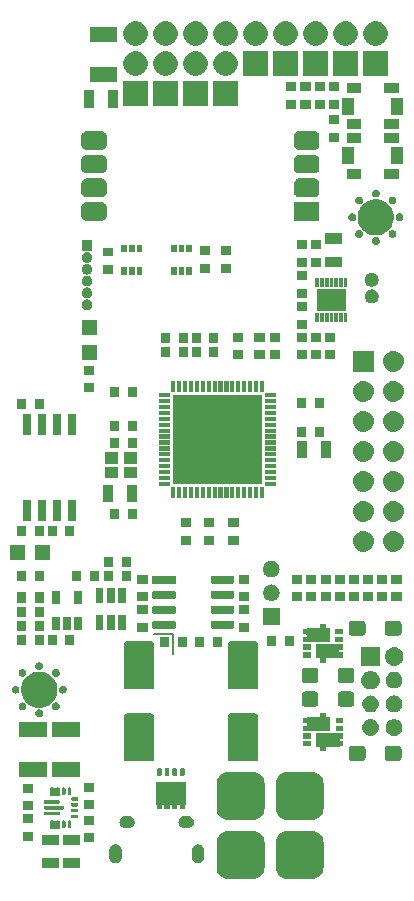
<source format=gbr>
G04 #@! TF.GenerationSoftware,KiCad,Pcbnew,(5.1.2)-1*
G04 #@! TF.CreationDate,2019-07-28T17:54:04+02:00*
G04 #@! TF.ProjectId,qqv11,71717631-312e-46b6-9963-61645f706362,rev?*
G04 #@! TF.SameCoordinates,Original*
G04 #@! TF.FileFunction,Soldermask,Top*
G04 #@! TF.FilePolarity,Negative*
%FSLAX46Y46*%
G04 Gerber Fmt 4.6, Leading zero omitted, Abs format (unit mm)*
G04 Created by KiCad (PCBNEW (5.1.2)-1) date 2019-07-28 17:54:04*
%MOMM*%
%LPD*%
G04 APERTURE LIST*
%ADD10C,0.150000*%
%ADD11C,0.001000*%
%ADD12C,0.100000*%
G04 APERTURE END LIST*
D10*
X108100000Y-108300000D02*
X106500000Y-108300000D01*
X108100000Y-108300000D02*
X108100000Y-110000000D01*
D11*
G36*
X98450000Y-124100000D02*
G01*
X97700000Y-124100000D01*
X97700000Y-124700000D01*
X98450000Y-124700000D01*
X98450000Y-124100000D01*
G37*
X98450000Y-124100000D02*
X97700000Y-124100000D01*
X97700000Y-124700000D01*
X98450000Y-124700000D01*
X98450000Y-124100000D01*
G36*
X98450000Y-121300000D02*
G01*
X97700000Y-121300000D01*
X97700000Y-121910000D01*
X98450000Y-121910000D01*
X98450000Y-121300000D01*
G37*
X98450000Y-121300000D02*
X97700000Y-121300000D01*
X97700000Y-121910000D01*
X98450000Y-121910000D01*
X98450000Y-121300000D01*
D12*
G36*
X120027067Y-124989332D02*
G01*
X120214165Y-125046087D01*
X120386584Y-125138247D01*
X120537719Y-125262281D01*
X120661753Y-125413416D01*
X120753913Y-125585835D01*
X120810668Y-125772933D01*
X120830000Y-125969214D01*
X120830000Y-128030786D01*
X120810668Y-128227067D01*
X120753913Y-128414165D01*
X120661753Y-128586584D01*
X120537719Y-128737719D01*
X120386584Y-128861753D01*
X120214165Y-128953913D01*
X120027067Y-129010668D01*
X119830786Y-129030000D01*
X117769214Y-129030000D01*
X117572933Y-129010668D01*
X117385835Y-128953913D01*
X117213416Y-128861753D01*
X117062281Y-128737719D01*
X116938247Y-128586584D01*
X116846087Y-128414165D01*
X116789332Y-128227067D01*
X116770000Y-128030786D01*
X116770000Y-125969214D01*
X116789332Y-125772933D01*
X116846087Y-125585835D01*
X116938247Y-125413416D01*
X117062281Y-125262281D01*
X117213416Y-125138247D01*
X117385835Y-125046087D01*
X117572933Y-124989332D01*
X117769214Y-124970000D01*
X119830786Y-124970000D01*
X120027067Y-124989332D01*
X120027067Y-124989332D01*
G37*
G36*
X115027067Y-124989332D02*
G01*
X115214165Y-125046087D01*
X115386584Y-125138247D01*
X115537719Y-125262281D01*
X115661753Y-125413416D01*
X115753913Y-125585835D01*
X115810668Y-125772933D01*
X115830000Y-125969214D01*
X115830000Y-128030786D01*
X115810668Y-128227067D01*
X115753913Y-128414165D01*
X115661753Y-128586584D01*
X115537719Y-128737719D01*
X115386584Y-128861753D01*
X115214165Y-128953913D01*
X115027067Y-129010668D01*
X114830786Y-129030000D01*
X112769214Y-129030000D01*
X112572933Y-129010668D01*
X112385835Y-128953913D01*
X112213416Y-128861753D01*
X112062281Y-128737719D01*
X111938247Y-128586584D01*
X111846087Y-128414165D01*
X111789332Y-128227067D01*
X111770000Y-128030786D01*
X111770000Y-125969214D01*
X111789332Y-125772933D01*
X111846087Y-125585835D01*
X111938247Y-125413416D01*
X112062281Y-125262281D01*
X112213416Y-125138247D01*
X112385835Y-125046087D01*
X112572933Y-124989332D01*
X112769214Y-124970000D01*
X114830786Y-124970000D01*
X115027067Y-124989332D01*
X115027067Y-124989332D01*
G37*
G36*
X100230000Y-128130000D02*
G01*
X98770000Y-128130000D01*
X98770000Y-127270000D01*
X100230000Y-127270000D01*
X100230000Y-128130000D01*
X100230000Y-128130000D01*
G37*
G36*
X98430000Y-128130000D02*
G01*
X96970000Y-128130000D01*
X96970000Y-127270000D01*
X98430000Y-127270000D01*
X98430000Y-128130000D01*
X98430000Y-128130000D01*
G37*
G36*
X103303898Y-126102669D02*
G01*
X103384829Y-126127219D01*
X103403807Y-126132976D01*
X103485915Y-126176864D01*
X103495877Y-126182189D01*
X103576580Y-126248420D01*
X103642811Y-126329123D01*
X103642813Y-126329127D01*
X103692024Y-126421193D01*
X103692025Y-126421197D01*
X103722331Y-126521102D01*
X103730000Y-126598967D01*
X103730000Y-127201033D01*
X103722331Y-127278898D01*
X103697781Y-127359829D01*
X103692024Y-127378807D01*
X103648136Y-127460915D01*
X103642811Y-127470877D01*
X103576580Y-127551580D01*
X103495877Y-127617811D01*
X103495873Y-127617813D01*
X103403806Y-127667024D01*
X103384828Y-127672781D01*
X103303897Y-127697331D01*
X103200000Y-127707564D01*
X103096102Y-127697331D01*
X103015171Y-127672781D01*
X102996193Y-127667024D01*
X102904127Y-127617813D01*
X102904123Y-127617811D01*
X102823420Y-127551580D01*
X102757189Y-127470877D01*
X102751865Y-127460916D01*
X102707976Y-127378806D01*
X102702219Y-127359828D01*
X102677669Y-127278897D01*
X102670000Y-127201032D01*
X102670000Y-126598967D01*
X102677669Y-126521105D01*
X102707976Y-126421196D01*
X102724381Y-126390506D01*
X102757190Y-126329123D01*
X102823421Y-126248420D01*
X102904124Y-126182189D01*
X102914086Y-126176864D01*
X102996194Y-126132976D01*
X103015172Y-126127219D01*
X103096103Y-126102669D01*
X103200000Y-126092436D01*
X103303898Y-126102669D01*
X103303898Y-126102669D01*
G37*
G36*
X110303898Y-126102669D02*
G01*
X110384829Y-126127219D01*
X110403807Y-126132976D01*
X110485915Y-126176864D01*
X110495877Y-126182189D01*
X110576580Y-126248420D01*
X110642811Y-126329123D01*
X110642813Y-126329127D01*
X110692024Y-126421193D01*
X110692025Y-126421197D01*
X110722331Y-126521102D01*
X110730000Y-126598967D01*
X110730000Y-127201033D01*
X110722331Y-127278898D01*
X110697781Y-127359829D01*
X110692024Y-127378807D01*
X110648136Y-127460915D01*
X110642811Y-127470877D01*
X110576580Y-127551580D01*
X110495877Y-127617811D01*
X110495873Y-127617813D01*
X110403806Y-127667024D01*
X110384828Y-127672781D01*
X110303897Y-127697331D01*
X110200000Y-127707564D01*
X110096102Y-127697331D01*
X110015171Y-127672781D01*
X109996193Y-127667024D01*
X109904127Y-127617813D01*
X109904123Y-127617811D01*
X109823420Y-127551580D01*
X109757189Y-127470877D01*
X109751865Y-127460916D01*
X109707976Y-127378806D01*
X109702219Y-127359828D01*
X109677669Y-127278897D01*
X109670000Y-127201032D01*
X109670000Y-126598967D01*
X109677669Y-126521105D01*
X109707976Y-126421196D01*
X109724381Y-126390506D01*
X109757190Y-126329123D01*
X109823421Y-126248420D01*
X109904124Y-126182189D01*
X109914086Y-126176864D01*
X109996194Y-126132976D01*
X110015172Y-126127219D01*
X110096103Y-126102669D01*
X110200000Y-126092436D01*
X110303898Y-126102669D01*
X110303898Y-126102669D01*
G37*
G36*
X98430000Y-126130000D02*
G01*
X96970000Y-126130000D01*
X96970000Y-125270000D01*
X98430000Y-125270000D01*
X98430000Y-126130000D01*
X98430000Y-126130000D01*
G37*
G36*
X100230000Y-126130000D02*
G01*
X98770000Y-126130000D01*
X98770000Y-125270000D01*
X100230000Y-125270000D01*
X100230000Y-126130000D01*
X100230000Y-126130000D01*
G37*
G36*
X101430000Y-125930000D02*
G01*
X100570000Y-125930000D01*
X100570000Y-125170000D01*
X101430000Y-125170000D01*
X101430000Y-125930000D01*
X101430000Y-125930000D01*
G37*
G36*
X96230000Y-125830000D02*
G01*
X95370000Y-125830000D01*
X95370000Y-125070000D01*
X96230000Y-125070000D01*
X96230000Y-125830000D01*
X96230000Y-125830000D01*
G37*
G36*
X99355387Y-124072243D02*
G01*
X99384601Y-124081106D01*
X99411530Y-124095499D01*
X99435131Y-124114869D01*
X99454501Y-124138470D01*
X99468894Y-124165399D01*
X99477757Y-124194613D01*
X99480000Y-124217392D01*
X99480000Y-124582608D01*
X99477757Y-124605387D01*
X99468894Y-124634601D01*
X99454501Y-124661530D01*
X99435132Y-124685130D01*
X99411529Y-124704501D01*
X99384600Y-124718894D01*
X99355381Y-124727758D01*
X99325005Y-124730750D01*
X99294613Y-124727757D01*
X99265399Y-124718894D01*
X99238470Y-124704501D01*
X99214870Y-124685132D01*
X99195499Y-124661529D01*
X99181106Y-124634600D01*
X99172243Y-124605386D01*
X99170000Y-124582607D01*
X99170001Y-124217392D01*
X99172244Y-124194613D01*
X99181107Y-124165399D01*
X99195500Y-124138470D01*
X99214870Y-124114869D01*
X99238471Y-124095499D01*
X99265400Y-124081106D01*
X99294619Y-124072242D01*
X99324995Y-124069250D01*
X99355387Y-124072243D01*
X99355387Y-124072243D01*
G37*
G36*
X97855387Y-124072243D02*
G01*
X97884601Y-124081106D01*
X97911530Y-124095499D01*
X97935131Y-124114869D01*
X97954501Y-124138470D01*
X97968894Y-124165399D01*
X97977757Y-124194613D01*
X97980000Y-124217392D01*
X97980000Y-124582608D01*
X97977757Y-124605387D01*
X97968894Y-124634601D01*
X97954501Y-124661530D01*
X97935132Y-124685130D01*
X97911529Y-124704501D01*
X97884600Y-124718894D01*
X97855381Y-124727758D01*
X97825005Y-124730750D01*
X97794613Y-124727757D01*
X97765399Y-124718894D01*
X97738470Y-124704501D01*
X97714870Y-124685132D01*
X97695499Y-124661529D01*
X97681106Y-124634600D01*
X97672243Y-124605386D01*
X97670000Y-124582607D01*
X97670001Y-124217392D01*
X97672244Y-124194613D01*
X97681107Y-124165399D01*
X97695500Y-124138470D01*
X97714870Y-124114869D01*
X97738471Y-124095499D01*
X97765400Y-124081106D01*
X97794619Y-124072242D01*
X97824995Y-124069250D01*
X97855387Y-124072243D01*
X97855387Y-124072243D01*
G37*
G36*
X98355387Y-124072243D02*
G01*
X98384601Y-124081106D01*
X98411530Y-124095499D01*
X98435131Y-124114869D01*
X98454501Y-124138470D01*
X98468894Y-124165399D01*
X98477757Y-124194613D01*
X98480000Y-124217392D01*
X98480000Y-124582608D01*
X98477757Y-124605387D01*
X98468894Y-124634601D01*
X98454501Y-124661530D01*
X98435132Y-124685130D01*
X98411529Y-124704501D01*
X98384600Y-124718894D01*
X98355381Y-124727758D01*
X98325005Y-124730750D01*
X98294613Y-124727757D01*
X98265399Y-124718894D01*
X98238470Y-124704501D01*
X98214870Y-124685132D01*
X98195499Y-124661529D01*
X98181106Y-124634600D01*
X98172243Y-124605386D01*
X98170000Y-124582607D01*
X98170001Y-124217392D01*
X98172244Y-124194613D01*
X98181107Y-124165399D01*
X98195500Y-124138470D01*
X98214870Y-124114869D01*
X98238471Y-124095499D01*
X98265400Y-124081106D01*
X98294619Y-124072242D01*
X98324995Y-124069250D01*
X98355387Y-124072243D01*
X98355387Y-124072243D01*
G37*
G36*
X98855387Y-124072243D02*
G01*
X98884601Y-124081106D01*
X98911530Y-124095499D01*
X98935131Y-124114869D01*
X98954501Y-124138470D01*
X98968894Y-124165399D01*
X98977757Y-124194613D01*
X98980000Y-124217392D01*
X98980000Y-124582608D01*
X98977757Y-124605387D01*
X98968894Y-124634601D01*
X98954501Y-124661530D01*
X98935132Y-124685130D01*
X98911529Y-124704501D01*
X98884600Y-124718894D01*
X98855381Y-124727758D01*
X98825005Y-124730750D01*
X98794613Y-124727757D01*
X98765399Y-124718894D01*
X98738470Y-124704501D01*
X98714870Y-124685132D01*
X98695499Y-124661529D01*
X98681106Y-124634600D01*
X98672243Y-124605386D01*
X98670000Y-124582607D01*
X98670001Y-124217392D01*
X98672244Y-124194613D01*
X98681107Y-124165399D01*
X98695500Y-124138470D01*
X98714870Y-124114869D01*
X98738471Y-124095499D01*
X98765400Y-124081106D01*
X98794619Y-124072242D01*
X98824995Y-124069250D01*
X98855387Y-124072243D01*
X98855387Y-124072243D01*
G37*
G36*
X109393353Y-123696827D02*
G01*
X109448997Y-123702307D01*
X109544190Y-123731184D01*
X109579392Y-123750000D01*
X109631924Y-123778079D01*
X109708817Y-123841183D01*
X109771921Y-123918076D01*
X109771923Y-123918080D01*
X109818816Y-124005810D01*
X109847693Y-124101003D01*
X109857443Y-124200000D01*
X109847693Y-124298997D01*
X109818816Y-124394190D01*
X109799675Y-124430000D01*
X109771921Y-124481924D01*
X109708817Y-124558817D01*
X109631924Y-124621921D01*
X109631920Y-124621923D01*
X109544190Y-124668816D01*
X109448997Y-124697693D01*
X109393353Y-124703173D01*
X109374806Y-124705000D01*
X109025194Y-124705000D01*
X109006647Y-124703173D01*
X108951003Y-124697693D01*
X108855810Y-124668816D01*
X108768080Y-124621923D01*
X108768076Y-124621921D01*
X108691183Y-124558817D01*
X108628079Y-124481924D01*
X108600325Y-124430000D01*
X108581184Y-124394190D01*
X108552307Y-124298997D01*
X108542557Y-124200000D01*
X108552307Y-124101003D01*
X108581184Y-124005810D01*
X108628077Y-123918080D01*
X108628079Y-123918076D01*
X108691183Y-123841183D01*
X108768076Y-123778079D01*
X108820608Y-123750000D01*
X108855810Y-123731184D01*
X108951003Y-123702307D01*
X109006647Y-123696827D01*
X109025194Y-123695000D01*
X109374806Y-123695000D01*
X109393353Y-123696827D01*
X109393353Y-123696827D01*
G37*
G36*
X104393353Y-123696827D02*
G01*
X104448997Y-123702307D01*
X104544190Y-123731184D01*
X104579392Y-123750000D01*
X104631924Y-123778079D01*
X104708817Y-123841183D01*
X104771921Y-123918076D01*
X104771923Y-123918080D01*
X104818816Y-124005810D01*
X104847693Y-124101003D01*
X104857443Y-124200000D01*
X104847693Y-124298997D01*
X104818816Y-124394190D01*
X104799675Y-124430000D01*
X104771921Y-124481924D01*
X104708817Y-124558817D01*
X104631924Y-124621921D01*
X104631920Y-124621923D01*
X104544190Y-124668816D01*
X104448997Y-124697693D01*
X104393353Y-124703173D01*
X104374806Y-124705000D01*
X104025194Y-124705000D01*
X104006647Y-124703173D01*
X103951003Y-124697693D01*
X103855810Y-124668816D01*
X103768080Y-124621923D01*
X103768076Y-124621921D01*
X103691183Y-124558817D01*
X103628079Y-124481924D01*
X103600325Y-124430000D01*
X103581184Y-124394190D01*
X103552307Y-124298997D01*
X103542557Y-124200000D01*
X103552307Y-124101003D01*
X103581184Y-124005810D01*
X103628077Y-123918080D01*
X103628079Y-123918076D01*
X103691183Y-123841183D01*
X103768076Y-123778079D01*
X103820608Y-123750000D01*
X103855810Y-123731184D01*
X103951003Y-123702307D01*
X104006647Y-123696827D01*
X104025194Y-123695000D01*
X104374806Y-123695000D01*
X104393353Y-123696827D01*
X104393353Y-123696827D01*
G37*
G36*
X101430000Y-124430000D02*
G01*
X100570000Y-124430000D01*
X100570000Y-123670000D01*
X101430000Y-123670000D01*
X101430000Y-124430000D01*
X101430000Y-124430000D01*
G37*
G36*
X96230000Y-124330000D02*
G01*
X95370000Y-124330000D01*
X95370000Y-123570000D01*
X96230000Y-123570000D01*
X96230000Y-124330000D01*
X96230000Y-124330000D01*
G37*
G36*
X115027067Y-119989332D02*
G01*
X115214165Y-120046087D01*
X115386584Y-120138247D01*
X115537719Y-120262281D01*
X115661753Y-120413416D01*
X115753913Y-120585835D01*
X115810668Y-120772933D01*
X115830000Y-120969214D01*
X115830000Y-123030786D01*
X115810668Y-123227067D01*
X115753913Y-123414165D01*
X115661753Y-123586584D01*
X115537719Y-123737719D01*
X115386584Y-123861753D01*
X115214165Y-123953913D01*
X115027067Y-124010668D01*
X114830786Y-124030000D01*
X112769214Y-124030000D01*
X112572933Y-124010668D01*
X112385835Y-123953913D01*
X112213416Y-123861753D01*
X112062281Y-123737719D01*
X111938247Y-123586584D01*
X111846087Y-123414165D01*
X111789332Y-123227067D01*
X111770000Y-123030786D01*
X111770000Y-120969214D01*
X111789332Y-120772933D01*
X111846087Y-120585835D01*
X111938247Y-120413416D01*
X112062281Y-120262281D01*
X112213416Y-120138247D01*
X112385835Y-120046087D01*
X112572933Y-119989332D01*
X112769214Y-119970000D01*
X114830786Y-119970000D01*
X115027067Y-119989332D01*
X115027067Y-119989332D01*
G37*
G36*
X120027067Y-119989332D02*
G01*
X120214165Y-120046087D01*
X120386584Y-120138247D01*
X120537719Y-120262281D01*
X120661753Y-120413416D01*
X120753913Y-120585835D01*
X120810668Y-120772933D01*
X120830000Y-120969214D01*
X120830000Y-123030786D01*
X120810668Y-123227067D01*
X120753913Y-123414165D01*
X120661753Y-123586584D01*
X120537719Y-123737719D01*
X120386584Y-123861753D01*
X120214165Y-123953913D01*
X120027067Y-124010668D01*
X119830786Y-124030000D01*
X117769214Y-124030000D01*
X117572933Y-124010668D01*
X117385835Y-123953913D01*
X117213416Y-123861753D01*
X117062281Y-123737719D01*
X116938247Y-123586584D01*
X116846087Y-123414165D01*
X116789332Y-123227067D01*
X116770000Y-123030786D01*
X116770000Y-120969214D01*
X116789332Y-120772933D01*
X116846087Y-120585835D01*
X116938247Y-120413416D01*
X117062281Y-120262281D01*
X117213416Y-120138247D01*
X117385835Y-120046087D01*
X117572933Y-119989332D01*
X117769214Y-119970000D01*
X119830786Y-119970000D01*
X120027067Y-119989332D01*
X120027067Y-119989332D01*
G37*
G36*
X99955387Y-123597243D02*
G01*
X99984601Y-123606106D01*
X100011530Y-123620499D01*
X100035131Y-123639869D01*
X100054501Y-123663470D01*
X100068894Y-123690399D01*
X100077757Y-123719613D01*
X100080749Y-123750000D01*
X100077757Y-123780387D01*
X100068894Y-123809601D01*
X100054501Y-123836530D01*
X100035131Y-123860131D01*
X100011530Y-123879501D01*
X99984601Y-123893894D01*
X99955387Y-123902757D01*
X99932608Y-123905000D01*
X99567392Y-123905000D01*
X99544613Y-123902757D01*
X99515399Y-123893894D01*
X99488470Y-123879501D01*
X99464869Y-123860131D01*
X99445499Y-123836530D01*
X99431106Y-123809601D01*
X99422243Y-123780387D01*
X99419251Y-123750000D01*
X99422243Y-123719613D01*
X99431106Y-123690399D01*
X99445499Y-123663470D01*
X99464869Y-123639869D01*
X99488470Y-123620499D01*
X99515399Y-123606106D01*
X99544613Y-123597243D01*
X99567392Y-123595000D01*
X99932608Y-123595000D01*
X99955387Y-123597243D01*
X99955387Y-123597243D01*
G37*
G36*
X98405387Y-123347243D02*
G01*
X98434601Y-123356106D01*
X98461530Y-123370499D01*
X98485131Y-123389869D01*
X98504501Y-123413470D01*
X98518894Y-123440399D01*
X98527757Y-123469613D01*
X98530749Y-123500000D01*
X98527757Y-123530387D01*
X98518894Y-123559601D01*
X98504501Y-123586530D01*
X98485131Y-123610131D01*
X98461530Y-123629501D01*
X98434601Y-123643894D01*
X98405387Y-123652757D01*
X98382608Y-123655000D01*
X97267392Y-123655000D01*
X97244613Y-123652757D01*
X97215399Y-123643894D01*
X97188470Y-123629501D01*
X97164869Y-123610131D01*
X97145499Y-123586530D01*
X97131106Y-123559601D01*
X97122243Y-123530387D01*
X97119251Y-123500000D01*
X97122243Y-123469613D01*
X97131106Y-123440399D01*
X97145499Y-123413470D01*
X97164869Y-123389869D01*
X97188470Y-123370499D01*
X97215399Y-123356106D01*
X97244613Y-123347243D01*
X97267392Y-123345000D01*
X98382608Y-123345000D01*
X98405387Y-123347243D01*
X98405387Y-123347243D01*
G37*
G36*
X99955387Y-123097243D02*
G01*
X99984601Y-123106106D01*
X100011530Y-123120499D01*
X100035131Y-123139869D01*
X100054501Y-123163470D01*
X100068894Y-123190399D01*
X100077757Y-123219613D01*
X100080749Y-123250000D01*
X100077757Y-123280387D01*
X100068894Y-123309601D01*
X100054501Y-123336530D01*
X100035131Y-123360131D01*
X100011530Y-123379501D01*
X99984601Y-123393894D01*
X99955387Y-123402757D01*
X99932608Y-123405000D01*
X99567392Y-123405000D01*
X99544613Y-123402757D01*
X99515399Y-123393894D01*
X99488470Y-123379501D01*
X99464869Y-123360131D01*
X99445499Y-123336530D01*
X99431106Y-123309601D01*
X99422243Y-123280387D01*
X99419251Y-123250000D01*
X99422243Y-123219613D01*
X99431106Y-123190399D01*
X99445499Y-123163470D01*
X99464869Y-123139869D01*
X99488470Y-123120499D01*
X99515399Y-123106106D01*
X99544613Y-123097243D01*
X99567392Y-123095000D01*
X99932608Y-123095000D01*
X99955387Y-123097243D01*
X99955387Y-123097243D01*
G37*
G36*
X96230000Y-123230000D02*
G01*
X95370000Y-123230000D01*
X95370000Y-122470000D01*
X96230000Y-122470000D01*
X96230000Y-123230000D01*
X96230000Y-123230000D01*
G37*
G36*
X98755387Y-122847243D02*
G01*
X98784601Y-122856106D01*
X98811530Y-122870499D01*
X98835131Y-122889869D01*
X98854501Y-122913470D01*
X98868894Y-122940399D01*
X98877757Y-122969613D01*
X98880749Y-123000000D01*
X98877757Y-123030387D01*
X98868894Y-123059601D01*
X98854501Y-123086530D01*
X98835131Y-123110131D01*
X98811530Y-123129501D01*
X98784601Y-123143894D01*
X98755387Y-123152757D01*
X98732608Y-123155000D01*
X97267392Y-123155000D01*
X97244613Y-123152757D01*
X97215399Y-123143894D01*
X97188470Y-123129501D01*
X97164869Y-123110131D01*
X97145499Y-123086530D01*
X97131106Y-123059601D01*
X97122243Y-123030387D01*
X97119251Y-123000000D01*
X97122243Y-122969613D01*
X97131106Y-122940399D01*
X97145499Y-122913470D01*
X97164869Y-122889869D01*
X97188470Y-122870499D01*
X97215399Y-122856106D01*
X97244613Y-122847243D01*
X97267392Y-122845000D01*
X98732608Y-122845000D01*
X98755387Y-122847243D01*
X98755387Y-122847243D01*
G37*
G36*
X109130878Y-120790433D02*
G01*
X109136538Y-120792150D01*
X109141748Y-120794934D01*
X109146316Y-120798684D01*
X109150066Y-120803252D01*
X109152850Y-120808462D01*
X109154567Y-120814122D01*
X109155315Y-120821715D01*
X109155315Y-122748285D01*
X109154567Y-122755878D01*
X109152850Y-122761538D01*
X109150066Y-122766748D01*
X109146316Y-122771316D01*
X109141748Y-122775066D01*
X109136539Y-122777849D01*
X109130153Y-122779787D01*
X109123815Y-122782413D01*
X109118110Y-122786225D01*
X109113259Y-122791077D01*
X109109447Y-122796781D01*
X109106822Y-122803120D01*
X109105315Y-122813279D01*
X109105315Y-123098285D01*
X109104567Y-123105878D01*
X109102850Y-123111538D01*
X109100066Y-123116748D01*
X109096316Y-123121316D01*
X109091748Y-123125066D01*
X109086538Y-123127850D01*
X109080878Y-123129567D01*
X109073285Y-123130315D01*
X108676715Y-123130315D01*
X108669122Y-123129567D01*
X108663462Y-123127850D01*
X108658252Y-123125066D01*
X108653684Y-123121316D01*
X108649934Y-123116748D01*
X108647150Y-123111538D01*
X108645433Y-123105878D01*
X108644685Y-123098285D01*
X108644685Y-122815314D01*
X108644013Y-122808486D01*
X108642021Y-122801920D01*
X108638787Y-122795870D01*
X108634434Y-122790566D01*
X108629130Y-122786213D01*
X108623080Y-122782979D01*
X108616514Y-122780987D01*
X108609686Y-122780315D01*
X108490314Y-122780315D01*
X108483486Y-122780987D01*
X108476920Y-122782979D01*
X108470870Y-122786213D01*
X108465566Y-122790566D01*
X108461213Y-122795870D01*
X108457979Y-122801920D01*
X108455987Y-122808486D01*
X108455315Y-122815314D01*
X108455315Y-123098285D01*
X108454567Y-123105878D01*
X108452850Y-123111538D01*
X108450066Y-123116748D01*
X108446316Y-123121316D01*
X108441748Y-123125066D01*
X108436538Y-123127850D01*
X108430878Y-123129567D01*
X108423285Y-123130315D01*
X108026715Y-123130315D01*
X108019122Y-123129567D01*
X108013462Y-123127850D01*
X108008252Y-123125066D01*
X108003684Y-123121316D01*
X107999934Y-123116748D01*
X107997150Y-123111538D01*
X107995433Y-123105878D01*
X107994685Y-123098285D01*
X107994685Y-122815314D01*
X107994013Y-122808486D01*
X107992021Y-122801920D01*
X107988787Y-122795870D01*
X107984434Y-122790566D01*
X107979130Y-122786213D01*
X107973080Y-122782979D01*
X107966514Y-122780987D01*
X107959686Y-122780315D01*
X107840314Y-122780315D01*
X107833486Y-122780987D01*
X107826920Y-122782979D01*
X107820870Y-122786213D01*
X107815566Y-122790566D01*
X107811213Y-122795870D01*
X107807979Y-122801920D01*
X107805987Y-122808486D01*
X107805315Y-122815314D01*
X107805315Y-123098285D01*
X107804567Y-123105878D01*
X107802850Y-123111538D01*
X107800066Y-123116748D01*
X107796316Y-123121316D01*
X107791748Y-123125066D01*
X107786538Y-123127850D01*
X107780878Y-123129567D01*
X107773285Y-123130315D01*
X107376715Y-123130315D01*
X107369122Y-123129567D01*
X107363462Y-123127850D01*
X107358252Y-123125066D01*
X107353684Y-123121316D01*
X107349934Y-123116748D01*
X107347150Y-123111538D01*
X107345433Y-123105878D01*
X107344685Y-123098285D01*
X107344685Y-122815314D01*
X107344013Y-122808486D01*
X107342021Y-122801920D01*
X107338787Y-122795870D01*
X107334434Y-122790566D01*
X107329130Y-122786213D01*
X107323080Y-122782979D01*
X107316514Y-122780987D01*
X107309686Y-122780315D01*
X107190314Y-122780315D01*
X107183486Y-122780987D01*
X107176920Y-122782979D01*
X107170870Y-122786213D01*
X107165566Y-122790566D01*
X107161213Y-122795870D01*
X107157979Y-122801920D01*
X107155987Y-122808486D01*
X107155315Y-122815314D01*
X107155315Y-123098285D01*
X107154567Y-123105878D01*
X107152850Y-123111538D01*
X107150066Y-123116748D01*
X107146316Y-123121316D01*
X107141748Y-123125066D01*
X107136538Y-123127850D01*
X107130878Y-123129567D01*
X107123285Y-123130315D01*
X106726715Y-123130315D01*
X106719122Y-123129567D01*
X106713462Y-123127850D01*
X106708252Y-123125066D01*
X106703684Y-123121316D01*
X106699934Y-123116748D01*
X106697150Y-123111538D01*
X106695433Y-123105878D01*
X106694685Y-123098285D01*
X106694685Y-122813279D01*
X106694013Y-122806451D01*
X106692021Y-122799885D01*
X106688787Y-122793835D01*
X106684434Y-122788531D01*
X106679130Y-122784178D01*
X106669847Y-122779787D01*
X106663461Y-122777849D01*
X106658252Y-122775066D01*
X106653684Y-122771316D01*
X106649934Y-122766748D01*
X106647150Y-122761538D01*
X106645433Y-122755878D01*
X106644685Y-122748285D01*
X106644685Y-120821715D01*
X106645433Y-120814122D01*
X106647150Y-120808462D01*
X106649934Y-120803252D01*
X106653684Y-120798684D01*
X106658252Y-120794934D01*
X106663462Y-120792150D01*
X106669122Y-120790433D01*
X106676715Y-120789685D01*
X109123285Y-120789685D01*
X109130878Y-120790433D01*
X109130878Y-120790433D01*
G37*
G36*
X101430000Y-123130000D02*
G01*
X100570000Y-123130000D01*
X100570000Y-122370000D01*
X101430000Y-122370000D01*
X101430000Y-123130000D01*
X101430000Y-123130000D01*
G37*
G36*
X99955387Y-122597243D02*
G01*
X99984601Y-122606106D01*
X100011530Y-122620499D01*
X100035131Y-122639869D01*
X100054501Y-122663470D01*
X100068894Y-122690399D01*
X100077757Y-122719613D01*
X100080749Y-122750000D01*
X100077757Y-122780387D01*
X100068894Y-122809601D01*
X100054501Y-122836530D01*
X100035131Y-122860131D01*
X100011530Y-122879501D01*
X99984601Y-122893894D01*
X99955387Y-122902757D01*
X99932608Y-122905000D01*
X99567392Y-122905000D01*
X99544613Y-122902757D01*
X99515399Y-122893894D01*
X99488470Y-122879501D01*
X99464869Y-122860131D01*
X99445499Y-122836530D01*
X99431106Y-122809601D01*
X99422243Y-122780387D01*
X99419251Y-122750000D01*
X99422243Y-122719613D01*
X99431106Y-122690399D01*
X99445499Y-122663470D01*
X99464869Y-122639869D01*
X99488470Y-122620499D01*
X99515399Y-122606106D01*
X99544613Y-122597243D01*
X99567392Y-122595000D01*
X99932608Y-122595000D01*
X99955387Y-122597243D01*
X99955387Y-122597243D01*
G37*
G36*
X98405387Y-122347243D02*
G01*
X98434601Y-122356106D01*
X98461530Y-122370499D01*
X98485131Y-122389869D01*
X98504501Y-122413470D01*
X98518894Y-122440399D01*
X98527757Y-122469613D01*
X98530749Y-122500000D01*
X98527757Y-122530387D01*
X98518894Y-122559601D01*
X98504501Y-122586530D01*
X98485131Y-122610131D01*
X98461530Y-122629501D01*
X98434601Y-122643894D01*
X98405387Y-122652757D01*
X98382608Y-122655000D01*
X97267392Y-122655000D01*
X97244613Y-122652757D01*
X97215399Y-122643894D01*
X97188470Y-122629501D01*
X97164869Y-122610131D01*
X97145499Y-122586530D01*
X97131106Y-122559601D01*
X97122243Y-122530387D01*
X97119251Y-122500000D01*
X97122243Y-122469613D01*
X97131106Y-122440399D01*
X97145499Y-122413470D01*
X97164869Y-122389869D01*
X97188470Y-122370499D01*
X97215399Y-122356106D01*
X97244613Y-122347243D01*
X97267392Y-122345000D01*
X98382608Y-122345000D01*
X98405387Y-122347243D01*
X98405387Y-122347243D01*
G37*
G36*
X99955387Y-122097243D02*
G01*
X99984601Y-122106106D01*
X100011530Y-122120499D01*
X100035131Y-122139869D01*
X100054501Y-122163470D01*
X100068894Y-122190399D01*
X100077757Y-122219613D01*
X100080749Y-122250000D01*
X100077757Y-122280387D01*
X100068894Y-122309601D01*
X100054501Y-122336530D01*
X100035131Y-122360131D01*
X100011530Y-122379501D01*
X99984601Y-122393894D01*
X99955387Y-122402757D01*
X99932608Y-122405000D01*
X99567392Y-122405000D01*
X99544613Y-122402757D01*
X99515399Y-122393894D01*
X99488470Y-122379501D01*
X99464869Y-122360131D01*
X99445499Y-122336530D01*
X99431106Y-122309601D01*
X99422243Y-122280387D01*
X99419251Y-122250000D01*
X99422243Y-122219613D01*
X99431106Y-122190399D01*
X99445499Y-122163470D01*
X99464869Y-122139869D01*
X99488470Y-122120499D01*
X99515399Y-122106106D01*
X99544613Y-122097243D01*
X99567392Y-122095000D01*
X99932608Y-122095000D01*
X99955387Y-122097243D01*
X99955387Y-122097243D01*
G37*
G36*
X99355387Y-121272243D02*
G01*
X99384601Y-121281106D01*
X99411530Y-121295499D01*
X99435131Y-121314869D01*
X99454501Y-121338470D01*
X99468894Y-121365399D01*
X99477757Y-121394613D01*
X99480000Y-121417392D01*
X99480000Y-121782608D01*
X99477757Y-121805387D01*
X99468894Y-121834601D01*
X99454501Y-121861530D01*
X99435132Y-121885130D01*
X99411529Y-121904501D01*
X99384600Y-121918894D01*
X99355381Y-121927758D01*
X99325005Y-121930750D01*
X99294613Y-121927757D01*
X99265399Y-121918894D01*
X99238470Y-121904501D01*
X99214870Y-121885132D01*
X99195499Y-121861529D01*
X99181106Y-121834600D01*
X99172243Y-121805386D01*
X99170000Y-121782607D01*
X99170001Y-121417392D01*
X99172244Y-121394613D01*
X99181107Y-121365399D01*
X99195500Y-121338470D01*
X99214870Y-121314869D01*
X99238471Y-121295499D01*
X99265400Y-121281106D01*
X99294619Y-121272242D01*
X99324995Y-121269250D01*
X99355387Y-121272243D01*
X99355387Y-121272243D01*
G37*
G36*
X98855387Y-121272243D02*
G01*
X98884601Y-121281106D01*
X98911530Y-121295499D01*
X98935131Y-121314869D01*
X98954501Y-121338470D01*
X98968894Y-121365399D01*
X98977757Y-121394613D01*
X98980000Y-121417392D01*
X98980000Y-121782608D01*
X98977757Y-121805387D01*
X98968894Y-121834601D01*
X98954501Y-121861530D01*
X98935132Y-121885130D01*
X98911529Y-121904501D01*
X98884600Y-121918894D01*
X98855381Y-121927758D01*
X98825005Y-121930750D01*
X98794613Y-121927757D01*
X98765399Y-121918894D01*
X98738470Y-121904501D01*
X98714870Y-121885132D01*
X98695499Y-121861529D01*
X98681106Y-121834600D01*
X98672243Y-121805386D01*
X98670000Y-121782607D01*
X98670001Y-121417392D01*
X98672244Y-121394613D01*
X98681107Y-121365399D01*
X98695500Y-121338470D01*
X98714870Y-121314869D01*
X98738471Y-121295499D01*
X98765400Y-121281106D01*
X98794619Y-121272242D01*
X98824995Y-121269250D01*
X98855387Y-121272243D01*
X98855387Y-121272243D01*
G37*
G36*
X98355387Y-121272243D02*
G01*
X98384601Y-121281106D01*
X98411530Y-121295499D01*
X98435131Y-121314869D01*
X98454501Y-121338470D01*
X98468894Y-121365399D01*
X98477757Y-121394613D01*
X98480000Y-121417392D01*
X98480000Y-121782608D01*
X98477757Y-121805387D01*
X98468894Y-121834601D01*
X98454501Y-121861530D01*
X98435132Y-121885130D01*
X98411529Y-121904501D01*
X98384600Y-121918894D01*
X98355381Y-121927758D01*
X98325005Y-121930750D01*
X98294613Y-121927757D01*
X98265399Y-121918894D01*
X98238470Y-121904501D01*
X98214870Y-121885132D01*
X98195499Y-121861529D01*
X98181106Y-121834600D01*
X98172243Y-121805386D01*
X98170000Y-121782607D01*
X98170001Y-121417392D01*
X98172244Y-121394613D01*
X98181107Y-121365399D01*
X98195500Y-121338470D01*
X98214870Y-121314869D01*
X98238471Y-121295499D01*
X98265400Y-121281106D01*
X98294619Y-121272242D01*
X98324995Y-121269250D01*
X98355387Y-121272243D01*
X98355387Y-121272243D01*
G37*
G36*
X97855387Y-121272243D02*
G01*
X97884601Y-121281106D01*
X97911530Y-121295499D01*
X97935131Y-121314869D01*
X97954501Y-121338470D01*
X97968894Y-121365399D01*
X97977757Y-121394613D01*
X97980000Y-121417392D01*
X97980000Y-121782608D01*
X97977757Y-121805387D01*
X97968894Y-121834601D01*
X97954501Y-121861530D01*
X97935132Y-121885130D01*
X97911529Y-121904501D01*
X97884600Y-121918894D01*
X97855381Y-121927758D01*
X97825005Y-121930750D01*
X97794613Y-121927757D01*
X97765399Y-121918894D01*
X97738470Y-121904501D01*
X97714870Y-121885132D01*
X97695499Y-121861529D01*
X97681106Y-121834600D01*
X97672243Y-121805386D01*
X97670000Y-121782607D01*
X97670001Y-121417392D01*
X97672244Y-121394613D01*
X97681107Y-121365399D01*
X97695500Y-121338470D01*
X97714870Y-121314869D01*
X97738471Y-121295499D01*
X97765400Y-121281106D01*
X97794619Y-121272242D01*
X97824995Y-121269250D01*
X97855387Y-121272243D01*
X97855387Y-121272243D01*
G37*
G36*
X96230000Y-121730000D02*
G01*
X95370000Y-121730000D01*
X95370000Y-120970000D01*
X96230000Y-120970000D01*
X96230000Y-121730000D01*
X96230000Y-121730000D01*
G37*
G36*
X101430000Y-121630000D02*
G01*
X100570000Y-121630000D01*
X100570000Y-120870000D01*
X101430000Y-120870000D01*
X101430000Y-121630000D01*
X101430000Y-121630000D01*
G37*
G36*
X100180000Y-120430000D02*
G01*
X97820000Y-120430000D01*
X97820000Y-119170000D01*
X100180000Y-119170000D01*
X100180000Y-120430000D01*
X100180000Y-120430000D01*
G37*
G36*
X97380000Y-120430000D02*
G01*
X95020000Y-120430000D01*
X95020000Y-119170000D01*
X97380000Y-119170000D01*
X97380000Y-120430000D01*
X97380000Y-120430000D01*
G37*
G36*
X107711549Y-119671799D02*
G01*
X107727466Y-119676627D01*
X107742127Y-119684463D01*
X107754984Y-119695016D01*
X107765537Y-119707873D01*
X107773373Y-119722534D01*
X107778201Y-119738451D01*
X107780000Y-119756715D01*
X107780000Y-120193285D01*
X107778201Y-120211549D01*
X107773373Y-120227466D01*
X107765537Y-120242127D01*
X107754984Y-120254984D01*
X107742127Y-120265537D01*
X107727466Y-120273373D01*
X107711549Y-120278201D01*
X107693285Y-120280000D01*
X107456715Y-120280000D01*
X107438451Y-120278201D01*
X107422534Y-120273373D01*
X107407873Y-120265537D01*
X107395016Y-120254984D01*
X107384463Y-120242127D01*
X107376627Y-120227466D01*
X107371799Y-120211549D01*
X107370000Y-120193285D01*
X107370000Y-119756715D01*
X107371799Y-119738451D01*
X107376627Y-119722534D01*
X107384463Y-119707873D01*
X107395016Y-119695016D01*
X107407873Y-119684463D01*
X107422534Y-119676627D01*
X107438451Y-119671799D01*
X107456715Y-119670000D01*
X107693285Y-119670000D01*
X107711549Y-119671799D01*
X107711549Y-119671799D01*
G37*
G36*
X109011549Y-119671799D02*
G01*
X109027466Y-119676627D01*
X109042127Y-119684463D01*
X109054984Y-119695016D01*
X109065537Y-119707873D01*
X109073373Y-119722534D01*
X109078201Y-119738451D01*
X109080000Y-119756715D01*
X109080000Y-120193285D01*
X109078201Y-120211549D01*
X109073373Y-120227466D01*
X109065537Y-120242127D01*
X109054984Y-120254984D01*
X109042127Y-120265537D01*
X109027466Y-120273373D01*
X109011549Y-120278201D01*
X108993285Y-120280000D01*
X108756715Y-120280000D01*
X108738451Y-120278201D01*
X108722534Y-120273373D01*
X108707873Y-120265537D01*
X108695016Y-120254984D01*
X108684463Y-120242127D01*
X108676627Y-120227466D01*
X108671799Y-120211549D01*
X108670000Y-120193285D01*
X108670000Y-119756715D01*
X108671799Y-119738451D01*
X108676627Y-119722534D01*
X108684463Y-119707873D01*
X108695016Y-119695016D01*
X108707873Y-119684463D01*
X108722534Y-119676627D01*
X108738451Y-119671799D01*
X108756715Y-119670000D01*
X108993285Y-119670000D01*
X109011549Y-119671799D01*
X109011549Y-119671799D01*
G37*
G36*
X107061549Y-119671799D02*
G01*
X107077466Y-119676627D01*
X107092127Y-119684463D01*
X107104984Y-119695016D01*
X107115537Y-119707873D01*
X107123373Y-119722534D01*
X107128201Y-119738451D01*
X107130000Y-119756715D01*
X107130000Y-120193285D01*
X107128201Y-120211549D01*
X107123373Y-120227466D01*
X107115537Y-120242127D01*
X107104984Y-120254984D01*
X107092127Y-120265537D01*
X107077466Y-120273373D01*
X107061549Y-120278201D01*
X107043285Y-120280000D01*
X106806715Y-120280000D01*
X106788451Y-120278201D01*
X106772534Y-120273373D01*
X106757873Y-120265537D01*
X106745016Y-120254984D01*
X106734463Y-120242127D01*
X106726627Y-120227466D01*
X106721799Y-120211549D01*
X106720000Y-120193285D01*
X106720000Y-119756715D01*
X106721799Y-119738451D01*
X106726627Y-119722534D01*
X106734463Y-119707873D01*
X106745016Y-119695016D01*
X106757873Y-119684463D01*
X106772534Y-119676627D01*
X106788451Y-119671799D01*
X106806715Y-119670000D01*
X107043285Y-119670000D01*
X107061549Y-119671799D01*
X107061549Y-119671799D01*
G37*
G36*
X108361549Y-119671799D02*
G01*
X108377466Y-119676627D01*
X108392127Y-119684463D01*
X108404984Y-119695016D01*
X108415537Y-119707873D01*
X108423373Y-119722534D01*
X108428201Y-119738451D01*
X108430000Y-119756715D01*
X108430000Y-120193285D01*
X108428201Y-120211549D01*
X108423373Y-120227466D01*
X108415537Y-120242127D01*
X108404984Y-120254984D01*
X108392127Y-120265537D01*
X108377466Y-120273373D01*
X108361549Y-120278201D01*
X108343285Y-120280000D01*
X108106715Y-120280000D01*
X108088451Y-120278201D01*
X108072534Y-120273373D01*
X108057873Y-120265537D01*
X108045016Y-120254984D01*
X108034463Y-120242127D01*
X108026627Y-120227466D01*
X108021799Y-120211549D01*
X108020000Y-120193285D01*
X108020000Y-119756715D01*
X108021799Y-119738451D01*
X108026627Y-119722534D01*
X108034463Y-119707873D01*
X108045016Y-119695016D01*
X108057873Y-119684463D01*
X108072534Y-119676627D01*
X108088451Y-119671799D01*
X108106715Y-119670000D01*
X108343285Y-119670000D01*
X108361549Y-119671799D01*
X108361549Y-119671799D01*
G37*
G36*
X106296449Y-115024547D02*
G01*
X106339185Y-115037512D01*
X106378579Y-115058568D01*
X106413101Y-115086899D01*
X106441432Y-115121421D01*
X106462488Y-115160815D01*
X106475453Y-115203551D01*
X106480000Y-115249724D01*
X106480000Y-118850276D01*
X106475453Y-118896449D01*
X106462488Y-118939185D01*
X106441432Y-118978579D01*
X106413101Y-119013101D01*
X106378579Y-119041432D01*
X106339185Y-119062488D01*
X106296449Y-119075453D01*
X106250276Y-119080000D01*
X104149724Y-119080000D01*
X104103551Y-119075453D01*
X104060815Y-119062488D01*
X104021421Y-119041432D01*
X103986899Y-119013101D01*
X103958568Y-118978579D01*
X103937512Y-118939185D01*
X103924547Y-118896449D01*
X103920000Y-118850276D01*
X103920000Y-115249724D01*
X103924547Y-115203551D01*
X103937512Y-115160815D01*
X103958568Y-115121421D01*
X103986899Y-115086899D01*
X104021421Y-115058568D01*
X104060815Y-115037512D01*
X104103551Y-115024547D01*
X104149724Y-115020000D01*
X106250276Y-115020000D01*
X106296449Y-115024547D01*
X106296449Y-115024547D01*
G37*
G36*
X115096449Y-115024547D02*
G01*
X115139185Y-115037512D01*
X115178579Y-115058568D01*
X115213101Y-115086899D01*
X115241432Y-115121421D01*
X115262488Y-115160815D01*
X115275453Y-115203551D01*
X115280000Y-115249724D01*
X115280000Y-118850276D01*
X115275453Y-118896449D01*
X115262488Y-118939185D01*
X115241432Y-118978579D01*
X115213101Y-119013101D01*
X115178579Y-119041432D01*
X115139185Y-119062488D01*
X115096449Y-119075453D01*
X115050276Y-119080000D01*
X112949724Y-119080000D01*
X112903551Y-119075453D01*
X112860815Y-119062488D01*
X112821421Y-119041432D01*
X112786899Y-119013101D01*
X112758568Y-118978579D01*
X112737512Y-118939185D01*
X112724547Y-118896449D01*
X112720000Y-118850276D01*
X112720000Y-115249724D01*
X112724547Y-115203551D01*
X112737512Y-115160815D01*
X112758568Y-115121421D01*
X112786899Y-115086899D01*
X112821421Y-115058568D01*
X112860815Y-115037512D01*
X112903551Y-115024547D01*
X112949724Y-115020000D01*
X115050276Y-115020000D01*
X115096449Y-115024547D01*
X115096449Y-115024547D01*
G37*
G36*
X124136479Y-117765978D02*
G01*
X124193200Y-117783184D01*
X124245463Y-117811119D01*
X124291280Y-117848720D01*
X124328881Y-117894537D01*
X124356816Y-117946800D01*
X124374022Y-118003521D01*
X124380000Y-118064215D01*
X124380000Y-118735785D01*
X124374022Y-118796479D01*
X124356816Y-118853200D01*
X124328881Y-118905463D01*
X124291280Y-118951280D01*
X124245463Y-118988881D01*
X124193200Y-119016816D01*
X124136479Y-119034022D01*
X124075785Y-119040000D01*
X123274215Y-119040000D01*
X123213521Y-119034022D01*
X123156800Y-119016816D01*
X123104537Y-118988881D01*
X123058720Y-118951280D01*
X123021119Y-118905463D01*
X122993184Y-118853200D01*
X122975978Y-118796479D01*
X122970000Y-118735785D01*
X122970000Y-118064215D01*
X122975978Y-118003521D01*
X122993184Y-117946800D01*
X123021119Y-117894537D01*
X123058720Y-117848720D01*
X123104537Y-117811119D01*
X123156800Y-117783184D01*
X123213521Y-117765978D01*
X123274215Y-117760000D01*
X124075785Y-117760000D01*
X124136479Y-117765978D01*
X124136479Y-117765978D01*
G37*
G36*
X127186479Y-117765978D02*
G01*
X127243200Y-117783184D01*
X127295463Y-117811119D01*
X127341280Y-117848720D01*
X127378881Y-117894537D01*
X127406816Y-117946800D01*
X127424022Y-118003521D01*
X127430000Y-118064215D01*
X127430000Y-118735785D01*
X127424022Y-118796479D01*
X127406816Y-118853200D01*
X127378881Y-118905463D01*
X127341280Y-118951280D01*
X127295463Y-118988881D01*
X127243200Y-119016816D01*
X127186479Y-119034022D01*
X127125785Y-119040000D01*
X126324215Y-119040000D01*
X126263521Y-119034022D01*
X126206800Y-119016816D01*
X126154537Y-118988881D01*
X126108720Y-118951280D01*
X126071119Y-118905463D01*
X126043184Y-118853200D01*
X126025978Y-118796479D01*
X126020000Y-118735785D01*
X126020000Y-118064215D01*
X126025978Y-118003521D01*
X126043184Y-117946800D01*
X126071119Y-117894537D01*
X126108720Y-117848720D01*
X126154537Y-117811119D01*
X126206800Y-117783184D01*
X126263521Y-117765978D01*
X126324215Y-117760000D01*
X127125785Y-117760000D01*
X127186479Y-117765978D01*
X127186479Y-117765978D01*
G37*
G36*
X122455878Y-116695433D02*
G01*
X122461538Y-116697150D01*
X122466748Y-116699934D01*
X122471316Y-116703684D01*
X122475066Y-116708252D01*
X122477850Y-116713462D01*
X122479567Y-116719122D01*
X122480315Y-116726715D01*
X122480315Y-117123285D01*
X122479567Y-117130878D01*
X122477850Y-117136538D01*
X122475066Y-117141748D01*
X122471316Y-117146316D01*
X122466748Y-117150066D01*
X122461538Y-117152850D01*
X122455878Y-117154567D01*
X122448285Y-117155315D01*
X122215314Y-117155315D01*
X122208486Y-117155987D01*
X122201920Y-117157979D01*
X122195870Y-117161213D01*
X122190566Y-117165566D01*
X122186213Y-117170870D01*
X122182979Y-117176920D01*
X122180987Y-117183486D01*
X122180315Y-117190314D01*
X122180315Y-117309686D01*
X122180987Y-117316514D01*
X122182979Y-117323080D01*
X122186213Y-117329130D01*
X122190566Y-117334434D01*
X122195870Y-117338787D01*
X122201920Y-117342021D01*
X122208486Y-117344013D01*
X122215314Y-117344685D01*
X122448285Y-117344685D01*
X122455878Y-117345433D01*
X122461538Y-117347150D01*
X122466748Y-117349934D01*
X122471316Y-117353684D01*
X122475066Y-117358252D01*
X122477850Y-117363462D01*
X122479567Y-117369122D01*
X122480315Y-117376715D01*
X122480315Y-117773285D01*
X122479567Y-117780878D01*
X122477850Y-117786538D01*
X122475066Y-117791748D01*
X122471316Y-117796316D01*
X122466748Y-117800066D01*
X122461538Y-117802850D01*
X122455878Y-117804567D01*
X122448285Y-117805315D01*
X122214298Y-117805315D01*
X122207470Y-117805987D01*
X122200904Y-117807979D01*
X122194854Y-117811213D01*
X122189550Y-117815566D01*
X122185197Y-117820870D01*
X122181963Y-117826920D01*
X122179971Y-117833486D01*
X122179663Y-117835561D01*
X122177850Y-117841538D01*
X122175066Y-117846748D01*
X122171316Y-117851316D01*
X122166748Y-117855066D01*
X122161538Y-117857850D01*
X122155878Y-117859567D01*
X122148285Y-117860315D01*
X121080314Y-117860315D01*
X121073486Y-117860987D01*
X121066920Y-117862979D01*
X121060870Y-117866213D01*
X121055566Y-117870566D01*
X121051213Y-117875870D01*
X121047979Y-117881920D01*
X121045987Y-117888486D01*
X121045315Y-117895314D01*
X121045315Y-118198285D01*
X121044567Y-118205878D01*
X121042850Y-118211538D01*
X121040066Y-118216748D01*
X121036316Y-118221316D01*
X121031748Y-118225066D01*
X121026538Y-118227850D01*
X121020878Y-118229567D01*
X121013285Y-118230315D01*
X120586715Y-118230315D01*
X120579122Y-118229567D01*
X120573462Y-118227850D01*
X120568252Y-118225066D01*
X120563684Y-118221316D01*
X120559934Y-118216748D01*
X120557150Y-118211538D01*
X120555433Y-118205878D01*
X120554685Y-118198285D01*
X120554685Y-117895314D01*
X120554013Y-117888486D01*
X120552021Y-117881920D01*
X120548787Y-117875870D01*
X120544434Y-117870566D01*
X120539130Y-117866213D01*
X120533080Y-117862979D01*
X120526514Y-117860987D01*
X120519686Y-117860315D01*
X120226715Y-117860315D01*
X120219122Y-117859567D01*
X120213462Y-117857850D01*
X120208252Y-117855066D01*
X120203684Y-117851316D01*
X120199934Y-117846748D01*
X120197150Y-117841538D01*
X120195433Y-117835878D01*
X120194685Y-117828285D01*
X120194685Y-116726715D01*
X120195433Y-116719122D01*
X120197150Y-116713462D01*
X120199934Y-116708252D01*
X120203684Y-116703684D01*
X120208252Y-116699934D01*
X120213462Y-116697150D01*
X120219122Y-116695433D01*
X120226715Y-116694685D01*
X122448285Y-116694685D01*
X122455878Y-116695433D01*
X122455878Y-116695433D01*
G37*
G36*
X119760000Y-117805000D02*
G01*
X119120000Y-117805000D01*
X119120000Y-117345000D01*
X119760000Y-117345000D01*
X119760000Y-117805000D01*
X119760000Y-117805000D01*
G37*
G36*
X119760000Y-117155000D02*
G01*
X119120000Y-117155000D01*
X119120000Y-116695000D01*
X119760000Y-116695000D01*
X119760000Y-117155000D01*
X119760000Y-117155000D01*
G37*
G36*
X97380000Y-117030000D02*
G01*
X95020000Y-117030000D01*
X95020000Y-115770000D01*
X97380000Y-115770000D01*
X97380000Y-117030000D01*
X97380000Y-117030000D01*
G37*
G36*
X100180000Y-117030000D02*
G01*
X97820000Y-117030000D01*
X97820000Y-115770000D01*
X100180000Y-115770000D01*
X100180000Y-117030000D01*
X100180000Y-117030000D01*
G37*
G36*
X126938204Y-115505201D02*
G01*
X127071097Y-115545514D01*
X127071100Y-115545515D01*
X127193569Y-115610976D01*
X127193570Y-115610977D01*
X127193572Y-115610978D01*
X127300922Y-115699078D01*
X127389024Y-115806431D01*
X127454485Y-115928900D01*
X127454486Y-115928903D01*
X127494799Y-116061796D01*
X127508411Y-116200000D01*
X127494799Y-116338204D01*
X127454486Y-116471097D01*
X127454485Y-116471100D01*
X127389024Y-116593569D01*
X127389022Y-116593572D01*
X127300922Y-116700922D01*
X127193572Y-116789022D01*
X127193570Y-116789023D01*
X127193569Y-116789024D01*
X127071100Y-116854485D01*
X127071097Y-116854486D01*
X126938204Y-116894799D01*
X126834632Y-116905000D01*
X126765368Y-116905000D01*
X126661796Y-116894799D01*
X126528903Y-116854486D01*
X126528900Y-116854485D01*
X126406431Y-116789024D01*
X126406430Y-116789023D01*
X126406428Y-116789022D01*
X126299078Y-116700922D01*
X126210978Y-116593572D01*
X126210976Y-116593569D01*
X126145515Y-116471100D01*
X126145514Y-116471097D01*
X126105201Y-116338204D01*
X126091589Y-116200000D01*
X126105201Y-116061796D01*
X126145514Y-115928903D01*
X126145515Y-115928900D01*
X126210976Y-115806431D01*
X126299078Y-115699078D01*
X126406428Y-115610978D01*
X126406430Y-115610977D01*
X126406431Y-115610976D01*
X126528900Y-115545515D01*
X126528903Y-115545514D01*
X126661796Y-115505201D01*
X126765368Y-115495000D01*
X126834632Y-115495000D01*
X126938204Y-115505201D01*
X126938204Y-115505201D01*
G37*
G36*
X124938204Y-115505201D02*
G01*
X125071097Y-115545514D01*
X125071100Y-115545515D01*
X125193569Y-115610976D01*
X125193570Y-115610977D01*
X125193572Y-115610978D01*
X125300922Y-115699078D01*
X125389024Y-115806431D01*
X125454485Y-115928900D01*
X125454486Y-115928903D01*
X125494799Y-116061796D01*
X125508411Y-116200000D01*
X125494799Y-116338204D01*
X125454486Y-116471097D01*
X125454485Y-116471100D01*
X125389024Y-116593569D01*
X125389022Y-116593572D01*
X125300922Y-116700922D01*
X125193572Y-116789022D01*
X125193570Y-116789023D01*
X125193569Y-116789024D01*
X125071100Y-116854485D01*
X125071097Y-116854486D01*
X124938204Y-116894799D01*
X124834632Y-116905000D01*
X124765368Y-116905000D01*
X124661796Y-116894799D01*
X124528903Y-116854486D01*
X124528900Y-116854485D01*
X124406431Y-116789024D01*
X124406430Y-116789023D01*
X124406428Y-116789022D01*
X124299078Y-116700922D01*
X124210978Y-116593572D01*
X124210976Y-116593569D01*
X124145515Y-116471100D01*
X124145514Y-116471097D01*
X124105201Y-116338204D01*
X124091589Y-116200000D01*
X124105201Y-116061796D01*
X124145514Y-115928903D01*
X124145515Y-115928900D01*
X124210976Y-115806431D01*
X124299078Y-115699078D01*
X124406428Y-115610978D01*
X124406430Y-115610977D01*
X124406431Y-115610976D01*
X124528900Y-115545515D01*
X124528903Y-115545514D01*
X124661796Y-115505201D01*
X124765368Y-115495000D01*
X124834632Y-115495000D01*
X124938204Y-115505201D01*
X124938204Y-115505201D01*
G37*
G36*
X121020878Y-114970433D02*
G01*
X121026538Y-114972150D01*
X121031748Y-114974934D01*
X121036316Y-114978684D01*
X121040066Y-114983252D01*
X121042850Y-114988462D01*
X121044567Y-114994122D01*
X121045315Y-115001715D01*
X121045315Y-115304686D01*
X121045987Y-115311514D01*
X121047979Y-115318080D01*
X121051213Y-115324130D01*
X121055566Y-115329434D01*
X121060870Y-115333787D01*
X121066920Y-115337021D01*
X121073486Y-115339013D01*
X121080314Y-115339685D01*
X121373285Y-115339685D01*
X121380878Y-115340433D01*
X121386538Y-115342150D01*
X121391748Y-115344934D01*
X121396316Y-115348684D01*
X121400066Y-115353252D01*
X121402850Y-115358462D01*
X121404567Y-115364122D01*
X121405315Y-115371715D01*
X121405315Y-116473285D01*
X121404567Y-116480878D01*
X121402850Y-116486538D01*
X121400066Y-116491748D01*
X121396316Y-116496316D01*
X121391748Y-116500066D01*
X121386538Y-116502850D01*
X121380878Y-116504567D01*
X121373285Y-116505315D01*
X119151715Y-116505315D01*
X119144122Y-116504567D01*
X119138462Y-116502850D01*
X119133252Y-116500066D01*
X119128684Y-116496316D01*
X119124934Y-116491748D01*
X119122150Y-116486538D01*
X119120433Y-116480878D01*
X119119685Y-116473285D01*
X119119685Y-116076715D01*
X119120433Y-116069122D01*
X119122150Y-116063462D01*
X119124934Y-116058252D01*
X119128684Y-116053684D01*
X119133252Y-116049934D01*
X119138462Y-116047150D01*
X119144122Y-116045433D01*
X119151715Y-116044685D01*
X119384686Y-116044685D01*
X119391514Y-116044013D01*
X119398080Y-116042021D01*
X119404130Y-116038787D01*
X119409434Y-116034434D01*
X119413787Y-116029130D01*
X119417021Y-116023080D01*
X119419013Y-116016514D01*
X119419685Y-116009686D01*
X119419685Y-115890314D01*
X119419013Y-115883486D01*
X119417021Y-115876920D01*
X119413787Y-115870870D01*
X119409434Y-115865566D01*
X119404130Y-115861213D01*
X119398080Y-115857979D01*
X119391514Y-115855987D01*
X119384686Y-115855315D01*
X119151715Y-115855315D01*
X119144122Y-115854567D01*
X119138462Y-115852850D01*
X119133252Y-115850066D01*
X119128684Y-115846316D01*
X119124934Y-115841748D01*
X119122150Y-115836538D01*
X119120433Y-115830878D01*
X119119685Y-115823285D01*
X119119685Y-115426715D01*
X119120433Y-115419122D01*
X119122150Y-115413462D01*
X119124934Y-115408252D01*
X119128684Y-115403684D01*
X119133252Y-115399934D01*
X119138462Y-115397150D01*
X119144122Y-115395433D01*
X119151715Y-115394685D01*
X119385702Y-115394685D01*
X119392530Y-115394013D01*
X119399096Y-115392021D01*
X119405146Y-115388787D01*
X119410450Y-115384434D01*
X119414803Y-115379130D01*
X119418037Y-115373080D01*
X119420029Y-115366514D01*
X119420337Y-115364439D01*
X119422150Y-115358462D01*
X119424934Y-115353252D01*
X119428684Y-115348684D01*
X119433252Y-115344934D01*
X119438462Y-115342150D01*
X119444122Y-115340433D01*
X119451715Y-115339685D01*
X120519686Y-115339685D01*
X120526514Y-115339013D01*
X120533080Y-115337021D01*
X120539130Y-115333787D01*
X120544434Y-115329434D01*
X120548787Y-115324130D01*
X120552021Y-115318080D01*
X120554013Y-115311514D01*
X120554685Y-115304686D01*
X120554685Y-115001715D01*
X120555433Y-114994122D01*
X120557150Y-114988462D01*
X120559934Y-114983252D01*
X120563684Y-114978684D01*
X120568252Y-114974934D01*
X120573462Y-114972150D01*
X120579122Y-114970433D01*
X120586715Y-114969685D01*
X121013285Y-114969685D01*
X121020878Y-114970433D01*
X121020878Y-114970433D01*
G37*
G36*
X122480000Y-116505000D02*
G01*
X121840000Y-116505000D01*
X121840000Y-116045000D01*
X122480000Y-116045000D01*
X122480000Y-116505000D01*
X122480000Y-116505000D01*
G37*
G36*
X122480000Y-115855000D02*
G01*
X121840000Y-115855000D01*
X121840000Y-115395000D01*
X122480000Y-115395000D01*
X122480000Y-115855000D01*
X122480000Y-115855000D01*
G37*
G36*
X96808004Y-114675072D02*
G01*
X96846258Y-114682681D01*
X96906314Y-114707558D01*
X96960363Y-114743672D01*
X97006328Y-114789637D01*
X97042442Y-114843686D01*
X97067319Y-114903742D01*
X97080000Y-114967498D01*
X97080000Y-115032502D01*
X97067319Y-115096258D01*
X97042442Y-115156314D01*
X97006328Y-115210363D01*
X96960363Y-115256328D01*
X96906314Y-115292442D01*
X96846258Y-115317319D01*
X96812014Y-115324130D01*
X96782504Y-115330000D01*
X96717496Y-115330000D01*
X96687986Y-115324130D01*
X96653742Y-115317319D01*
X96593686Y-115292442D01*
X96539637Y-115256328D01*
X96493672Y-115210363D01*
X96457558Y-115156314D01*
X96432681Y-115096258D01*
X96420000Y-115032502D01*
X96420000Y-114967498D01*
X96432681Y-114903742D01*
X96457558Y-114843686D01*
X96493672Y-114789637D01*
X96539637Y-114743672D01*
X96593686Y-114707558D01*
X96653742Y-114682681D01*
X96691996Y-114675072D01*
X96717496Y-114670000D01*
X96782504Y-114670000D01*
X96808004Y-114675072D01*
X96808004Y-114675072D01*
G37*
G36*
X124938204Y-113505201D02*
G01*
X125071097Y-113545514D01*
X125071100Y-113545515D01*
X125193569Y-113610976D01*
X125193570Y-113610977D01*
X125193572Y-113610978D01*
X125300922Y-113699078D01*
X125389024Y-113806431D01*
X125454485Y-113928900D01*
X125454486Y-113928903D01*
X125494799Y-114061796D01*
X125508411Y-114200000D01*
X125494799Y-114338204D01*
X125463919Y-114440000D01*
X125454485Y-114471100D01*
X125389024Y-114593569D01*
X125389022Y-114593572D01*
X125300922Y-114700922D01*
X125193572Y-114789022D01*
X125193570Y-114789023D01*
X125193569Y-114789024D01*
X125071100Y-114854485D01*
X125071097Y-114854486D01*
X124938204Y-114894799D01*
X124834632Y-114905000D01*
X124765368Y-114905000D01*
X124661796Y-114894799D01*
X124528903Y-114854486D01*
X124528900Y-114854485D01*
X124406431Y-114789024D01*
X124406430Y-114789023D01*
X124406428Y-114789022D01*
X124299078Y-114700922D01*
X124210978Y-114593572D01*
X124210976Y-114593569D01*
X124145515Y-114471100D01*
X124136081Y-114440000D01*
X124105201Y-114338204D01*
X124091589Y-114200000D01*
X124105201Y-114061796D01*
X124145514Y-113928903D01*
X124145515Y-113928900D01*
X124210976Y-113806431D01*
X124299078Y-113699078D01*
X124406428Y-113610978D01*
X124406430Y-113610977D01*
X124406431Y-113610976D01*
X124528900Y-113545515D01*
X124528903Y-113545514D01*
X124661796Y-113505201D01*
X124765368Y-113495000D01*
X124834632Y-113495000D01*
X124938204Y-113505201D01*
X124938204Y-113505201D01*
G37*
G36*
X126938204Y-113505201D02*
G01*
X127071097Y-113545514D01*
X127071100Y-113545515D01*
X127193569Y-113610976D01*
X127193570Y-113610977D01*
X127193572Y-113610978D01*
X127300922Y-113699078D01*
X127389024Y-113806431D01*
X127454485Y-113928900D01*
X127454486Y-113928903D01*
X127494799Y-114061796D01*
X127508411Y-114200000D01*
X127494799Y-114338204D01*
X127463919Y-114440000D01*
X127454485Y-114471100D01*
X127389024Y-114593569D01*
X127389022Y-114593572D01*
X127300922Y-114700922D01*
X127193572Y-114789022D01*
X127193570Y-114789023D01*
X127193569Y-114789024D01*
X127071100Y-114854485D01*
X127071097Y-114854486D01*
X126938204Y-114894799D01*
X126834632Y-114905000D01*
X126765368Y-114905000D01*
X126661796Y-114894799D01*
X126528903Y-114854486D01*
X126528900Y-114854485D01*
X126406431Y-114789024D01*
X126406430Y-114789023D01*
X126406428Y-114789022D01*
X126299078Y-114700922D01*
X126210978Y-114593572D01*
X126210976Y-114593569D01*
X126145515Y-114471100D01*
X126136081Y-114440000D01*
X126105201Y-114338204D01*
X126091589Y-114200000D01*
X126105201Y-114061796D01*
X126145514Y-113928903D01*
X126145515Y-113928900D01*
X126210976Y-113806431D01*
X126299078Y-113699078D01*
X126406428Y-113610978D01*
X126406430Y-113610977D01*
X126406431Y-113610976D01*
X126528900Y-113545515D01*
X126528903Y-113545514D01*
X126661796Y-113505201D01*
X126765368Y-113495000D01*
X126834632Y-113495000D01*
X126938204Y-113505201D01*
X126938204Y-113505201D01*
G37*
G36*
X95393790Y-114089286D02*
G01*
X95432044Y-114096895D01*
X95492100Y-114121772D01*
X95546149Y-114157886D01*
X95592114Y-114203851D01*
X95628228Y-114257900D01*
X95653105Y-114317956D01*
X95665786Y-114381712D01*
X95665786Y-114446716D01*
X95653105Y-114510472D01*
X95628228Y-114570528D01*
X95592114Y-114624577D01*
X95546149Y-114670542D01*
X95492100Y-114706656D01*
X95432044Y-114731533D01*
X95393790Y-114739142D01*
X95368290Y-114744214D01*
X95303282Y-114744214D01*
X95277782Y-114739142D01*
X95239528Y-114731533D01*
X95179472Y-114706656D01*
X95125423Y-114670542D01*
X95079458Y-114624577D01*
X95043344Y-114570528D01*
X95018467Y-114510472D01*
X95005786Y-114446716D01*
X95005786Y-114381712D01*
X95018467Y-114317956D01*
X95043344Y-114257900D01*
X95079458Y-114203851D01*
X95125423Y-114157886D01*
X95179472Y-114121772D01*
X95239528Y-114096895D01*
X95277782Y-114089286D01*
X95303282Y-114084214D01*
X95368290Y-114084214D01*
X95393790Y-114089286D01*
X95393790Y-114089286D01*
G37*
G36*
X98222218Y-114089286D02*
G01*
X98260472Y-114096895D01*
X98320528Y-114121772D01*
X98374577Y-114157886D01*
X98420542Y-114203851D01*
X98456656Y-114257900D01*
X98481533Y-114317956D01*
X98494214Y-114381712D01*
X98494214Y-114446716D01*
X98481533Y-114510472D01*
X98456656Y-114570528D01*
X98420542Y-114624577D01*
X98374577Y-114670542D01*
X98320528Y-114706656D01*
X98260472Y-114731533D01*
X98222218Y-114739142D01*
X98196718Y-114744214D01*
X98131710Y-114744214D01*
X98106210Y-114739142D01*
X98067956Y-114731533D01*
X98007900Y-114706656D01*
X97953851Y-114670542D01*
X97907886Y-114624577D01*
X97871772Y-114570528D01*
X97846895Y-114510472D01*
X97834214Y-114446716D01*
X97834214Y-114381712D01*
X97846895Y-114317956D01*
X97871772Y-114257900D01*
X97907886Y-114203851D01*
X97953851Y-114157886D01*
X98007900Y-114121772D01*
X98067956Y-114096895D01*
X98106210Y-114089286D01*
X98131710Y-114084214D01*
X98196718Y-114084214D01*
X98222218Y-114089286D01*
X98222218Y-114089286D01*
G37*
G36*
X97196285Y-111528797D02*
G01*
X97393174Y-111610351D01*
X97474728Y-111644132D01*
X97531462Y-111682041D01*
X97725318Y-111811571D01*
X97938429Y-112024682D01*
X98002118Y-112120000D01*
X98105868Y-112275272D01*
X98105868Y-112275273D01*
X98221203Y-112553715D01*
X98280000Y-112849308D01*
X98280000Y-113150692D01*
X98221203Y-113446285D01*
X98139649Y-113643174D01*
X98105868Y-113724728D01*
X98051277Y-113806428D01*
X97938429Y-113975318D01*
X97725318Y-114188429D01*
X97575100Y-114288801D01*
X97474728Y-114355868D01*
X97401813Y-114386070D01*
X97196285Y-114471203D01*
X96900692Y-114530000D01*
X96599308Y-114530000D01*
X96303715Y-114471203D01*
X96098187Y-114386070D01*
X96025272Y-114355868D01*
X95924900Y-114288801D01*
X95774682Y-114188429D01*
X95561571Y-113975318D01*
X95448723Y-113806428D01*
X95394132Y-113724728D01*
X95360351Y-113643174D01*
X95278797Y-113446285D01*
X95220000Y-113150692D01*
X95220000Y-112849308D01*
X95278797Y-112553715D01*
X95394132Y-112275273D01*
X95394132Y-112275272D01*
X95497882Y-112120000D01*
X95561571Y-112024682D01*
X95774682Y-111811571D01*
X95968538Y-111682041D01*
X96025272Y-111644132D01*
X96106826Y-111610351D01*
X96303715Y-111528797D01*
X96599308Y-111470000D01*
X96900692Y-111470000D01*
X97196285Y-111528797D01*
X97196285Y-111528797D01*
G37*
G36*
X123186479Y-113165978D02*
G01*
X123243200Y-113183184D01*
X123295463Y-113211119D01*
X123341280Y-113248720D01*
X123378881Y-113294537D01*
X123406816Y-113346800D01*
X123424022Y-113403521D01*
X123430000Y-113464215D01*
X123430000Y-114135785D01*
X123424022Y-114196479D01*
X123406816Y-114253200D01*
X123378881Y-114305463D01*
X123341280Y-114351280D01*
X123295463Y-114388881D01*
X123243200Y-114416816D01*
X123186479Y-114434022D01*
X123125785Y-114440000D01*
X122324215Y-114440000D01*
X122263521Y-114434022D01*
X122206800Y-114416816D01*
X122154537Y-114388881D01*
X122108720Y-114351280D01*
X122071119Y-114305463D01*
X122043184Y-114253200D01*
X122025978Y-114196479D01*
X122020000Y-114135785D01*
X122020000Y-113464215D01*
X122025978Y-113403521D01*
X122043184Y-113346800D01*
X122071119Y-113294537D01*
X122108720Y-113248720D01*
X122154537Y-113211119D01*
X122206800Y-113183184D01*
X122263521Y-113165978D01*
X122324215Y-113160000D01*
X123125785Y-113160000D01*
X123186479Y-113165978D01*
X123186479Y-113165978D01*
G37*
G36*
X120136479Y-113165978D02*
G01*
X120193200Y-113183184D01*
X120245463Y-113211119D01*
X120291280Y-113248720D01*
X120328881Y-113294537D01*
X120356816Y-113346800D01*
X120374022Y-113403521D01*
X120380000Y-113464215D01*
X120380000Y-114135785D01*
X120374022Y-114196479D01*
X120356816Y-114253200D01*
X120328881Y-114305463D01*
X120291280Y-114351280D01*
X120245463Y-114388881D01*
X120193200Y-114416816D01*
X120136479Y-114434022D01*
X120075785Y-114440000D01*
X119274215Y-114440000D01*
X119213521Y-114434022D01*
X119156800Y-114416816D01*
X119104537Y-114388881D01*
X119058720Y-114351280D01*
X119021119Y-114305463D01*
X118993184Y-114253200D01*
X118975978Y-114196479D01*
X118970000Y-114135785D01*
X118970000Y-113464215D01*
X118975978Y-113403521D01*
X118993184Y-113346800D01*
X119021119Y-113294537D01*
X119058720Y-113248720D01*
X119104537Y-113211119D01*
X119156800Y-113183184D01*
X119213521Y-113165978D01*
X119274215Y-113160000D01*
X120075785Y-113160000D01*
X120136479Y-113165978D01*
X120136479Y-113165978D01*
G37*
G36*
X98808004Y-112675072D02*
G01*
X98846258Y-112682681D01*
X98906314Y-112707558D01*
X98960363Y-112743672D01*
X99006328Y-112789637D01*
X99042442Y-112843686D01*
X99067319Y-112903742D01*
X99080000Y-112967498D01*
X99080000Y-113032502D01*
X99067319Y-113096258D01*
X99042442Y-113156314D01*
X99006328Y-113210363D01*
X98960363Y-113256328D01*
X98906314Y-113292442D01*
X98846258Y-113317319D01*
X98808004Y-113324928D01*
X98782504Y-113330000D01*
X98717496Y-113330000D01*
X98691996Y-113324928D01*
X98653742Y-113317319D01*
X98593686Y-113292442D01*
X98539637Y-113256328D01*
X98493672Y-113210363D01*
X98457558Y-113156314D01*
X98432681Y-113096258D01*
X98420000Y-113032502D01*
X98420000Y-112967498D01*
X98432681Y-112903742D01*
X98457558Y-112843686D01*
X98493672Y-112789637D01*
X98539637Y-112743672D01*
X98593686Y-112707558D01*
X98653742Y-112682681D01*
X98691996Y-112675072D01*
X98717496Y-112670000D01*
X98782504Y-112670000D01*
X98808004Y-112675072D01*
X98808004Y-112675072D01*
G37*
G36*
X94808004Y-112675072D02*
G01*
X94846258Y-112682681D01*
X94906314Y-112707558D01*
X94960363Y-112743672D01*
X95006328Y-112789637D01*
X95042442Y-112843686D01*
X95067319Y-112903742D01*
X95080000Y-112967498D01*
X95080000Y-113032502D01*
X95067319Y-113096258D01*
X95042442Y-113156314D01*
X95006328Y-113210363D01*
X94960363Y-113256328D01*
X94906314Y-113292442D01*
X94846258Y-113317319D01*
X94808004Y-113324928D01*
X94782504Y-113330000D01*
X94717496Y-113330000D01*
X94691996Y-113324928D01*
X94653742Y-113317319D01*
X94593686Y-113292442D01*
X94539637Y-113256328D01*
X94493672Y-113210363D01*
X94457558Y-113156314D01*
X94432681Y-113096258D01*
X94420000Y-113032502D01*
X94420000Y-112967498D01*
X94432681Y-112903742D01*
X94457558Y-112843686D01*
X94493672Y-112789637D01*
X94539637Y-112743672D01*
X94593686Y-112707558D01*
X94653742Y-112682681D01*
X94691996Y-112675072D01*
X94717496Y-112670000D01*
X94782504Y-112670000D01*
X94808004Y-112675072D01*
X94808004Y-112675072D01*
G37*
G36*
X124952907Y-111431286D02*
G01*
X125099937Y-111475887D01*
X125235442Y-111548316D01*
X125354212Y-111645788D01*
X125451684Y-111764558D01*
X125524113Y-111900063D01*
X125568714Y-112047093D01*
X125583774Y-112200000D01*
X125568714Y-112352907D01*
X125524113Y-112499937D01*
X125451684Y-112635442D01*
X125354212Y-112754212D01*
X125235442Y-112851684D01*
X125099937Y-112924113D01*
X124952907Y-112968714D01*
X124838318Y-112980000D01*
X124761682Y-112980000D01*
X124647093Y-112968714D01*
X124500063Y-112924113D01*
X124364558Y-112851684D01*
X124245788Y-112754212D01*
X124148316Y-112635442D01*
X124075887Y-112499937D01*
X124031286Y-112352907D01*
X124016226Y-112200000D01*
X124031286Y-112047093D01*
X124075887Y-111900063D01*
X124148316Y-111764558D01*
X124245788Y-111645788D01*
X124364558Y-111548316D01*
X124500063Y-111475887D01*
X124647093Y-111431286D01*
X124761682Y-111420000D01*
X124838318Y-111420000D01*
X124952907Y-111431286D01*
X124952907Y-111431286D01*
G37*
G36*
X106296449Y-108924547D02*
G01*
X106339185Y-108937512D01*
X106378579Y-108958568D01*
X106413101Y-108986899D01*
X106441432Y-109021421D01*
X106462488Y-109060815D01*
X106475453Y-109103551D01*
X106480000Y-109149724D01*
X106480000Y-112750276D01*
X106475453Y-112796449D01*
X106462488Y-112839185D01*
X106441432Y-112878579D01*
X106413101Y-112913101D01*
X106378579Y-112941432D01*
X106339185Y-112962488D01*
X106296449Y-112975453D01*
X106250276Y-112980000D01*
X104149724Y-112980000D01*
X104103551Y-112975453D01*
X104060815Y-112962488D01*
X104021421Y-112941432D01*
X103986899Y-112913101D01*
X103958568Y-112878579D01*
X103937512Y-112839185D01*
X103924547Y-112796449D01*
X103920000Y-112750276D01*
X103920000Y-109149724D01*
X103924547Y-109103551D01*
X103937512Y-109060815D01*
X103958568Y-109021421D01*
X103986899Y-108986899D01*
X104021421Y-108958568D01*
X104060815Y-108937512D01*
X104103551Y-108924547D01*
X104149724Y-108920000D01*
X106250276Y-108920000D01*
X106296449Y-108924547D01*
X106296449Y-108924547D01*
G37*
G36*
X115096449Y-108924547D02*
G01*
X115139185Y-108937512D01*
X115178579Y-108958568D01*
X115213101Y-108986899D01*
X115241432Y-109021421D01*
X115262488Y-109060815D01*
X115275453Y-109103551D01*
X115280000Y-109149724D01*
X115280000Y-112750276D01*
X115275453Y-112796449D01*
X115262488Y-112839185D01*
X115241432Y-112878579D01*
X115213101Y-112913101D01*
X115178579Y-112941432D01*
X115139185Y-112962488D01*
X115096449Y-112975453D01*
X115050276Y-112980000D01*
X112949724Y-112980000D01*
X112903551Y-112975453D01*
X112860815Y-112962488D01*
X112821421Y-112941432D01*
X112786899Y-112913101D01*
X112758568Y-112878579D01*
X112737512Y-112839185D01*
X112724547Y-112796449D01*
X112720000Y-112750276D01*
X112720000Y-109149724D01*
X112724547Y-109103551D01*
X112737512Y-109060815D01*
X112758568Y-109021421D01*
X112786899Y-108986899D01*
X112821421Y-108958568D01*
X112860815Y-108937512D01*
X112903551Y-108924547D01*
X112949724Y-108920000D01*
X115050276Y-108920000D01*
X115096449Y-108924547D01*
X115096449Y-108924547D01*
G37*
G36*
X126938204Y-111505201D02*
G01*
X127071097Y-111545514D01*
X127071100Y-111545515D01*
X127193569Y-111610976D01*
X127193570Y-111610977D01*
X127193572Y-111610978D01*
X127300922Y-111699078D01*
X127354662Y-111764560D01*
X127389024Y-111806431D01*
X127454485Y-111928900D01*
X127454486Y-111928903D01*
X127494799Y-112061796D01*
X127508411Y-112200000D01*
X127494799Y-112338204D01*
X127463919Y-112440000D01*
X127454485Y-112471100D01*
X127410326Y-112553715D01*
X127389022Y-112593572D01*
X127300922Y-112700922D01*
X127193572Y-112789022D01*
X127193570Y-112789023D01*
X127193569Y-112789024D01*
X127071100Y-112854485D01*
X127071097Y-112854486D01*
X126938204Y-112894799D01*
X126834632Y-112905000D01*
X126765368Y-112905000D01*
X126661796Y-112894799D01*
X126528903Y-112854486D01*
X126528900Y-112854485D01*
X126406431Y-112789024D01*
X126406430Y-112789023D01*
X126406428Y-112789022D01*
X126299078Y-112700922D01*
X126210978Y-112593572D01*
X126189674Y-112553715D01*
X126145515Y-112471100D01*
X126136081Y-112440000D01*
X126105201Y-112338204D01*
X126091589Y-112200000D01*
X126105201Y-112061796D01*
X126145514Y-111928903D01*
X126145515Y-111928900D01*
X126210976Y-111806431D01*
X126245339Y-111764560D01*
X126299078Y-111699078D01*
X126406428Y-111610978D01*
X126406430Y-111610977D01*
X126406431Y-111610976D01*
X126528900Y-111545515D01*
X126528903Y-111545514D01*
X126661796Y-111505201D01*
X126765368Y-111495000D01*
X126834632Y-111495000D01*
X126938204Y-111505201D01*
X126938204Y-111505201D01*
G37*
G36*
X123186479Y-111165978D02*
G01*
X123243200Y-111183184D01*
X123295463Y-111211119D01*
X123341280Y-111248720D01*
X123378881Y-111294537D01*
X123406816Y-111346800D01*
X123424022Y-111403521D01*
X123430000Y-111464215D01*
X123430000Y-112135785D01*
X123424022Y-112196479D01*
X123406816Y-112253200D01*
X123378881Y-112305463D01*
X123341280Y-112351280D01*
X123295463Y-112388881D01*
X123243200Y-112416816D01*
X123186479Y-112434022D01*
X123125785Y-112440000D01*
X122324215Y-112440000D01*
X122263521Y-112434022D01*
X122206800Y-112416816D01*
X122154537Y-112388881D01*
X122108720Y-112351280D01*
X122071119Y-112305463D01*
X122043184Y-112253200D01*
X122025978Y-112196479D01*
X122020000Y-112135785D01*
X122020000Y-111464215D01*
X122025978Y-111403521D01*
X122043184Y-111346800D01*
X122071119Y-111294537D01*
X122108720Y-111248720D01*
X122154537Y-111211119D01*
X122206800Y-111183184D01*
X122263521Y-111165978D01*
X122324215Y-111160000D01*
X123125785Y-111160000D01*
X123186479Y-111165978D01*
X123186479Y-111165978D01*
G37*
G36*
X120136479Y-111165978D02*
G01*
X120193200Y-111183184D01*
X120245463Y-111211119D01*
X120291280Y-111248720D01*
X120328881Y-111294537D01*
X120356816Y-111346800D01*
X120374022Y-111403521D01*
X120380000Y-111464215D01*
X120380000Y-112135785D01*
X120374022Y-112196479D01*
X120356816Y-112253200D01*
X120328881Y-112305463D01*
X120291280Y-112351280D01*
X120245463Y-112388881D01*
X120193200Y-112416816D01*
X120136479Y-112434022D01*
X120075785Y-112440000D01*
X119274215Y-112440000D01*
X119213521Y-112434022D01*
X119156800Y-112416816D01*
X119104537Y-112388881D01*
X119058720Y-112351280D01*
X119021119Y-112305463D01*
X118993184Y-112253200D01*
X118975978Y-112196479D01*
X118970000Y-112135785D01*
X118970000Y-111464215D01*
X118975978Y-111403521D01*
X118993184Y-111346800D01*
X119021119Y-111294537D01*
X119058720Y-111248720D01*
X119104537Y-111211119D01*
X119156800Y-111183184D01*
X119213521Y-111165978D01*
X119274215Y-111160000D01*
X120075785Y-111160000D01*
X120136479Y-111165978D01*
X120136479Y-111165978D01*
G37*
G36*
X98222218Y-111260858D02*
G01*
X98260472Y-111268467D01*
X98320528Y-111293344D01*
X98374577Y-111329458D01*
X98420542Y-111375423D01*
X98456656Y-111429472D01*
X98481533Y-111489528D01*
X98494214Y-111553284D01*
X98494214Y-111618288D01*
X98481533Y-111682044D01*
X98456656Y-111742100D01*
X98420542Y-111796149D01*
X98374577Y-111842114D01*
X98320528Y-111878228D01*
X98260472Y-111903105D01*
X98222218Y-111910714D01*
X98196718Y-111915786D01*
X98131710Y-111915786D01*
X98106210Y-111910714D01*
X98067956Y-111903105D01*
X98007900Y-111878228D01*
X97953851Y-111842114D01*
X97907886Y-111796149D01*
X97871772Y-111742100D01*
X97846895Y-111682044D01*
X97834214Y-111618288D01*
X97834214Y-111553284D01*
X97846895Y-111489528D01*
X97871772Y-111429472D01*
X97907886Y-111375423D01*
X97953851Y-111329458D01*
X98007900Y-111293344D01*
X98067956Y-111268467D01*
X98106210Y-111260858D01*
X98131710Y-111255786D01*
X98196718Y-111255786D01*
X98222218Y-111260858D01*
X98222218Y-111260858D01*
G37*
G36*
X95393790Y-111260858D02*
G01*
X95432044Y-111268467D01*
X95492100Y-111293344D01*
X95546149Y-111329458D01*
X95592114Y-111375423D01*
X95628228Y-111429472D01*
X95653105Y-111489528D01*
X95665786Y-111553284D01*
X95665786Y-111618288D01*
X95653105Y-111682044D01*
X95628228Y-111742100D01*
X95592114Y-111796149D01*
X95546149Y-111842114D01*
X95492100Y-111878228D01*
X95432044Y-111903105D01*
X95393790Y-111910714D01*
X95368290Y-111915786D01*
X95303282Y-111915786D01*
X95277782Y-111910714D01*
X95239528Y-111903105D01*
X95179472Y-111878228D01*
X95125423Y-111842114D01*
X95079458Y-111796149D01*
X95043344Y-111742100D01*
X95018467Y-111682044D01*
X95005786Y-111618288D01*
X95005786Y-111553284D01*
X95018467Y-111489528D01*
X95043344Y-111429472D01*
X95079458Y-111375423D01*
X95125423Y-111329458D01*
X95179472Y-111293344D01*
X95239528Y-111268467D01*
X95277782Y-111260858D01*
X95303282Y-111255786D01*
X95368290Y-111255786D01*
X95393790Y-111260858D01*
X95393790Y-111260858D01*
G37*
G36*
X96808004Y-110675072D02*
G01*
X96846258Y-110682681D01*
X96906314Y-110707558D01*
X96960363Y-110743672D01*
X97006328Y-110789637D01*
X97042442Y-110843686D01*
X97067319Y-110903742D01*
X97080000Y-110967498D01*
X97080000Y-111032502D01*
X97067319Y-111096258D01*
X97042442Y-111156314D01*
X97006328Y-111210363D01*
X96960363Y-111256328D01*
X96906314Y-111292442D01*
X96846258Y-111317319D01*
X96808004Y-111324928D01*
X96782504Y-111330000D01*
X96717496Y-111330000D01*
X96691996Y-111324928D01*
X96653742Y-111317319D01*
X96593686Y-111292442D01*
X96539637Y-111256328D01*
X96493672Y-111210363D01*
X96457558Y-111156314D01*
X96432681Y-111096258D01*
X96420000Y-111032502D01*
X96420000Y-110967498D01*
X96432681Y-110903742D01*
X96457558Y-110843686D01*
X96493672Y-110789637D01*
X96539637Y-110743672D01*
X96593686Y-110707558D01*
X96653742Y-110682681D01*
X96691996Y-110675072D01*
X96717496Y-110670000D01*
X96782504Y-110670000D01*
X96808004Y-110675072D01*
X96808004Y-110675072D01*
G37*
G36*
X126952907Y-109431286D02*
G01*
X127099937Y-109475887D01*
X127235442Y-109548316D01*
X127354212Y-109645788D01*
X127451684Y-109764558D01*
X127524113Y-109900063D01*
X127568714Y-110047093D01*
X127583774Y-110200000D01*
X127568714Y-110352907D01*
X127524113Y-110499937D01*
X127451684Y-110635442D01*
X127354212Y-110754212D01*
X127235442Y-110851684D01*
X127099937Y-110924113D01*
X126952907Y-110968714D01*
X126838318Y-110980000D01*
X126761682Y-110980000D01*
X126647093Y-110968714D01*
X126500063Y-110924113D01*
X126364558Y-110851684D01*
X126245788Y-110754212D01*
X126148316Y-110635442D01*
X126075887Y-110499937D01*
X126031286Y-110352907D01*
X126016226Y-110200000D01*
X126031286Y-110047093D01*
X126075887Y-109900063D01*
X126148316Y-109764558D01*
X126245788Y-109645788D01*
X126364558Y-109548316D01*
X126500063Y-109475887D01*
X126647093Y-109431286D01*
X126761682Y-109420000D01*
X126838318Y-109420000D01*
X126952907Y-109431286D01*
X126952907Y-109431286D01*
G37*
G36*
X125580000Y-110980000D02*
G01*
X124020000Y-110980000D01*
X124020000Y-109420000D01*
X125580000Y-109420000D01*
X125580000Y-110980000D01*
X125580000Y-110980000D01*
G37*
G36*
X122443378Y-109172933D02*
G01*
X122449038Y-109174650D01*
X122454248Y-109177434D01*
X122458816Y-109181184D01*
X122462566Y-109185752D01*
X122465350Y-109190962D01*
X122467067Y-109196622D01*
X122467815Y-109204215D01*
X122467815Y-109600785D01*
X122467067Y-109608378D01*
X122465350Y-109614038D01*
X122462566Y-109619248D01*
X122458816Y-109623816D01*
X122454248Y-109627566D01*
X122449038Y-109630350D01*
X122443378Y-109632067D01*
X122435785Y-109632815D01*
X122202814Y-109632815D01*
X122195986Y-109633487D01*
X122189420Y-109635479D01*
X122183370Y-109638713D01*
X122178066Y-109643066D01*
X122173713Y-109648370D01*
X122170479Y-109654420D01*
X122168487Y-109660986D01*
X122167815Y-109667814D01*
X122167815Y-109787186D01*
X122168487Y-109794014D01*
X122170479Y-109800580D01*
X122173713Y-109806630D01*
X122178066Y-109811934D01*
X122183370Y-109816287D01*
X122189420Y-109819521D01*
X122195986Y-109821513D01*
X122202814Y-109822185D01*
X122435785Y-109822185D01*
X122443378Y-109822933D01*
X122449038Y-109824650D01*
X122454248Y-109827434D01*
X122458816Y-109831184D01*
X122462566Y-109835752D01*
X122465350Y-109840962D01*
X122467067Y-109846622D01*
X122467815Y-109854215D01*
X122467815Y-110250785D01*
X122467067Y-110258378D01*
X122465350Y-110264038D01*
X122462566Y-110269248D01*
X122458816Y-110273816D01*
X122454248Y-110277566D01*
X122449038Y-110280350D01*
X122443378Y-110282067D01*
X122435785Y-110282815D01*
X122201798Y-110282815D01*
X122194970Y-110283487D01*
X122188404Y-110285479D01*
X122182354Y-110288713D01*
X122177050Y-110293066D01*
X122172697Y-110298370D01*
X122169463Y-110304420D01*
X122167471Y-110310986D01*
X122167163Y-110313061D01*
X122165350Y-110319038D01*
X122162566Y-110324248D01*
X122158816Y-110328816D01*
X122154248Y-110332566D01*
X122149038Y-110335350D01*
X122143378Y-110337067D01*
X122135785Y-110337815D01*
X121067814Y-110337815D01*
X121060986Y-110338487D01*
X121054420Y-110340479D01*
X121048370Y-110343713D01*
X121043066Y-110348066D01*
X121038713Y-110353370D01*
X121035479Y-110359420D01*
X121033487Y-110365986D01*
X121032815Y-110372814D01*
X121032815Y-110675785D01*
X121032067Y-110683378D01*
X121030350Y-110689038D01*
X121027566Y-110694248D01*
X121023816Y-110698816D01*
X121019248Y-110702566D01*
X121014038Y-110705350D01*
X121008378Y-110707067D01*
X121000785Y-110707815D01*
X120574215Y-110707815D01*
X120566622Y-110707067D01*
X120560962Y-110705350D01*
X120555752Y-110702566D01*
X120551184Y-110698816D01*
X120547434Y-110694248D01*
X120544650Y-110689038D01*
X120542933Y-110683378D01*
X120542185Y-110675785D01*
X120542185Y-110372814D01*
X120541513Y-110365986D01*
X120539521Y-110359420D01*
X120536287Y-110353370D01*
X120531934Y-110348066D01*
X120526630Y-110343713D01*
X120520580Y-110340479D01*
X120514014Y-110338487D01*
X120507186Y-110337815D01*
X120214215Y-110337815D01*
X120206622Y-110337067D01*
X120200962Y-110335350D01*
X120195752Y-110332566D01*
X120191184Y-110328816D01*
X120187434Y-110324248D01*
X120184650Y-110319038D01*
X120182933Y-110313378D01*
X120182185Y-110305785D01*
X120182185Y-109204215D01*
X120182933Y-109196622D01*
X120184650Y-109190962D01*
X120187434Y-109185752D01*
X120191184Y-109181184D01*
X120195752Y-109177434D01*
X120200962Y-109174650D01*
X120206622Y-109172933D01*
X120214215Y-109172185D01*
X122435785Y-109172185D01*
X122443378Y-109172933D01*
X122443378Y-109172933D01*
G37*
G36*
X119747500Y-110282500D02*
G01*
X119107500Y-110282500D01*
X119107500Y-109822500D01*
X119747500Y-109822500D01*
X119747500Y-110282500D01*
X119747500Y-110282500D01*
G37*
G36*
X119747500Y-109632500D02*
G01*
X119107500Y-109632500D01*
X119107500Y-109172500D01*
X119747500Y-109172500D01*
X119747500Y-109632500D01*
X119747500Y-109632500D01*
G37*
G36*
X107730000Y-109430000D02*
G01*
X106970000Y-109430000D01*
X106970000Y-108570000D01*
X107730000Y-108570000D01*
X107730000Y-109430000D01*
X107730000Y-109430000D01*
G37*
G36*
X110730000Y-109430000D02*
G01*
X109970000Y-109430000D01*
X109970000Y-108570000D01*
X110730000Y-108570000D01*
X110730000Y-109430000D01*
X110730000Y-109430000D01*
G37*
G36*
X109230000Y-109430000D02*
G01*
X108470000Y-109430000D01*
X108470000Y-108570000D01*
X109230000Y-108570000D01*
X109230000Y-109430000D01*
X109230000Y-109430000D01*
G37*
G36*
X112230000Y-109430000D02*
G01*
X111470000Y-109430000D01*
X111470000Y-108570000D01*
X112230000Y-108570000D01*
X112230000Y-109430000D01*
X112230000Y-109430000D01*
G37*
G36*
X116830000Y-109330000D02*
G01*
X116070000Y-109330000D01*
X116070000Y-108470000D01*
X116830000Y-108470000D01*
X116830000Y-109330000D01*
X116830000Y-109330000D01*
G37*
G36*
X118330000Y-109330000D02*
G01*
X117570000Y-109330000D01*
X117570000Y-108470000D01*
X118330000Y-108470000D01*
X118330000Y-109330000D01*
X118330000Y-109330000D01*
G37*
G36*
X98230000Y-109230000D02*
G01*
X97470000Y-109230000D01*
X97470000Y-108370000D01*
X98230000Y-108370000D01*
X98230000Y-109230000D01*
X98230000Y-109230000D01*
G37*
G36*
X95630000Y-109230000D02*
G01*
X94870000Y-109230000D01*
X94870000Y-108370000D01*
X95630000Y-108370000D01*
X95630000Y-109230000D01*
X95630000Y-109230000D01*
G37*
G36*
X99730000Y-109230000D02*
G01*
X98970000Y-109230000D01*
X98970000Y-108370000D01*
X99730000Y-108370000D01*
X99730000Y-109230000D01*
X99730000Y-109230000D01*
G37*
G36*
X97130000Y-109230000D02*
G01*
X96370000Y-109230000D01*
X96370000Y-108370000D01*
X97130000Y-108370000D01*
X97130000Y-109230000D01*
X97130000Y-109230000D01*
G37*
G36*
X121008378Y-107447933D02*
G01*
X121014038Y-107449650D01*
X121019248Y-107452434D01*
X121023816Y-107456184D01*
X121027566Y-107460752D01*
X121030350Y-107465962D01*
X121032067Y-107471622D01*
X121032815Y-107479215D01*
X121032815Y-107782186D01*
X121033487Y-107789014D01*
X121035479Y-107795580D01*
X121038713Y-107801630D01*
X121043066Y-107806934D01*
X121048370Y-107811287D01*
X121054420Y-107814521D01*
X121060986Y-107816513D01*
X121067814Y-107817185D01*
X121360785Y-107817185D01*
X121368378Y-107817933D01*
X121374038Y-107819650D01*
X121379248Y-107822434D01*
X121383816Y-107826184D01*
X121387566Y-107830752D01*
X121390350Y-107835962D01*
X121392067Y-107841622D01*
X121392815Y-107849215D01*
X121392815Y-108950785D01*
X121392067Y-108958378D01*
X121390350Y-108964038D01*
X121387566Y-108969248D01*
X121383816Y-108973816D01*
X121379248Y-108977566D01*
X121374038Y-108980350D01*
X121368378Y-108982067D01*
X121360785Y-108982815D01*
X119139215Y-108982815D01*
X119131622Y-108982067D01*
X119125962Y-108980350D01*
X119120752Y-108977566D01*
X119116184Y-108973816D01*
X119112434Y-108969248D01*
X119109650Y-108964038D01*
X119107933Y-108958378D01*
X119107185Y-108950785D01*
X119107185Y-108554215D01*
X119107933Y-108546622D01*
X119109650Y-108540962D01*
X119112434Y-108535752D01*
X119116184Y-108531184D01*
X119120752Y-108527434D01*
X119125962Y-108524650D01*
X119131622Y-108522933D01*
X119139215Y-108522185D01*
X119372186Y-108522185D01*
X119379014Y-108521513D01*
X119385580Y-108519521D01*
X119391630Y-108516287D01*
X119396934Y-108511934D01*
X119401287Y-108506630D01*
X119404521Y-108500580D01*
X119406513Y-108494014D01*
X119407185Y-108487186D01*
X119407185Y-108367814D01*
X119406513Y-108360986D01*
X119404521Y-108354420D01*
X119401287Y-108348370D01*
X119396934Y-108343066D01*
X119391630Y-108338713D01*
X119385580Y-108335479D01*
X119379014Y-108333487D01*
X119372186Y-108332815D01*
X119139215Y-108332815D01*
X119131622Y-108332067D01*
X119125962Y-108330350D01*
X119120752Y-108327566D01*
X119116184Y-108323816D01*
X119112434Y-108319248D01*
X119109650Y-108314038D01*
X119107933Y-108308378D01*
X119107185Y-108300785D01*
X119107185Y-107904215D01*
X119107933Y-107896622D01*
X119109650Y-107890962D01*
X119112434Y-107885752D01*
X119116184Y-107881184D01*
X119120752Y-107877434D01*
X119125962Y-107874650D01*
X119131622Y-107872933D01*
X119139215Y-107872185D01*
X119373202Y-107872185D01*
X119380030Y-107871513D01*
X119386596Y-107869521D01*
X119392646Y-107866287D01*
X119397950Y-107861934D01*
X119402303Y-107856630D01*
X119405537Y-107850580D01*
X119407529Y-107844014D01*
X119407837Y-107841939D01*
X119409650Y-107835962D01*
X119412434Y-107830752D01*
X119416184Y-107826184D01*
X119420752Y-107822434D01*
X119425962Y-107819650D01*
X119431622Y-107817933D01*
X119439215Y-107817185D01*
X120507186Y-107817185D01*
X120514014Y-107816513D01*
X120520580Y-107814521D01*
X120526630Y-107811287D01*
X120531934Y-107806934D01*
X120536287Y-107801630D01*
X120539521Y-107795580D01*
X120541513Y-107789014D01*
X120542185Y-107782186D01*
X120542185Y-107479215D01*
X120542933Y-107471622D01*
X120544650Y-107465962D01*
X120547434Y-107460752D01*
X120551184Y-107456184D01*
X120555752Y-107452434D01*
X120560962Y-107449650D01*
X120566622Y-107447933D01*
X120574215Y-107447185D01*
X121000785Y-107447185D01*
X121008378Y-107447933D01*
X121008378Y-107447933D01*
G37*
G36*
X122467500Y-108982500D02*
G01*
X121827500Y-108982500D01*
X121827500Y-108522500D01*
X122467500Y-108522500D01*
X122467500Y-108982500D01*
X122467500Y-108982500D01*
G37*
G36*
X124136479Y-107165978D02*
G01*
X124193200Y-107183184D01*
X124245463Y-107211119D01*
X124291280Y-107248720D01*
X124328881Y-107294537D01*
X124356816Y-107346800D01*
X124374022Y-107403521D01*
X124380000Y-107464215D01*
X124380000Y-108135785D01*
X124374022Y-108196479D01*
X124356816Y-108253200D01*
X124328881Y-108305463D01*
X124291280Y-108351280D01*
X124245463Y-108388881D01*
X124193200Y-108416816D01*
X124136479Y-108434022D01*
X124075785Y-108440000D01*
X123274215Y-108440000D01*
X123213521Y-108434022D01*
X123156800Y-108416816D01*
X123104537Y-108388881D01*
X123058720Y-108351280D01*
X123021119Y-108305463D01*
X122993184Y-108253200D01*
X122975978Y-108196479D01*
X122970000Y-108135785D01*
X122970000Y-107464215D01*
X122975978Y-107403521D01*
X122993184Y-107346800D01*
X123021119Y-107294537D01*
X123058720Y-107248720D01*
X123104537Y-107211119D01*
X123156800Y-107183184D01*
X123213521Y-107165978D01*
X123274215Y-107160000D01*
X124075785Y-107160000D01*
X124136479Y-107165978D01*
X124136479Y-107165978D01*
G37*
G36*
X127186479Y-107165978D02*
G01*
X127243200Y-107183184D01*
X127295463Y-107211119D01*
X127341280Y-107248720D01*
X127378881Y-107294537D01*
X127406816Y-107346800D01*
X127424022Y-107403521D01*
X127430000Y-107464215D01*
X127430000Y-108135785D01*
X127424022Y-108196479D01*
X127406816Y-108253200D01*
X127378881Y-108305463D01*
X127341280Y-108351280D01*
X127295463Y-108388881D01*
X127243200Y-108416816D01*
X127186479Y-108434022D01*
X127125785Y-108440000D01*
X126324215Y-108440000D01*
X126263521Y-108434022D01*
X126206800Y-108416816D01*
X126154537Y-108388881D01*
X126108720Y-108351280D01*
X126071119Y-108305463D01*
X126043184Y-108253200D01*
X126025978Y-108196479D01*
X126020000Y-108135785D01*
X126020000Y-107464215D01*
X126025978Y-107403521D01*
X126043184Y-107346800D01*
X126071119Y-107294537D01*
X126108720Y-107248720D01*
X126154537Y-107211119D01*
X126206800Y-107183184D01*
X126263521Y-107165978D01*
X126324215Y-107160000D01*
X127125785Y-107160000D01*
X127186479Y-107165978D01*
X127186479Y-107165978D01*
G37*
G36*
X122467500Y-108332500D02*
G01*
X121827500Y-108332500D01*
X121827500Y-107872500D01*
X122467500Y-107872500D01*
X122467500Y-108332500D01*
X122467500Y-108332500D01*
G37*
G36*
X105930000Y-108130000D02*
G01*
X105070000Y-108130000D01*
X105070000Y-107370000D01*
X105930000Y-107370000D01*
X105930000Y-108130000D01*
X105930000Y-108130000D01*
G37*
G36*
X114530000Y-108130000D02*
G01*
X113670000Y-108130000D01*
X113670000Y-107370000D01*
X114530000Y-107370000D01*
X114530000Y-108130000D01*
X114530000Y-108130000D01*
G37*
G36*
X97130000Y-108030000D02*
G01*
X96370000Y-108030000D01*
X96370000Y-107170000D01*
X97130000Y-107170000D01*
X97130000Y-108030000D01*
X97130000Y-108030000D01*
G37*
G36*
X95630000Y-108030000D02*
G01*
X94870000Y-108030000D01*
X94870000Y-107170000D01*
X95630000Y-107170000D01*
X95630000Y-108030000D01*
X95630000Y-108030000D01*
G37*
G36*
X104080000Y-107980000D02*
G01*
X103420000Y-107980000D01*
X103420000Y-106720000D01*
X104080000Y-106720000D01*
X104080000Y-107980000D01*
X104080000Y-107980000D01*
G37*
G36*
X102180000Y-107980000D02*
G01*
X101520000Y-107980000D01*
X101520000Y-106720000D01*
X102180000Y-106720000D01*
X102180000Y-107980000D01*
X102180000Y-107980000D01*
G37*
G36*
X103130000Y-107980000D02*
G01*
X102470000Y-107980000D01*
X102470000Y-106720000D01*
X103130000Y-106720000D01*
X103130000Y-107980000D01*
X103130000Y-107980000D01*
G37*
G36*
X98505000Y-107960000D02*
G01*
X97795000Y-107960000D01*
X97795000Y-106840000D01*
X98505000Y-106840000D01*
X98505000Y-107960000D01*
X98505000Y-107960000D01*
G37*
G36*
X99455000Y-107960000D02*
G01*
X98745000Y-107960000D01*
X98745000Y-106840000D01*
X99455000Y-106840000D01*
X99455000Y-107960000D01*
X99455000Y-107960000D01*
G37*
G36*
X100405000Y-107960000D02*
G01*
X99695000Y-107960000D01*
X99695000Y-106840000D01*
X100405000Y-106840000D01*
X100405000Y-107960000D01*
X100405000Y-107960000D01*
G37*
G36*
X113161240Y-107178000D02*
G01*
X113188884Y-107186385D01*
X113214349Y-107199997D01*
X113236678Y-107218322D01*
X113255003Y-107240651D01*
X113268615Y-107266116D01*
X113277000Y-107293760D01*
X113280000Y-107324215D01*
X113280000Y-107685785D01*
X113277000Y-107716240D01*
X113268615Y-107743884D01*
X113255003Y-107769349D01*
X113236678Y-107791678D01*
X113214349Y-107810003D01*
X113188884Y-107823615D01*
X113161240Y-107832000D01*
X113130785Y-107835000D01*
X111419215Y-107835000D01*
X111388760Y-107832000D01*
X111361116Y-107823615D01*
X111335651Y-107810003D01*
X111313322Y-107791678D01*
X111294997Y-107769349D01*
X111281385Y-107743884D01*
X111273000Y-107716240D01*
X111270000Y-107685785D01*
X111270000Y-107324215D01*
X111273000Y-107293760D01*
X111281385Y-107266116D01*
X111294997Y-107240651D01*
X111313322Y-107218322D01*
X111335651Y-107199997D01*
X111361116Y-107186385D01*
X111388760Y-107178000D01*
X111419215Y-107175000D01*
X113130785Y-107175000D01*
X113161240Y-107178000D01*
X113161240Y-107178000D01*
G37*
G36*
X108211240Y-107178000D02*
G01*
X108238884Y-107186385D01*
X108264349Y-107199997D01*
X108286678Y-107218322D01*
X108305003Y-107240651D01*
X108318615Y-107266116D01*
X108327000Y-107293760D01*
X108330000Y-107324215D01*
X108330000Y-107685785D01*
X108327000Y-107716240D01*
X108318615Y-107743884D01*
X108305003Y-107769349D01*
X108286678Y-107791678D01*
X108264349Y-107810003D01*
X108238884Y-107823615D01*
X108211240Y-107832000D01*
X108180785Y-107835000D01*
X106469215Y-107835000D01*
X106438760Y-107832000D01*
X106411116Y-107823615D01*
X106385651Y-107810003D01*
X106363322Y-107791678D01*
X106344997Y-107769349D01*
X106331385Y-107743884D01*
X106323000Y-107716240D01*
X106320000Y-107685785D01*
X106320000Y-107324215D01*
X106323000Y-107293760D01*
X106331385Y-107266116D01*
X106344997Y-107240651D01*
X106363322Y-107218322D01*
X106385651Y-107199997D01*
X106411116Y-107186385D01*
X106438760Y-107178000D01*
X106469215Y-107175000D01*
X108180785Y-107175000D01*
X108211240Y-107178000D01*
X108211240Y-107178000D01*
G37*
G36*
X117105000Y-107505000D02*
G01*
X115695000Y-107505000D01*
X115695000Y-106095000D01*
X117105000Y-106095000D01*
X117105000Y-107505000D01*
X117105000Y-107505000D01*
G37*
G36*
X97130000Y-106830000D02*
G01*
X96370000Y-106830000D01*
X96370000Y-105970000D01*
X97130000Y-105970000D01*
X97130000Y-106830000D01*
X97130000Y-106830000D01*
G37*
G36*
X95630000Y-106830000D02*
G01*
X94870000Y-106830000D01*
X94870000Y-105970000D01*
X95630000Y-105970000D01*
X95630000Y-106830000D01*
X95630000Y-106830000D01*
G37*
G36*
X114530000Y-106630000D02*
G01*
X113670000Y-106630000D01*
X113670000Y-105870000D01*
X114530000Y-105870000D01*
X114530000Y-106630000D01*
X114530000Y-106630000D01*
G37*
G36*
X105930000Y-106630000D02*
G01*
X105070000Y-106630000D01*
X105070000Y-105870000D01*
X105930000Y-105870000D01*
X105930000Y-106630000D01*
X105930000Y-106630000D01*
G37*
G36*
X113161240Y-105908000D02*
G01*
X113188884Y-105916385D01*
X113214349Y-105929997D01*
X113236678Y-105948322D01*
X113255003Y-105970651D01*
X113268615Y-105996116D01*
X113277000Y-106023760D01*
X113280000Y-106054215D01*
X113280000Y-106415785D01*
X113277000Y-106446240D01*
X113268615Y-106473884D01*
X113255003Y-106499349D01*
X113236678Y-106521678D01*
X113214349Y-106540003D01*
X113188884Y-106553615D01*
X113161240Y-106562000D01*
X113130785Y-106565000D01*
X111419215Y-106565000D01*
X111388760Y-106562000D01*
X111361116Y-106553615D01*
X111335651Y-106540003D01*
X111313322Y-106521678D01*
X111294997Y-106499349D01*
X111281385Y-106473884D01*
X111273000Y-106446240D01*
X111270000Y-106415785D01*
X111270000Y-106054215D01*
X111273000Y-106023760D01*
X111281385Y-105996116D01*
X111294997Y-105970651D01*
X111313322Y-105948322D01*
X111335651Y-105929997D01*
X111361116Y-105916385D01*
X111388760Y-105908000D01*
X111419215Y-105905000D01*
X113130785Y-105905000D01*
X113161240Y-105908000D01*
X113161240Y-105908000D01*
G37*
G36*
X108211240Y-105908000D02*
G01*
X108238884Y-105916385D01*
X108264349Y-105929997D01*
X108286678Y-105948322D01*
X108305003Y-105970651D01*
X108318615Y-105996116D01*
X108327000Y-106023760D01*
X108330000Y-106054215D01*
X108330000Y-106415785D01*
X108327000Y-106446240D01*
X108318615Y-106473884D01*
X108305003Y-106499349D01*
X108286678Y-106521678D01*
X108264349Y-106540003D01*
X108238884Y-106553615D01*
X108211240Y-106562000D01*
X108180785Y-106565000D01*
X106469215Y-106565000D01*
X106438760Y-106562000D01*
X106411116Y-106553615D01*
X106385651Y-106540003D01*
X106363322Y-106521678D01*
X106344997Y-106499349D01*
X106331385Y-106473884D01*
X106323000Y-106446240D01*
X106320000Y-106415785D01*
X106320000Y-106054215D01*
X106323000Y-106023760D01*
X106331385Y-105996116D01*
X106344997Y-105970651D01*
X106363322Y-105948322D01*
X106385651Y-105929997D01*
X106411116Y-105916385D01*
X106438760Y-105908000D01*
X106469215Y-105905000D01*
X108180785Y-105905000D01*
X108211240Y-105908000D01*
X108211240Y-105908000D01*
G37*
G36*
X98505000Y-105760000D02*
G01*
X97795000Y-105760000D01*
X97795000Y-104640000D01*
X98505000Y-104640000D01*
X98505000Y-105760000D01*
X98505000Y-105760000D01*
G37*
G36*
X100405000Y-105760000D02*
G01*
X99695000Y-105760000D01*
X99695000Y-104640000D01*
X100405000Y-104640000D01*
X100405000Y-105760000D01*
X100405000Y-105760000D01*
G37*
G36*
X104080000Y-105680000D02*
G01*
X103420000Y-105680000D01*
X103420000Y-104420000D01*
X104080000Y-104420000D01*
X104080000Y-105680000D01*
X104080000Y-105680000D01*
G37*
G36*
X103130000Y-105680000D02*
G01*
X102470000Y-105680000D01*
X102470000Y-104420000D01*
X103130000Y-104420000D01*
X103130000Y-105680000D01*
X103130000Y-105680000D01*
G37*
G36*
X102180000Y-105680000D02*
G01*
X101520000Y-105680000D01*
X101520000Y-104420000D01*
X102180000Y-104420000D01*
X102180000Y-105680000D01*
X102180000Y-105680000D01*
G37*
G36*
X95630000Y-105630000D02*
G01*
X94870000Y-105630000D01*
X94870000Y-104770000D01*
X95630000Y-104770000D01*
X95630000Y-105630000D01*
X95630000Y-105630000D01*
G37*
G36*
X97130000Y-105630000D02*
G01*
X96370000Y-105630000D01*
X96370000Y-104770000D01*
X97130000Y-104770000D01*
X97130000Y-105630000D01*
X97130000Y-105630000D01*
G37*
G36*
X122630000Y-105530000D02*
G01*
X121770000Y-105530000D01*
X121770000Y-104770000D01*
X122630000Y-104770000D01*
X122630000Y-105530000D01*
X122630000Y-105530000D01*
G37*
G36*
X121430000Y-105530000D02*
G01*
X120570000Y-105530000D01*
X120570000Y-104770000D01*
X121430000Y-104770000D01*
X121430000Y-105530000D01*
X121430000Y-105530000D01*
G37*
G36*
X119030000Y-105530000D02*
G01*
X118170000Y-105530000D01*
X118170000Y-104770000D01*
X119030000Y-104770000D01*
X119030000Y-105530000D01*
X119030000Y-105530000D01*
G37*
G36*
X126230000Y-105530000D02*
G01*
X125370000Y-105530000D01*
X125370000Y-104770000D01*
X126230000Y-104770000D01*
X126230000Y-105530000D01*
X126230000Y-105530000D01*
G37*
G36*
X123830000Y-105530000D02*
G01*
X122970000Y-105530000D01*
X122970000Y-104770000D01*
X123830000Y-104770000D01*
X123830000Y-105530000D01*
X123830000Y-105530000D01*
G37*
G36*
X120230000Y-105530000D02*
G01*
X119370000Y-105530000D01*
X119370000Y-104770000D01*
X120230000Y-104770000D01*
X120230000Y-105530000D01*
X120230000Y-105530000D01*
G37*
G36*
X125030000Y-105530000D02*
G01*
X124170000Y-105530000D01*
X124170000Y-104770000D01*
X125030000Y-104770000D01*
X125030000Y-105530000D01*
X125030000Y-105530000D01*
G37*
G36*
X105930000Y-105530000D02*
G01*
X105070000Y-105530000D01*
X105070000Y-104770000D01*
X105930000Y-104770000D01*
X105930000Y-105530000D01*
X105930000Y-105530000D01*
G37*
G36*
X127430000Y-105530000D02*
G01*
X126570000Y-105530000D01*
X126570000Y-104770000D01*
X127430000Y-104770000D01*
X127430000Y-105530000D01*
X127430000Y-105530000D01*
G37*
G36*
X114530000Y-105530000D02*
G01*
X113670000Y-105530000D01*
X113670000Y-104770000D01*
X114530000Y-104770000D01*
X114530000Y-105530000D01*
X114530000Y-105530000D01*
G37*
G36*
X116538204Y-104105201D02*
G01*
X116671097Y-104145514D01*
X116671100Y-104145515D01*
X116793569Y-104210976D01*
X116793570Y-104210977D01*
X116793572Y-104210978D01*
X116900922Y-104299078D01*
X116989024Y-104406431D01*
X117054485Y-104528900D01*
X117054486Y-104528903D01*
X117094799Y-104661796D01*
X117108411Y-104800000D01*
X117094799Y-104938204D01*
X117054486Y-105071097D01*
X117054485Y-105071100D01*
X116989024Y-105193569D01*
X116989022Y-105193572D01*
X116900922Y-105300922D01*
X116793572Y-105389022D01*
X116793570Y-105389023D01*
X116793569Y-105389024D01*
X116671100Y-105454485D01*
X116671097Y-105454486D01*
X116538204Y-105494799D01*
X116434632Y-105505000D01*
X116365368Y-105505000D01*
X116261796Y-105494799D01*
X116128903Y-105454486D01*
X116128900Y-105454485D01*
X116006431Y-105389024D01*
X116006430Y-105389023D01*
X116006428Y-105389022D01*
X115899078Y-105300922D01*
X115810978Y-105193572D01*
X115810976Y-105193569D01*
X115745515Y-105071100D01*
X115745514Y-105071097D01*
X115705201Y-104938204D01*
X115691589Y-104800000D01*
X115705201Y-104661796D01*
X115745514Y-104528903D01*
X115745515Y-104528900D01*
X115810976Y-104406431D01*
X115899078Y-104299078D01*
X116006428Y-104210978D01*
X116006430Y-104210977D01*
X116006431Y-104210976D01*
X116128900Y-104145515D01*
X116128903Y-104145514D01*
X116261796Y-104105201D01*
X116365368Y-104095000D01*
X116434632Y-104095000D01*
X116538204Y-104105201D01*
X116538204Y-104105201D01*
G37*
G36*
X113161240Y-104638000D02*
G01*
X113188884Y-104646385D01*
X113214349Y-104659997D01*
X113236678Y-104678322D01*
X113255003Y-104700651D01*
X113268615Y-104726116D01*
X113277000Y-104753760D01*
X113280000Y-104784215D01*
X113280000Y-105145785D01*
X113277000Y-105176240D01*
X113268615Y-105203884D01*
X113255003Y-105229349D01*
X113236678Y-105251678D01*
X113214349Y-105270003D01*
X113188884Y-105283615D01*
X113161240Y-105292000D01*
X113130785Y-105295000D01*
X111419215Y-105295000D01*
X111388760Y-105292000D01*
X111361116Y-105283615D01*
X111335651Y-105270003D01*
X111313322Y-105251678D01*
X111294997Y-105229349D01*
X111281385Y-105203884D01*
X111273000Y-105176240D01*
X111270000Y-105145785D01*
X111270000Y-104784215D01*
X111273000Y-104753760D01*
X111281385Y-104726116D01*
X111294997Y-104700651D01*
X111313322Y-104678322D01*
X111335651Y-104659997D01*
X111361116Y-104646385D01*
X111388760Y-104638000D01*
X111419215Y-104635000D01*
X113130785Y-104635000D01*
X113161240Y-104638000D01*
X113161240Y-104638000D01*
G37*
G36*
X108211240Y-104638000D02*
G01*
X108238884Y-104646385D01*
X108264349Y-104659997D01*
X108286678Y-104678322D01*
X108305003Y-104700651D01*
X108318615Y-104726116D01*
X108327000Y-104753760D01*
X108330000Y-104784215D01*
X108330000Y-105145785D01*
X108327000Y-105176240D01*
X108318615Y-105203884D01*
X108305003Y-105229349D01*
X108286678Y-105251678D01*
X108264349Y-105270003D01*
X108238884Y-105283615D01*
X108211240Y-105292000D01*
X108180785Y-105295000D01*
X106469215Y-105295000D01*
X106438760Y-105292000D01*
X106411116Y-105283615D01*
X106385651Y-105270003D01*
X106363322Y-105251678D01*
X106344997Y-105229349D01*
X106331385Y-105203884D01*
X106323000Y-105176240D01*
X106320000Y-105145785D01*
X106320000Y-104784215D01*
X106323000Y-104753760D01*
X106331385Y-104726116D01*
X106344997Y-104700651D01*
X106363322Y-104678322D01*
X106385651Y-104659997D01*
X106411116Y-104646385D01*
X106438760Y-104638000D01*
X106469215Y-104635000D01*
X108180785Y-104635000D01*
X108211240Y-104638000D01*
X108211240Y-104638000D01*
G37*
G36*
X125030000Y-104030000D02*
G01*
X124170000Y-104030000D01*
X124170000Y-103270000D01*
X125030000Y-103270000D01*
X125030000Y-104030000D01*
X125030000Y-104030000D01*
G37*
G36*
X105930000Y-104030000D02*
G01*
X105070000Y-104030000D01*
X105070000Y-103270000D01*
X105930000Y-103270000D01*
X105930000Y-104030000D01*
X105930000Y-104030000D01*
G37*
G36*
X120230000Y-104030000D02*
G01*
X119370000Y-104030000D01*
X119370000Y-103270000D01*
X120230000Y-103270000D01*
X120230000Y-104030000D01*
X120230000Y-104030000D01*
G37*
G36*
X123830000Y-104030000D02*
G01*
X122970000Y-104030000D01*
X122970000Y-103270000D01*
X123830000Y-103270000D01*
X123830000Y-104030000D01*
X123830000Y-104030000D01*
G37*
G36*
X119030000Y-104030000D02*
G01*
X118170000Y-104030000D01*
X118170000Y-103270000D01*
X119030000Y-103270000D01*
X119030000Y-104030000D01*
X119030000Y-104030000D01*
G37*
G36*
X122630000Y-104030000D02*
G01*
X121770000Y-104030000D01*
X121770000Y-103270000D01*
X122630000Y-103270000D01*
X122630000Y-104030000D01*
X122630000Y-104030000D01*
G37*
G36*
X114530000Y-104030000D02*
G01*
X113670000Y-104030000D01*
X113670000Y-103270000D01*
X114530000Y-103270000D01*
X114530000Y-104030000D01*
X114530000Y-104030000D01*
G37*
G36*
X121430000Y-104030000D02*
G01*
X120570000Y-104030000D01*
X120570000Y-103270000D01*
X121430000Y-103270000D01*
X121430000Y-104030000D01*
X121430000Y-104030000D01*
G37*
G36*
X126230000Y-104030000D02*
G01*
X125370000Y-104030000D01*
X125370000Y-103270000D01*
X126230000Y-103270000D01*
X126230000Y-104030000D01*
X126230000Y-104030000D01*
G37*
G36*
X127430000Y-104030000D02*
G01*
X126570000Y-104030000D01*
X126570000Y-103270000D01*
X127430000Y-103270000D01*
X127430000Y-104030000D01*
X127430000Y-104030000D01*
G37*
G36*
X113161240Y-103368000D02*
G01*
X113188884Y-103376385D01*
X113214349Y-103389997D01*
X113236678Y-103408322D01*
X113255003Y-103430651D01*
X113268615Y-103456116D01*
X113277000Y-103483760D01*
X113280000Y-103514215D01*
X113280000Y-103875785D01*
X113277000Y-103906240D01*
X113268615Y-103933884D01*
X113255003Y-103959349D01*
X113236678Y-103981678D01*
X113214349Y-104000003D01*
X113188884Y-104013615D01*
X113161240Y-104022000D01*
X113130785Y-104025000D01*
X111419215Y-104025000D01*
X111388760Y-104022000D01*
X111361116Y-104013615D01*
X111335651Y-104000003D01*
X111313322Y-103981678D01*
X111294997Y-103959349D01*
X111281385Y-103933884D01*
X111273000Y-103906240D01*
X111270000Y-103875785D01*
X111270000Y-103514215D01*
X111273000Y-103483760D01*
X111281385Y-103456116D01*
X111294997Y-103430651D01*
X111313322Y-103408322D01*
X111335651Y-103389997D01*
X111361116Y-103376385D01*
X111388760Y-103368000D01*
X111419215Y-103365000D01*
X113130785Y-103365000D01*
X113161240Y-103368000D01*
X113161240Y-103368000D01*
G37*
G36*
X108330000Y-104025000D02*
G01*
X106320000Y-104025000D01*
X106320000Y-103365000D01*
X108330000Y-103365000D01*
X108330000Y-104025000D01*
X108330000Y-104025000D01*
G37*
G36*
X97130000Y-103830000D02*
G01*
X96370000Y-103830000D01*
X96370000Y-102970000D01*
X97130000Y-102970000D01*
X97130000Y-103830000D01*
X97130000Y-103830000D01*
G37*
G36*
X103030000Y-103830000D02*
G01*
X102270000Y-103830000D01*
X102270000Y-102970000D01*
X103030000Y-102970000D01*
X103030000Y-103830000D01*
X103030000Y-103830000D01*
G37*
G36*
X100330000Y-103830000D02*
G01*
X99570000Y-103830000D01*
X99570000Y-102970000D01*
X100330000Y-102970000D01*
X100330000Y-103830000D01*
X100330000Y-103830000D01*
G37*
G36*
X101830000Y-103830000D02*
G01*
X101070000Y-103830000D01*
X101070000Y-102970000D01*
X101830000Y-102970000D01*
X101830000Y-103830000D01*
X101830000Y-103830000D01*
G37*
G36*
X95630000Y-103830000D02*
G01*
X94870000Y-103830000D01*
X94870000Y-102970000D01*
X95630000Y-102970000D01*
X95630000Y-103830000D01*
X95630000Y-103830000D01*
G37*
G36*
X104530000Y-103830000D02*
G01*
X103770000Y-103830000D01*
X103770000Y-102970000D01*
X104530000Y-102970000D01*
X104530000Y-103830000D01*
X104530000Y-103830000D01*
G37*
G36*
X116538204Y-102105201D02*
G01*
X116671097Y-102145514D01*
X116671100Y-102145515D01*
X116793569Y-102210976D01*
X116793570Y-102210977D01*
X116793572Y-102210978D01*
X116900922Y-102299078D01*
X116989024Y-102406431D01*
X117054485Y-102528900D01*
X117054486Y-102528903D01*
X117094799Y-102661796D01*
X117108411Y-102800000D01*
X117094799Y-102938204D01*
X117054486Y-103071097D01*
X117054485Y-103071100D01*
X116989024Y-103193569D01*
X116989022Y-103193572D01*
X116900922Y-103300922D01*
X116793572Y-103389022D01*
X116793570Y-103389023D01*
X116793569Y-103389024D01*
X116671100Y-103454485D01*
X116671097Y-103454486D01*
X116538204Y-103494799D01*
X116434632Y-103505000D01*
X116365368Y-103505000D01*
X116261796Y-103494799D01*
X116128903Y-103454486D01*
X116128900Y-103454485D01*
X116006431Y-103389024D01*
X116006430Y-103389023D01*
X116006428Y-103389022D01*
X115899078Y-103300922D01*
X115810978Y-103193572D01*
X115810976Y-103193569D01*
X115745515Y-103071100D01*
X115745514Y-103071097D01*
X115705201Y-102938204D01*
X115691589Y-102800000D01*
X115705201Y-102661796D01*
X115745514Y-102528903D01*
X115745515Y-102528900D01*
X115810976Y-102406431D01*
X115899078Y-102299078D01*
X116006428Y-102210978D01*
X116006430Y-102210977D01*
X116006431Y-102210976D01*
X116128900Y-102145515D01*
X116128903Y-102145514D01*
X116261796Y-102105201D01*
X116365368Y-102095000D01*
X116434632Y-102095000D01*
X116538204Y-102105201D01*
X116538204Y-102105201D01*
G37*
G36*
X104530000Y-102630000D02*
G01*
X103770000Y-102630000D01*
X103770000Y-101770000D01*
X104530000Y-101770000D01*
X104530000Y-102630000D01*
X104530000Y-102630000D01*
G37*
G36*
X103030000Y-102630000D02*
G01*
X102270000Y-102630000D01*
X102270000Y-101770000D01*
X103030000Y-101770000D01*
X103030000Y-102630000D01*
X103030000Y-102630000D01*
G37*
G36*
X97680000Y-102030000D02*
G01*
X96420000Y-102030000D01*
X96420000Y-100770000D01*
X97680000Y-100770000D01*
X97680000Y-102030000D01*
X97680000Y-102030000D01*
G37*
G36*
X95580000Y-102030000D02*
G01*
X94320000Y-102030000D01*
X94320000Y-100770000D01*
X95580000Y-100770000D01*
X95580000Y-102030000D01*
X95580000Y-102030000D01*
G37*
G36*
X126912507Y-99572733D02*
G01*
X127078394Y-99623053D01*
X127231268Y-99704766D01*
X127365265Y-99814735D01*
X127475234Y-99948732D01*
X127556947Y-100101606D01*
X127607267Y-100267493D01*
X127624258Y-100440000D01*
X127607267Y-100612507D01*
X127556947Y-100778394D01*
X127475234Y-100931268D01*
X127365265Y-101065265D01*
X127231268Y-101175234D01*
X127078394Y-101256947D01*
X126912507Y-101307267D01*
X126783232Y-101320000D01*
X126696768Y-101320000D01*
X126567493Y-101307267D01*
X126401606Y-101256947D01*
X126248732Y-101175234D01*
X126114735Y-101065265D01*
X126004766Y-100931268D01*
X125923053Y-100778394D01*
X125872733Y-100612507D01*
X125855742Y-100440000D01*
X125872733Y-100267493D01*
X125923053Y-100101606D01*
X126004766Y-99948732D01*
X126114735Y-99814735D01*
X126248732Y-99704766D01*
X126401606Y-99623053D01*
X126567493Y-99572733D01*
X126696768Y-99560000D01*
X126783232Y-99560000D01*
X126912507Y-99572733D01*
X126912507Y-99572733D01*
G37*
G36*
X124372507Y-99572733D02*
G01*
X124538394Y-99623053D01*
X124691268Y-99704766D01*
X124825265Y-99814735D01*
X124935234Y-99948732D01*
X125016947Y-100101606D01*
X125067267Y-100267493D01*
X125084258Y-100440000D01*
X125067267Y-100612507D01*
X125016947Y-100778394D01*
X124935234Y-100931268D01*
X124825265Y-101065265D01*
X124691268Y-101175234D01*
X124538394Y-101256947D01*
X124372507Y-101307267D01*
X124243232Y-101320000D01*
X124156768Y-101320000D01*
X124027493Y-101307267D01*
X123861606Y-101256947D01*
X123708732Y-101175234D01*
X123574735Y-101065265D01*
X123464766Y-100931268D01*
X123383053Y-100778394D01*
X123332733Y-100612507D01*
X123315742Y-100440000D01*
X123332733Y-100267493D01*
X123383053Y-100101606D01*
X123464766Y-99948732D01*
X123574735Y-99814735D01*
X123708732Y-99704766D01*
X123861606Y-99623053D01*
X124027493Y-99572733D01*
X124156768Y-99560000D01*
X124243232Y-99560000D01*
X124372507Y-99572733D01*
X124372507Y-99572733D01*
G37*
G36*
X113630000Y-100730000D02*
G01*
X112770000Y-100730000D01*
X112770000Y-99970000D01*
X113630000Y-99970000D01*
X113630000Y-100730000D01*
X113630000Y-100730000D01*
G37*
G36*
X111530000Y-100730000D02*
G01*
X110670000Y-100730000D01*
X110670000Y-99970000D01*
X111530000Y-99970000D01*
X111530000Y-100730000D01*
X111530000Y-100730000D01*
G37*
G36*
X109630000Y-100730000D02*
G01*
X108770000Y-100730000D01*
X108770000Y-99970000D01*
X109630000Y-99970000D01*
X109630000Y-100730000D01*
X109630000Y-100730000D01*
G37*
G36*
X98230000Y-100030000D02*
G01*
X97470000Y-100030000D01*
X97470000Y-99170000D01*
X98230000Y-99170000D01*
X98230000Y-100030000D01*
X98230000Y-100030000D01*
G37*
G36*
X99730000Y-100030000D02*
G01*
X98970000Y-100030000D01*
X98970000Y-99170000D01*
X99730000Y-99170000D01*
X99730000Y-100030000D01*
X99730000Y-100030000D01*
G37*
G36*
X95630000Y-100030000D02*
G01*
X94870000Y-100030000D01*
X94870000Y-99170000D01*
X95630000Y-99170000D01*
X95630000Y-100030000D01*
X95630000Y-100030000D01*
G37*
G36*
X97130000Y-100030000D02*
G01*
X96370000Y-100030000D01*
X96370000Y-99170000D01*
X97130000Y-99170000D01*
X97130000Y-100030000D01*
X97130000Y-100030000D01*
G37*
G36*
X109630000Y-99230000D02*
G01*
X108770000Y-99230000D01*
X108770000Y-98470000D01*
X109630000Y-98470000D01*
X109630000Y-99230000D01*
X109630000Y-99230000D01*
G37*
G36*
X111530000Y-99230000D02*
G01*
X110670000Y-99230000D01*
X110670000Y-98470000D01*
X111530000Y-98470000D01*
X111530000Y-99230000D01*
X111530000Y-99230000D01*
G37*
G36*
X113630000Y-99230000D02*
G01*
X112770000Y-99230000D01*
X112770000Y-98470000D01*
X113630000Y-98470000D01*
X113630000Y-99230000D01*
X113630000Y-99230000D01*
G37*
G36*
X124372507Y-97032733D02*
G01*
X124538394Y-97083053D01*
X124691268Y-97164766D01*
X124825265Y-97274735D01*
X124935234Y-97408732D01*
X125016947Y-97561606D01*
X125067267Y-97727493D01*
X125084258Y-97900000D01*
X125067267Y-98072507D01*
X125016947Y-98238394D01*
X124935234Y-98391268D01*
X124825265Y-98525265D01*
X124691268Y-98635234D01*
X124538394Y-98716947D01*
X124372507Y-98767267D01*
X124243232Y-98780000D01*
X124156768Y-98780000D01*
X124027493Y-98767267D01*
X123861606Y-98716947D01*
X123708732Y-98635234D01*
X123574735Y-98525265D01*
X123464766Y-98391268D01*
X123383053Y-98238394D01*
X123332733Y-98072507D01*
X123315742Y-97900000D01*
X123332733Y-97727493D01*
X123383053Y-97561606D01*
X123464766Y-97408732D01*
X123574735Y-97274735D01*
X123708732Y-97164766D01*
X123861606Y-97083053D01*
X124027493Y-97032733D01*
X124156768Y-97020000D01*
X124243232Y-97020000D01*
X124372507Y-97032733D01*
X124372507Y-97032733D01*
G37*
G36*
X126912507Y-97032733D02*
G01*
X127078394Y-97083053D01*
X127231268Y-97164766D01*
X127365265Y-97274735D01*
X127475234Y-97408732D01*
X127556947Y-97561606D01*
X127607267Y-97727493D01*
X127624258Y-97900000D01*
X127607267Y-98072507D01*
X127556947Y-98238394D01*
X127475234Y-98391268D01*
X127365265Y-98525265D01*
X127231268Y-98635234D01*
X127078394Y-98716947D01*
X126912507Y-98767267D01*
X126783232Y-98780000D01*
X126696768Y-98780000D01*
X126567493Y-98767267D01*
X126401606Y-98716947D01*
X126248732Y-98635234D01*
X126114735Y-98525265D01*
X126004766Y-98391268D01*
X125923053Y-98238394D01*
X125872733Y-98072507D01*
X125855742Y-97900000D01*
X125872733Y-97727493D01*
X125923053Y-97561606D01*
X126004766Y-97408732D01*
X126114735Y-97274735D01*
X126248732Y-97164766D01*
X126401606Y-97083053D01*
X126567493Y-97032733D01*
X126696768Y-97020000D01*
X126783232Y-97020000D01*
X126912507Y-97032733D01*
X126912507Y-97032733D01*
G37*
G36*
X96050000Y-98730000D02*
G01*
X95340000Y-98730000D01*
X95340000Y-96970000D01*
X96050000Y-96970000D01*
X96050000Y-98730000D01*
X96050000Y-98730000D01*
G37*
G36*
X99860000Y-98730000D02*
G01*
X99150000Y-98730000D01*
X99150000Y-96970000D01*
X99860000Y-96970000D01*
X99860000Y-98730000D01*
X99860000Y-98730000D01*
G37*
G36*
X98590000Y-98730000D02*
G01*
X97880000Y-98730000D01*
X97880000Y-96970000D01*
X98590000Y-96970000D01*
X98590000Y-98730000D01*
X98590000Y-98730000D01*
G37*
G36*
X97320000Y-98730000D02*
G01*
X96610000Y-98730000D01*
X96610000Y-96970000D01*
X97320000Y-96970000D01*
X97320000Y-98730000D01*
X97320000Y-98730000D01*
G37*
G36*
X103530000Y-98530000D02*
G01*
X102770000Y-98530000D01*
X102770000Y-97670000D01*
X103530000Y-97670000D01*
X103530000Y-98530000D01*
X103530000Y-98530000D01*
G37*
G36*
X105030000Y-98530000D02*
G01*
X104270000Y-98530000D01*
X104270000Y-97670000D01*
X105030000Y-97670000D01*
X105030000Y-98530000D01*
X105030000Y-98530000D01*
G37*
G36*
X103030000Y-97130000D02*
G01*
X102170000Y-97130000D01*
X102170000Y-95670000D01*
X103030000Y-95670000D01*
X103030000Y-97130000D01*
X103030000Y-97130000D01*
G37*
G36*
X105030000Y-97130000D02*
G01*
X104170000Y-97130000D01*
X104170000Y-95670000D01*
X105030000Y-95670000D01*
X105030000Y-97130000D01*
X105030000Y-97130000D01*
G37*
G36*
X110287143Y-96808572D02*
G01*
X109927143Y-96808572D01*
X109927143Y-95848572D01*
X110287143Y-95848572D01*
X110287143Y-96808572D01*
X110287143Y-96808572D01*
G37*
G36*
X109787143Y-96808572D02*
G01*
X109427143Y-96808572D01*
X109427143Y-95848572D01*
X109787143Y-95848572D01*
X109787143Y-96808572D01*
X109787143Y-96808572D01*
G37*
G36*
X114287143Y-96808572D02*
G01*
X113927143Y-96808572D01*
X113927143Y-95848572D01*
X114287143Y-95848572D01*
X114287143Y-96808572D01*
X114287143Y-96808572D01*
G37*
G36*
X109287143Y-96808572D02*
G01*
X108927143Y-96808572D01*
X108927143Y-95848572D01*
X109287143Y-95848572D01*
X109287143Y-96808572D01*
X109287143Y-96808572D01*
G37*
G36*
X108787143Y-96808572D02*
G01*
X108427143Y-96808572D01*
X108427143Y-95848572D01*
X108787143Y-95848572D01*
X108787143Y-96808572D01*
X108787143Y-96808572D01*
G37*
G36*
X108287143Y-96808572D02*
G01*
X107927143Y-96808572D01*
X107927143Y-95848572D01*
X108287143Y-95848572D01*
X108287143Y-96808572D01*
X108287143Y-96808572D01*
G37*
G36*
X111287143Y-96808572D02*
G01*
X110927143Y-96808572D01*
X110927143Y-95848572D01*
X111287143Y-95848572D01*
X111287143Y-96808572D01*
X111287143Y-96808572D01*
G37*
G36*
X112287143Y-96808572D02*
G01*
X111927143Y-96808572D01*
X111927143Y-95848572D01*
X112287143Y-95848572D01*
X112287143Y-96808572D01*
X112287143Y-96808572D01*
G37*
G36*
X113287143Y-96808572D02*
G01*
X112927143Y-96808572D01*
X112927143Y-95848572D01*
X113287143Y-95848572D01*
X113287143Y-96808572D01*
X113287143Y-96808572D01*
G37*
G36*
X113787143Y-96808572D02*
G01*
X113427143Y-96808572D01*
X113427143Y-95848572D01*
X113787143Y-95848572D01*
X113787143Y-96808572D01*
X113787143Y-96808572D01*
G37*
G36*
X115787143Y-96808572D02*
G01*
X115427143Y-96808572D01*
X115427143Y-95848572D01*
X115787143Y-95848572D01*
X115787143Y-96808572D01*
X115787143Y-96808572D01*
G37*
G36*
X115287143Y-96808572D02*
G01*
X114927143Y-96808572D01*
X114927143Y-95848572D01*
X115287143Y-95848572D01*
X115287143Y-96808572D01*
X115287143Y-96808572D01*
G37*
G36*
X114787143Y-96808572D02*
G01*
X114427143Y-96808572D01*
X114427143Y-95848572D01*
X114787143Y-95848572D01*
X114787143Y-96808572D01*
X114787143Y-96808572D01*
G37*
G36*
X111787143Y-96808572D02*
G01*
X111427143Y-96808572D01*
X111427143Y-95848572D01*
X111787143Y-95848572D01*
X111787143Y-96808572D01*
X111787143Y-96808572D01*
G37*
G36*
X112787143Y-96808572D02*
G01*
X112427143Y-96808572D01*
X112427143Y-95848572D01*
X112787143Y-95848572D01*
X112787143Y-96808572D01*
X112787143Y-96808572D01*
G37*
G36*
X110787143Y-96808572D02*
G01*
X110427143Y-96808572D01*
X110427143Y-95848572D01*
X110787143Y-95848572D01*
X110787143Y-96808572D01*
X110787143Y-96808572D01*
G37*
G36*
X126912507Y-94492733D02*
G01*
X127078394Y-94543053D01*
X127231268Y-94624766D01*
X127365265Y-94734735D01*
X127475234Y-94868732D01*
X127556947Y-95021606D01*
X127607267Y-95187493D01*
X127624258Y-95360000D01*
X127607267Y-95532507D01*
X127556947Y-95698394D01*
X127475234Y-95851268D01*
X127365265Y-95985265D01*
X127231268Y-96095234D01*
X127078394Y-96176947D01*
X126912507Y-96227267D01*
X126783232Y-96240000D01*
X126696768Y-96240000D01*
X126567493Y-96227267D01*
X126401606Y-96176947D01*
X126248732Y-96095234D01*
X126114735Y-95985265D01*
X126004766Y-95851268D01*
X125923053Y-95698394D01*
X125872733Y-95532507D01*
X125855742Y-95360000D01*
X125872733Y-95187493D01*
X125923053Y-95021606D01*
X126004766Y-94868732D01*
X126114735Y-94734735D01*
X126248732Y-94624766D01*
X126401606Y-94543053D01*
X126567493Y-94492733D01*
X126696768Y-94480000D01*
X126783232Y-94480000D01*
X126912507Y-94492733D01*
X126912507Y-94492733D01*
G37*
G36*
X124372507Y-94492733D02*
G01*
X124538394Y-94543053D01*
X124691268Y-94624766D01*
X124825265Y-94734735D01*
X124935234Y-94868732D01*
X125016947Y-95021606D01*
X125067267Y-95187493D01*
X125084258Y-95360000D01*
X125067267Y-95532507D01*
X125016947Y-95698394D01*
X124935234Y-95851268D01*
X124825265Y-95985265D01*
X124691268Y-96095234D01*
X124538394Y-96176947D01*
X124372507Y-96227267D01*
X124243232Y-96240000D01*
X124156768Y-96240000D01*
X124027493Y-96227267D01*
X123861606Y-96176947D01*
X123708732Y-96095234D01*
X123574735Y-95985265D01*
X123464766Y-95851268D01*
X123383053Y-95698394D01*
X123332733Y-95532507D01*
X123315742Y-95360000D01*
X123332733Y-95187493D01*
X123383053Y-95021606D01*
X123464766Y-94868732D01*
X123574735Y-94734735D01*
X123708732Y-94624766D01*
X123861606Y-94543053D01*
X124027493Y-94492733D01*
X124156768Y-94480000D01*
X124243232Y-94480000D01*
X124372507Y-94492733D01*
X124372507Y-94492733D01*
G37*
G36*
X107837143Y-95758572D02*
G01*
X106877143Y-95758572D01*
X106877143Y-95398572D01*
X107837143Y-95398572D01*
X107837143Y-95758572D01*
X107837143Y-95758572D01*
G37*
G36*
X116837143Y-95758572D02*
G01*
X115877143Y-95758572D01*
X115877143Y-95398572D01*
X116837143Y-95398572D01*
X116837143Y-95758572D01*
X116837143Y-95758572D01*
G37*
G36*
X115637142Y-95608571D02*
G01*
X108077144Y-95608571D01*
X108077144Y-88048573D01*
X115637142Y-88048573D01*
X115637142Y-95608571D01*
X115637142Y-95608571D01*
G37*
G36*
X116837143Y-95258572D02*
G01*
X115877143Y-95258572D01*
X115877143Y-94898572D01*
X116837143Y-94898572D01*
X116837143Y-95258572D01*
X116837143Y-95258572D01*
G37*
G36*
X107837143Y-95258572D02*
G01*
X106877143Y-95258572D01*
X106877143Y-94898572D01*
X107837143Y-94898572D01*
X107837143Y-95258572D01*
X107837143Y-95258572D01*
G37*
G36*
X103405000Y-95105000D02*
G01*
X102345000Y-95105000D01*
X102345000Y-94145000D01*
X103405000Y-94145000D01*
X103405000Y-95105000D01*
X103405000Y-95105000D01*
G37*
G36*
X105030000Y-95105000D02*
G01*
X103970000Y-95105000D01*
X103970000Y-94145000D01*
X105030000Y-94145000D01*
X105030000Y-95105000D01*
X105030000Y-95105000D01*
G37*
G36*
X116837143Y-94758572D02*
G01*
X115877143Y-94758572D01*
X115877143Y-94398572D01*
X116837143Y-94398572D01*
X116837143Y-94758572D01*
X116837143Y-94758572D01*
G37*
G36*
X107837143Y-94758572D02*
G01*
X106877143Y-94758572D01*
X106877143Y-94398572D01*
X107837143Y-94398572D01*
X107837143Y-94758572D01*
X107837143Y-94758572D01*
G37*
G36*
X116837143Y-94258572D02*
G01*
X115877143Y-94258572D01*
X115877143Y-93898572D01*
X116837143Y-93898572D01*
X116837143Y-94258572D01*
X116837143Y-94258572D01*
G37*
G36*
X107837143Y-94258572D02*
G01*
X106877143Y-94258572D01*
X106877143Y-93898572D01*
X107837143Y-93898572D01*
X107837143Y-94258572D01*
X107837143Y-94258572D01*
G37*
G36*
X105030000Y-93880000D02*
G01*
X103970000Y-93880000D01*
X103970000Y-92920000D01*
X105030000Y-92920000D01*
X105030000Y-93880000D01*
X105030000Y-93880000D01*
G37*
G36*
X103405000Y-93880000D02*
G01*
X102345000Y-93880000D01*
X102345000Y-92920000D01*
X103405000Y-92920000D01*
X103405000Y-93880000D01*
X103405000Y-93880000D01*
G37*
G36*
X107837143Y-93758572D02*
G01*
X106877143Y-93758572D01*
X106877143Y-93398572D01*
X107837143Y-93398572D01*
X107837143Y-93758572D01*
X107837143Y-93758572D01*
G37*
G36*
X116837143Y-93758572D02*
G01*
X115877143Y-93758572D01*
X115877143Y-93398572D01*
X116837143Y-93398572D01*
X116837143Y-93758572D01*
X116837143Y-93758572D01*
G37*
G36*
X124372507Y-91952733D02*
G01*
X124538394Y-92003053D01*
X124691268Y-92084766D01*
X124825265Y-92194735D01*
X124935234Y-92328732D01*
X125016947Y-92481606D01*
X125067267Y-92647493D01*
X125084258Y-92820000D01*
X125067267Y-92992507D01*
X125016947Y-93158394D01*
X124935234Y-93311268D01*
X124825265Y-93445265D01*
X124691268Y-93555234D01*
X124538394Y-93636947D01*
X124372507Y-93687267D01*
X124243232Y-93700000D01*
X124156768Y-93700000D01*
X124027493Y-93687267D01*
X123861606Y-93636947D01*
X123708732Y-93555234D01*
X123574735Y-93445265D01*
X123464766Y-93311268D01*
X123383053Y-93158394D01*
X123332733Y-92992507D01*
X123315742Y-92820000D01*
X123332733Y-92647493D01*
X123383053Y-92481606D01*
X123464766Y-92328732D01*
X123574735Y-92194735D01*
X123708732Y-92084766D01*
X123861606Y-92003053D01*
X124027493Y-91952733D01*
X124156768Y-91940000D01*
X124243232Y-91940000D01*
X124372507Y-91952733D01*
X124372507Y-91952733D01*
G37*
G36*
X126912507Y-91952733D02*
G01*
X127078394Y-92003053D01*
X127231268Y-92084766D01*
X127365265Y-92194735D01*
X127475234Y-92328732D01*
X127556947Y-92481606D01*
X127607267Y-92647493D01*
X127624258Y-92820000D01*
X127607267Y-92992507D01*
X127556947Y-93158394D01*
X127475234Y-93311268D01*
X127365265Y-93445265D01*
X127231268Y-93555234D01*
X127078394Y-93636947D01*
X126912507Y-93687267D01*
X126783232Y-93700000D01*
X126696768Y-93700000D01*
X126567493Y-93687267D01*
X126401606Y-93636947D01*
X126248732Y-93555234D01*
X126114735Y-93445265D01*
X126004766Y-93311268D01*
X125923053Y-93158394D01*
X125872733Y-92992507D01*
X125855742Y-92820000D01*
X125872733Y-92647493D01*
X125923053Y-92481606D01*
X126004766Y-92328732D01*
X126114735Y-92194735D01*
X126248732Y-92084766D01*
X126401606Y-92003053D01*
X126567493Y-91952733D01*
X126696768Y-91940000D01*
X126783232Y-91940000D01*
X126912507Y-91952733D01*
X126912507Y-91952733D01*
G37*
G36*
X121430000Y-93430000D02*
G01*
X120570000Y-93430000D01*
X120570000Y-91970000D01*
X121430000Y-91970000D01*
X121430000Y-93430000D01*
X121430000Y-93430000D01*
G37*
G36*
X119430000Y-93430000D02*
G01*
X118570000Y-93430000D01*
X118570000Y-91970000D01*
X119430000Y-91970000D01*
X119430000Y-93430000D01*
X119430000Y-93430000D01*
G37*
G36*
X116837143Y-93258572D02*
G01*
X115877143Y-93258572D01*
X115877143Y-92898572D01*
X116837143Y-92898572D01*
X116837143Y-93258572D01*
X116837143Y-93258572D01*
G37*
G36*
X107837143Y-93258572D02*
G01*
X106877143Y-93258572D01*
X106877143Y-92898572D01*
X107837143Y-92898572D01*
X107837143Y-93258572D01*
X107837143Y-93258572D01*
G37*
G36*
X116837143Y-92758572D02*
G01*
X115877143Y-92758572D01*
X115877143Y-92398572D01*
X116837143Y-92398572D01*
X116837143Y-92758572D01*
X116837143Y-92758572D01*
G37*
G36*
X107837143Y-92758572D02*
G01*
X106877143Y-92758572D01*
X106877143Y-92398572D01*
X107837143Y-92398572D01*
X107837143Y-92758572D01*
X107837143Y-92758572D01*
G37*
G36*
X105030000Y-92530000D02*
G01*
X104270000Y-92530000D01*
X104270000Y-91670000D01*
X105030000Y-91670000D01*
X105030000Y-92530000D01*
X105030000Y-92530000D01*
G37*
G36*
X103530000Y-92530000D02*
G01*
X102770000Y-92530000D01*
X102770000Y-91670000D01*
X103530000Y-91670000D01*
X103530000Y-92530000D01*
X103530000Y-92530000D01*
G37*
G36*
X116837143Y-92258572D02*
G01*
X115877143Y-92258572D01*
X115877143Y-91898572D01*
X116837143Y-91898572D01*
X116837143Y-92258572D01*
X116837143Y-92258572D01*
G37*
G36*
X107837143Y-92258572D02*
G01*
X106877143Y-92258572D01*
X106877143Y-91898572D01*
X107837143Y-91898572D01*
X107837143Y-92258572D01*
X107837143Y-92258572D01*
G37*
G36*
X107837143Y-91758572D02*
G01*
X106877143Y-91758572D01*
X106877143Y-91398572D01*
X107837143Y-91398572D01*
X107837143Y-91758572D01*
X107837143Y-91758572D01*
G37*
G36*
X116837143Y-91758572D02*
G01*
X115877143Y-91758572D01*
X115877143Y-91398572D01*
X116837143Y-91398572D01*
X116837143Y-91758572D01*
X116837143Y-91758572D01*
G37*
G36*
X119330000Y-91630000D02*
G01*
X118570000Y-91630000D01*
X118570000Y-90770000D01*
X119330000Y-90770000D01*
X119330000Y-91630000D01*
X119330000Y-91630000D01*
G37*
G36*
X120830000Y-91630000D02*
G01*
X120070000Y-91630000D01*
X120070000Y-90770000D01*
X120830000Y-90770000D01*
X120830000Y-91630000D01*
X120830000Y-91630000D01*
G37*
G36*
X99860000Y-91430000D02*
G01*
X99150000Y-91430000D01*
X99150000Y-89670000D01*
X99860000Y-89670000D01*
X99860000Y-91430000D01*
X99860000Y-91430000D01*
G37*
G36*
X98590000Y-91430000D02*
G01*
X97880000Y-91430000D01*
X97880000Y-89670000D01*
X98590000Y-89670000D01*
X98590000Y-91430000D01*
X98590000Y-91430000D01*
G37*
G36*
X97320000Y-91430000D02*
G01*
X96610000Y-91430000D01*
X96610000Y-89670000D01*
X97320000Y-89670000D01*
X97320000Y-91430000D01*
X97320000Y-91430000D01*
G37*
G36*
X96050000Y-91430000D02*
G01*
X95340000Y-91430000D01*
X95340000Y-89670000D01*
X96050000Y-89670000D01*
X96050000Y-91430000D01*
X96050000Y-91430000D01*
G37*
G36*
X107837143Y-91258572D02*
G01*
X106877143Y-91258572D01*
X106877143Y-90898572D01*
X107837143Y-90898572D01*
X107837143Y-91258572D01*
X107837143Y-91258572D01*
G37*
G36*
X116837143Y-91258572D02*
G01*
X115877143Y-91258572D01*
X115877143Y-90898572D01*
X116837143Y-90898572D01*
X116837143Y-91258572D01*
X116837143Y-91258572D01*
G37*
G36*
X126912507Y-89412733D02*
G01*
X127078394Y-89463053D01*
X127231268Y-89544766D01*
X127365265Y-89654735D01*
X127475234Y-89788732D01*
X127556947Y-89941606D01*
X127607267Y-90107493D01*
X127624258Y-90280000D01*
X127607267Y-90452507D01*
X127556947Y-90618394D01*
X127475234Y-90771268D01*
X127365265Y-90905265D01*
X127231268Y-91015234D01*
X127078394Y-91096947D01*
X126912507Y-91147267D01*
X126783232Y-91160000D01*
X126696768Y-91160000D01*
X126567493Y-91147267D01*
X126401606Y-91096947D01*
X126248732Y-91015234D01*
X126114735Y-90905265D01*
X126004766Y-90771268D01*
X125923053Y-90618394D01*
X125872733Y-90452507D01*
X125855742Y-90280000D01*
X125872733Y-90107493D01*
X125923053Y-89941606D01*
X126004766Y-89788732D01*
X126114735Y-89654735D01*
X126248732Y-89544766D01*
X126401606Y-89463053D01*
X126567493Y-89412733D01*
X126696768Y-89400000D01*
X126783232Y-89400000D01*
X126912507Y-89412733D01*
X126912507Y-89412733D01*
G37*
G36*
X124372507Y-89412733D02*
G01*
X124538394Y-89463053D01*
X124691268Y-89544766D01*
X124825265Y-89654735D01*
X124935234Y-89788732D01*
X125016947Y-89941606D01*
X125067267Y-90107493D01*
X125084258Y-90280000D01*
X125067267Y-90452507D01*
X125016947Y-90618394D01*
X124935234Y-90771268D01*
X124825265Y-90905265D01*
X124691268Y-91015234D01*
X124538394Y-91096947D01*
X124372507Y-91147267D01*
X124243232Y-91160000D01*
X124156768Y-91160000D01*
X124027493Y-91147267D01*
X123861606Y-91096947D01*
X123708732Y-91015234D01*
X123574735Y-90905265D01*
X123464766Y-90771268D01*
X123383053Y-90618394D01*
X123332733Y-90452507D01*
X123315742Y-90280000D01*
X123332733Y-90107493D01*
X123383053Y-89941606D01*
X123464766Y-89788732D01*
X123574735Y-89654735D01*
X123708732Y-89544766D01*
X123861606Y-89463053D01*
X124027493Y-89412733D01*
X124156768Y-89400000D01*
X124243232Y-89400000D01*
X124372507Y-89412733D01*
X124372507Y-89412733D01*
G37*
G36*
X103530000Y-91130000D02*
G01*
X102770000Y-91130000D01*
X102770000Y-90270000D01*
X103530000Y-90270000D01*
X103530000Y-91130000D01*
X103530000Y-91130000D01*
G37*
G36*
X105030000Y-91130000D02*
G01*
X104270000Y-91130000D01*
X104270000Y-90270000D01*
X105030000Y-90270000D01*
X105030000Y-91130000D01*
X105030000Y-91130000D01*
G37*
G36*
X107837143Y-90758572D02*
G01*
X106877143Y-90758572D01*
X106877143Y-90398572D01*
X107837143Y-90398572D01*
X107837143Y-90758572D01*
X107837143Y-90758572D01*
G37*
G36*
X116837143Y-90758572D02*
G01*
X115877143Y-90758572D01*
X115877143Y-90398572D01*
X116837143Y-90398572D01*
X116837143Y-90758572D01*
X116837143Y-90758572D01*
G37*
G36*
X116837143Y-90258572D02*
G01*
X115877143Y-90258572D01*
X115877143Y-89898572D01*
X116837143Y-89898572D01*
X116837143Y-90258572D01*
X116837143Y-90258572D01*
G37*
G36*
X107837143Y-90258572D02*
G01*
X106877143Y-90258572D01*
X106877143Y-89898572D01*
X107837143Y-89898572D01*
X107837143Y-90258572D01*
X107837143Y-90258572D01*
G37*
G36*
X107837143Y-89758572D02*
G01*
X106877143Y-89758572D01*
X106877143Y-89398572D01*
X107837143Y-89398572D01*
X107837143Y-89758572D01*
X107837143Y-89758572D01*
G37*
G36*
X116837143Y-89758572D02*
G01*
X115877143Y-89758572D01*
X115877143Y-89398572D01*
X116837143Y-89398572D01*
X116837143Y-89758572D01*
X116837143Y-89758572D01*
G37*
G36*
X116837143Y-89258572D02*
G01*
X115877143Y-89258572D01*
X115877143Y-88898572D01*
X116837143Y-88898572D01*
X116837143Y-89258572D01*
X116837143Y-89258572D01*
G37*
G36*
X107837143Y-89258572D02*
G01*
X106877143Y-89258572D01*
X106877143Y-88898572D01*
X107837143Y-88898572D01*
X107837143Y-89258572D01*
X107837143Y-89258572D01*
G37*
G36*
X97130000Y-89230000D02*
G01*
X96370000Y-89230000D01*
X96370000Y-88370000D01*
X97130000Y-88370000D01*
X97130000Y-89230000D01*
X97130000Y-89230000D01*
G37*
G36*
X95630000Y-89230000D02*
G01*
X94870000Y-89230000D01*
X94870000Y-88370000D01*
X95630000Y-88370000D01*
X95630000Y-89230000D01*
X95630000Y-89230000D01*
G37*
G36*
X119330000Y-89130000D02*
G01*
X118570000Y-89130000D01*
X118570000Y-88270000D01*
X119330000Y-88270000D01*
X119330000Y-89130000D01*
X119330000Y-89130000D01*
G37*
G36*
X120830000Y-89130000D02*
G01*
X120070000Y-89130000D01*
X120070000Y-88270000D01*
X120830000Y-88270000D01*
X120830000Y-89130000D01*
X120830000Y-89130000D01*
G37*
G36*
X116837143Y-88758572D02*
G01*
X115877143Y-88758572D01*
X115877143Y-88398572D01*
X116837143Y-88398572D01*
X116837143Y-88758572D01*
X116837143Y-88758572D01*
G37*
G36*
X107837143Y-88758572D02*
G01*
X106877143Y-88758572D01*
X106877143Y-88398572D01*
X107837143Y-88398572D01*
X107837143Y-88758572D01*
X107837143Y-88758572D01*
G37*
G36*
X126912507Y-86872733D02*
G01*
X127078394Y-86923053D01*
X127231268Y-87004766D01*
X127365265Y-87114735D01*
X127475234Y-87248732D01*
X127556947Y-87401606D01*
X127607267Y-87567493D01*
X127624258Y-87740000D01*
X127607267Y-87912507D01*
X127556947Y-88078394D01*
X127475234Y-88231268D01*
X127365265Y-88365265D01*
X127231268Y-88475234D01*
X127078394Y-88556947D01*
X126912507Y-88607267D01*
X126783232Y-88620000D01*
X126696768Y-88620000D01*
X126567493Y-88607267D01*
X126401606Y-88556947D01*
X126248732Y-88475234D01*
X126114735Y-88365265D01*
X126004766Y-88231268D01*
X125923053Y-88078394D01*
X125872733Y-87912507D01*
X125855742Y-87740000D01*
X125872733Y-87567493D01*
X125923053Y-87401606D01*
X126004766Y-87248732D01*
X126114735Y-87114735D01*
X126248732Y-87004766D01*
X126401606Y-86923053D01*
X126567493Y-86872733D01*
X126696768Y-86860000D01*
X126783232Y-86860000D01*
X126912507Y-86872733D01*
X126912507Y-86872733D01*
G37*
G36*
X124372507Y-86872733D02*
G01*
X124538394Y-86923053D01*
X124691268Y-87004766D01*
X124825265Y-87114735D01*
X124935234Y-87248732D01*
X125016947Y-87401606D01*
X125067267Y-87567493D01*
X125084258Y-87740000D01*
X125067267Y-87912507D01*
X125016947Y-88078394D01*
X124935234Y-88231268D01*
X124825265Y-88365265D01*
X124691268Y-88475234D01*
X124538394Y-88556947D01*
X124372507Y-88607267D01*
X124243232Y-88620000D01*
X124156768Y-88620000D01*
X124027493Y-88607267D01*
X123861606Y-88556947D01*
X123708732Y-88475234D01*
X123574735Y-88365265D01*
X123464766Y-88231268D01*
X123383053Y-88078394D01*
X123332733Y-87912507D01*
X123315742Y-87740000D01*
X123332733Y-87567493D01*
X123383053Y-87401606D01*
X123464766Y-87248732D01*
X123574735Y-87114735D01*
X123708732Y-87004766D01*
X123861606Y-86923053D01*
X124027493Y-86872733D01*
X124156768Y-86860000D01*
X124243232Y-86860000D01*
X124372507Y-86872733D01*
X124372507Y-86872733D01*
G37*
G36*
X107837143Y-88258572D02*
G01*
X106877143Y-88258572D01*
X106877143Y-87898572D01*
X107837143Y-87898572D01*
X107837143Y-88258572D01*
X107837143Y-88258572D01*
G37*
G36*
X116837143Y-88258572D02*
G01*
X115877143Y-88258572D01*
X115877143Y-87898572D01*
X116837143Y-87898572D01*
X116837143Y-88258572D01*
X116837143Y-88258572D01*
G37*
G36*
X105030000Y-88230000D02*
G01*
X104270000Y-88230000D01*
X104270000Y-87370000D01*
X105030000Y-87370000D01*
X105030000Y-88230000D01*
X105030000Y-88230000D01*
G37*
G36*
X103530000Y-88230000D02*
G01*
X102770000Y-88230000D01*
X102770000Y-87370000D01*
X103530000Y-87370000D01*
X103530000Y-88230000D01*
X103530000Y-88230000D01*
G37*
G36*
X101430000Y-87830000D02*
G01*
X100570000Y-87830000D01*
X100570000Y-87070000D01*
X101430000Y-87070000D01*
X101430000Y-87830000D01*
X101430000Y-87830000D01*
G37*
G36*
X113287143Y-87808572D02*
G01*
X112927143Y-87808572D01*
X112927143Y-86848572D01*
X113287143Y-86848572D01*
X113287143Y-87808572D01*
X113287143Y-87808572D01*
G37*
G36*
X111787143Y-87808572D02*
G01*
X111427143Y-87808572D01*
X111427143Y-86848572D01*
X111787143Y-86848572D01*
X111787143Y-87808572D01*
X111787143Y-87808572D01*
G37*
G36*
X113787143Y-87808572D02*
G01*
X113427143Y-87808572D01*
X113427143Y-86848572D01*
X113787143Y-86848572D01*
X113787143Y-87808572D01*
X113787143Y-87808572D01*
G37*
G36*
X114287143Y-87808572D02*
G01*
X113927143Y-87808572D01*
X113927143Y-86848572D01*
X114287143Y-86848572D01*
X114287143Y-87808572D01*
X114287143Y-87808572D01*
G37*
G36*
X114787143Y-87808572D02*
G01*
X114427143Y-87808572D01*
X114427143Y-86848572D01*
X114787143Y-86848572D01*
X114787143Y-87808572D01*
X114787143Y-87808572D01*
G37*
G36*
X115287143Y-87808572D02*
G01*
X114927143Y-87808572D01*
X114927143Y-86848572D01*
X115287143Y-86848572D01*
X115287143Y-87808572D01*
X115287143Y-87808572D01*
G37*
G36*
X115787143Y-87808572D02*
G01*
X115427143Y-87808572D01*
X115427143Y-86848572D01*
X115787143Y-86848572D01*
X115787143Y-87808572D01*
X115787143Y-87808572D01*
G37*
G36*
X112287143Y-87808572D02*
G01*
X111927143Y-87808572D01*
X111927143Y-86848572D01*
X112287143Y-86848572D01*
X112287143Y-87808572D01*
X112287143Y-87808572D01*
G37*
G36*
X110787143Y-87808572D02*
G01*
X110427143Y-87808572D01*
X110427143Y-86848572D01*
X110787143Y-86848572D01*
X110787143Y-87808572D01*
X110787143Y-87808572D01*
G37*
G36*
X110287143Y-87808572D02*
G01*
X109927143Y-87808572D01*
X109927143Y-86848572D01*
X110287143Y-86848572D01*
X110287143Y-87808572D01*
X110287143Y-87808572D01*
G37*
G36*
X109787143Y-87808572D02*
G01*
X109427143Y-87808572D01*
X109427143Y-86848572D01*
X109787143Y-86848572D01*
X109787143Y-87808572D01*
X109787143Y-87808572D01*
G37*
G36*
X109287143Y-87808572D02*
G01*
X108927143Y-87808572D01*
X108927143Y-86848572D01*
X109287143Y-86848572D01*
X109287143Y-87808572D01*
X109287143Y-87808572D01*
G37*
G36*
X108787143Y-87808572D02*
G01*
X108427143Y-87808572D01*
X108427143Y-86848572D01*
X108787143Y-86848572D01*
X108787143Y-87808572D01*
X108787143Y-87808572D01*
G37*
G36*
X108287143Y-87808572D02*
G01*
X107927143Y-87808572D01*
X107927143Y-86848572D01*
X108287143Y-86848572D01*
X108287143Y-87808572D01*
X108287143Y-87808572D01*
G37*
G36*
X111287143Y-87808572D02*
G01*
X110927143Y-87808572D01*
X110927143Y-86848572D01*
X111287143Y-86848572D01*
X111287143Y-87808572D01*
X111287143Y-87808572D01*
G37*
G36*
X112787143Y-87808572D02*
G01*
X112427143Y-87808572D01*
X112427143Y-86848572D01*
X112787143Y-86848572D01*
X112787143Y-87808572D01*
X112787143Y-87808572D01*
G37*
G36*
X101430000Y-86330000D02*
G01*
X100570000Y-86330000D01*
X100570000Y-85570000D01*
X101430000Y-85570000D01*
X101430000Y-86330000D01*
X101430000Y-86330000D01*
G37*
G36*
X125080000Y-86080000D02*
G01*
X123320000Y-86080000D01*
X123320000Y-84320000D01*
X125080000Y-84320000D01*
X125080000Y-86080000D01*
X125080000Y-86080000D01*
G37*
G36*
X126912507Y-84332733D02*
G01*
X127078394Y-84383053D01*
X127231268Y-84464766D01*
X127365265Y-84574735D01*
X127475234Y-84708732D01*
X127556947Y-84861606D01*
X127607267Y-85027493D01*
X127624258Y-85200000D01*
X127607267Y-85372507D01*
X127556947Y-85538394D01*
X127475234Y-85691268D01*
X127365265Y-85825265D01*
X127231268Y-85935234D01*
X127078394Y-86016947D01*
X126912507Y-86067267D01*
X126783232Y-86080000D01*
X126696768Y-86080000D01*
X126567493Y-86067267D01*
X126401606Y-86016947D01*
X126248732Y-85935234D01*
X126114735Y-85825265D01*
X126004766Y-85691268D01*
X125923053Y-85538394D01*
X125872733Y-85372507D01*
X125855742Y-85200000D01*
X125872733Y-85027493D01*
X125923053Y-84861606D01*
X126004766Y-84708732D01*
X126114735Y-84574735D01*
X126248732Y-84464766D01*
X126401606Y-84383053D01*
X126567493Y-84332733D01*
X126696768Y-84320000D01*
X126783232Y-84320000D01*
X126912507Y-84332733D01*
X126912507Y-84332733D01*
G37*
G36*
X101630000Y-85080000D02*
G01*
X100370000Y-85080000D01*
X100370000Y-83820000D01*
X101630000Y-83820000D01*
X101630000Y-85080000D01*
X101630000Y-85080000D01*
G37*
G36*
X117130000Y-85030000D02*
G01*
X116270000Y-85030000D01*
X116270000Y-84270000D01*
X117130000Y-84270000D01*
X117130000Y-85030000D01*
X117130000Y-85030000D01*
G37*
G36*
X114030000Y-85030000D02*
G01*
X113170000Y-85030000D01*
X113170000Y-84270000D01*
X114030000Y-84270000D01*
X114030000Y-85030000D01*
X114030000Y-85030000D01*
G37*
G36*
X119430000Y-85030000D02*
G01*
X118570000Y-85030000D01*
X118570000Y-84270000D01*
X119430000Y-84270000D01*
X119430000Y-85030000D01*
X119430000Y-85030000D01*
G37*
G36*
X121830000Y-85030000D02*
G01*
X120970000Y-85030000D01*
X120970000Y-84270000D01*
X121830000Y-84270000D01*
X121830000Y-85030000D01*
X121830000Y-85030000D01*
G37*
G36*
X115830000Y-85030000D02*
G01*
X114970000Y-85030000D01*
X114970000Y-84270000D01*
X115830000Y-84270000D01*
X115830000Y-85030000D01*
X115830000Y-85030000D01*
G37*
G36*
X120630000Y-85030000D02*
G01*
X119770000Y-85030000D01*
X119770000Y-84270000D01*
X120630000Y-84270000D01*
X120630000Y-85030000D01*
X120630000Y-85030000D01*
G37*
G36*
X109330000Y-84830000D02*
G01*
X108570000Y-84830000D01*
X108570000Y-83970000D01*
X109330000Y-83970000D01*
X109330000Y-84830000D01*
X109330000Y-84830000D01*
G37*
G36*
X111930000Y-84830000D02*
G01*
X111170000Y-84830000D01*
X111170000Y-83970000D01*
X111930000Y-83970000D01*
X111930000Y-84830000D01*
X111930000Y-84830000D01*
G37*
G36*
X110430000Y-84830000D02*
G01*
X109670000Y-84830000D01*
X109670000Y-83970000D01*
X110430000Y-83970000D01*
X110430000Y-84830000D01*
X110430000Y-84830000D01*
G37*
G36*
X107830000Y-84830000D02*
G01*
X107070000Y-84830000D01*
X107070000Y-83970000D01*
X107830000Y-83970000D01*
X107830000Y-84830000D01*
X107830000Y-84830000D01*
G37*
G36*
X111930000Y-83630000D02*
G01*
X111170000Y-83630000D01*
X111170000Y-82770000D01*
X111930000Y-82770000D01*
X111930000Y-83630000D01*
X111930000Y-83630000D01*
G37*
G36*
X107830000Y-83630000D02*
G01*
X107070000Y-83630000D01*
X107070000Y-82770000D01*
X107830000Y-82770000D01*
X107830000Y-83630000D01*
X107830000Y-83630000D01*
G37*
G36*
X109330000Y-83630000D02*
G01*
X108570000Y-83630000D01*
X108570000Y-82770000D01*
X109330000Y-82770000D01*
X109330000Y-83630000D01*
X109330000Y-83630000D01*
G37*
G36*
X110430000Y-83630000D02*
G01*
X109670000Y-83630000D01*
X109670000Y-82770000D01*
X110430000Y-82770000D01*
X110430000Y-83630000D01*
X110430000Y-83630000D01*
G37*
G36*
X115830000Y-83530000D02*
G01*
X114970000Y-83530000D01*
X114970000Y-82770000D01*
X115830000Y-82770000D01*
X115830000Y-83530000D01*
X115830000Y-83530000D01*
G37*
G36*
X114030000Y-83530000D02*
G01*
X113170000Y-83530000D01*
X113170000Y-82770000D01*
X114030000Y-82770000D01*
X114030000Y-83530000D01*
X114030000Y-83530000D01*
G37*
G36*
X117130000Y-83530000D02*
G01*
X116270000Y-83530000D01*
X116270000Y-82770000D01*
X117130000Y-82770000D01*
X117130000Y-83530000D01*
X117130000Y-83530000D01*
G37*
G36*
X119430000Y-83530000D02*
G01*
X118570000Y-83530000D01*
X118570000Y-82770000D01*
X119430000Y-82770000D01*
X119430000Y-83530000D01*
X119430000Y-83530000D01*
G37*
G36*
X120630000Y-83530000D02*
G01*
X119770000Y-83530000D01*
X119770000Y-82770000D01*
X120630000Y-82770000D01*
X120630000Y-83530000D01*
X120630000Y-83530000D01*
G37*
G36*
X121830000Y-83530000D02*
G01*
X120970000Y-83530000D01*
X120970000Y-82770000D01*
X121830000Y-82770000D01*
X121830000Y-83530000D01*
X121830000Y-83530000D01*
G37*
G36*
X101630000Y-82980000D02*
G01*
X100370000Y-82980000D01*
X100370000Y-81720000D01*
X101630000Y-81720000D01*
X101630000Y-82980000D01*
X101630000Y-82980000D01*
G37*
G36*
X119430000Y-82430000D02*
G01*
X118570000Y-82430000D01*
X118570000Y-81670000D01*
X119430000Y-81670000D01*
X119430000Y-82430000D01*
X119430000Y-82430000D01*
G37*
G36*
X121655000Y-81855000D02*
G01*
X121345000Y-81855000D01*
X121345000Y-81095000D01*
X121655000Y-81095000D01*
X121655000Y-81855000D01*
X121655000Y-81855000D01*
G37*
G36*
X122455000Y-81855000D02*
G01*
X122145000Y-81855000D01*
X122145000Y-81095000D01*
X122455000Y-81095000D01*
X122455000Y-81855000D01*
X122455000Y-81855000D01*
G37*
G36*
X122855000Y-81855000D02*
G01*
X122545000Y-81855000D01*
X122545000Y-81095000D01*
X122855000Y-81095000D01*
X122855000Y-81855000D01*
X122855000Y-81855000D01*
G37*
G36*
X120455000Y-81855000D02*
G01*
X120145000Y-81855000D01*
X120145000Y-81095000D01*
X120455000Y-81095000D01*
X120455000Y-81855000D01*
X120455000Y-81855000D01*
G37*
G36*
X120855000Y-81855000D02*
G01*
X120545000Y-81855000D01*
X120545000Y-81095000D01*
X120855000Y-81095000D01*
X120855000Y-81855000D01*
X120855000Y-81855000D01*
G37*
G36*
X121255000Y-81855000D02*
G01*
X120945000Y-81855000D01*
X120945000Y-81095000D01*
X121255000Y-81095000D01*
X121255000Y-81855000D01*
X121255000Y-81855000D01*
G37*
G36*
X122055000Y-81855000D02*
G01*
X121745000Y-81855000D01*
X121745000Y-81095000D01*
X122055000Y-81095000D01*
X122055000Y-81855000D01*
X122055000Y-81855000D01*
G37*
G36*
X119430000Y-80930000D02*
G01*
X118570000Y-80930000D01*
X118570000Y-80170000D01*
X119430000Y-80170000D01*
X119430000Y-80930000D01*
X119430000Y-80930000D01*
G37*
G36*
X122705000Y-80920000D02*
G01*
X120295000Y-80920000D01*
X120295000Y-79080000D01*
X122705000Y-79080000D01*
X122705000Y-80920000D01*
X122705000Y-80920000D01*
G37*
G36*
X100889195Y-79951584D02*
G01*
X100974963Y-79977601D01*
X100974965Y-79977602D01*
X101054008Y-80019851D01*
X101123290Y-80076710D01*
X101180149Y-80145992D01*
X101222398Y-80225035D01*
X101248416Y-80310806D01*
X101257201Y-80400000D01*
X101248416Y-80489194D01*
X101222398Y-80574965D01*
X101180149Y-80654008D01*
X101123290Y-80723290D01*
X101054008Y-80780149D01*
X100974965Y-80822398D01*
X100974963Y-80822399D01*
X100889195Y-80848416D01*
X100822347Y-80855000D01*
X100777653Y-80855000D01*
X100710805Y-80848416D01*
X100625037Y-80822399D01*
X100625035Y-80822398D01*
X100545992Y-80780149D01*
X100476710Y-80723290D01*
X100419851Y-80654008D01*
X100377602Y-80574965D01*
X100351584Y-80489194D01*
X100342799Y-80400000D01*
X100351584Y-80310806D01*
X100377602Y-80225035D01*
X100419851Y-80145992D01*
X100476710Y-80076710D01*
X100545992Y-80019851D01*
X100625035Y-79977602D01*
X100625037Y-79977601D01*
X100710805Y-79951584D01*
X100777653Y-79945000D01*
X100822347Y-79945000D01*
X100889195Y-79951584D01*
X100889195Y-79951584D01*
G37*
G36*
X125070344Y-79138442D02*
G01*
X125070346Y-79138443D01*
X125070347Y-79138443D01*
X125088572Y-79145992D01*
X125176627Y-79182465D01*
X125272279Y-79246378D01*
X125353622Y-79327721D01*
X125417535Y-79423373D01*
X125461558Y-79529656D01*
X125484000Y-79642479D01*
X125484000Y-79757521D01*
X125461558Y-79870344D01*
X125417535Y-79976627D01*
X125353622Y-80072279D01*
X125272279Y-80153622D01*
X125176627Y-80217535D01*
X125101473Y-80248664D01*
X125070347Y-80261557D01*
X125070346Y-80261557D01*
X125070344Y-80261558D01*
X124957521Y-80284000D01*
X124842479Y-80284000D01*
X124729656Y-80261558D01*
X124729654Y-80261557D01*
X124729653Y-80261557D01*
X124698527Y-80248664D01*
X124623373Y-80217535D01*
X124527721Y-80153622D01*
X124446378Y-80072279D01*
X124382465Y-79976627D01*
X124338442Y-79870344D01*
X124316000Y-79757521D01*
X124316000Y-79642479D01*
X124338442Y-79529656D01*
X124382465Y-79423373D01*
X124446378Y-79327721D01*
X124527721Y-79246378D01*
X124623373Y-79182465D01*
X124711428Y-79145992D01*
X124729653Y-79138443D01*
X124729654Y-79138443D01*
X124729656Y-79138442D01*
X124842479Y-79116000D01*
X124957521Y-79116000D01*
X125070344Y-79138442D01*
X125070344Y-79138442D01*
G37*
G36*
X100889195Y-78951584D02*
G01*
X100974963Y-78977601D01*
X100974965Y-78977602D01*
X101054008Y-79019851D01*
X101123290Y-79076710D01*
X101180149Y-79145992D01*
X101222398Y-79225035D01*
X101222399Y-79225037D01*
X101248416Y-79310805D01*
X101248416Y-79310806D01*
X101257201Y-79400000D01*
X101248416Y-79489194D01*
X101222398Y-79574965D01*
X101180149Y-79654008D01*
X101123290Y-79723290D01*
X101054008Y-79780149D01*
X100974965Y-79822398D01*
X100974963Y-79822399D01*
X100889195Y-79848416D01*
X100822347Y-79855000D01*
X100777653Y-79855000D01*
X100710805Y-79848416D01*
X100625037Y-79822399D01*
X100625035Y-79822398D01*
X100545992Y-79780149D01*
X100476710Y-79723290D01*
X100419851Y-79654008D01*
X100377602Y-79574965D01*
X100351584Y-79489194D01*
X100342799Y-79400000D01*
X100351584Y-79310806D01*
X100351584Y-79310805D01*
X100377601Y-79225037D01*
X100377602Y-79225035D01*
X100419851Y-79145992D01*
X100476710Y-79076710D01*
X100545992Y-79019851D01*
X100625035Y-78977602D01*
X100625037Y-78977601D01*
X100710805Y-78951584D01*
X100777653Y-78945000D01*
X100822347Y-78945000D01*
X100889195Y-78951584D01*
X100889195Y-78951584D01*
G37*
G36*
X119430000Y-79830000D02*
G01*
X118570000Y-79830000D01*
X118570000Y-79070000D01*
X119430000Y-79070000D01*
X119430000Y-79830000D01*
X119430000Y-79830000D01*
G37*
G36*
X122855000Y-78905000D02*
G01*
X122545000Y-78905000D01*
X122545000Y-78145000D01*
X122855000Y-78145000D01*
X122855000Y-78905000D01*
X122855000Y-78905000D01*
G37*
G36*
X122055000Y-78905000D02*
G01*
X121745000Y-78905000D01*
X121745000Y-78145000D01*
X122055000Y-78145000D01*
X122055000Y-78905000D01*
X122055000Y-78905000D01*
G37*
G36*
X122455000Y-78905000D02*
G01*
X122145000Y-78905000D01*
X122145000Y-78145000D01*
X122455000Y-78145000D01*
X122455000Y-78905000D01*
X122455000Y-78905000D01*
G37*
G36*
X120455000Y-78905000D02*
G01*
X120145000Y-78905000D01*
X120145000Y-78145000D01*
X120455000Y-78145000D01*
X120455000Y-78905000D01*
X120455000Y-78905000D01*
G37*
G36*
X121255000Y-78905000D02*
G01*
X120945000Y-78905000D01*
X120945000Y-78145000D01*
X121255000Y-78145000D01*
X121255000Y-78905000D01*
X121255000Y-78905000D01*
G37*
G36*
X121655000Y-78905000D02*
G01*
X121345000Y-78905000D01*
X121345000Y-78145000D01*
X121655000Y-78145000D01*
X121655000Y-78905000D01*
X121655000Y-78905000D01*
G37*
G36*
X120855000Y-78905000D02*
G01*
X120545000Y-78905000D01*
X120545000Y-78145000D01*
X120855000Y-78145000D01*
X120855000Y-78905000D01*
X120855000Y-78905000D01*
G37*
G36*
X125070344Y-77738442D02*
G01*
X125070346Y-77738443D01*
X125070347Y-77738443D01*
X125101473Y-77751336D01*
X125176627Y-77782465D01*
X125272279Y-77846378D01*
X125353622Y-77927721D01*
X125417535Y-78023373D01*
X125461558Y-78129656D01*
X125484000Y-78242479D01*
X125484000Y-78357521D01*
X125461558Y-78470344D01*
X125417535Y-78576627D01*
X125417534Y-78576628D01*
X125365831Y-78654008D01*
X125353622Y-78672279D01*
X125272279Y-78753622D01*
X125176627Y-78817535D01*
X125102072Y-78848416D01*
X125070347Y-78861557D01*
X125070346Y-78861557D01*
X125070344Y-78861558D01*
X124957521Y-78884000D01*
X124842479Y-78884000D01*
X124729656Y-78861558D01*
X124729654Y-78861557D01*
X124729653Y-78861557D01*
X124697928Y-78848416D01*
X124623373Y-78817535D01*
X124527721Y-78753622D01*
X124446378Y-78672279D01*
X124434170Y-78654008D01*
X124382466Y-78576628D01*
X124382465Y-78576627D01*
X124338442Y-78470344D01*
X124316000Y-78357521D01*
X124316000Y-78242479D01*
X124338442Y-78129656D01*
X124382465Y-78023373D01*
X124446378Y-77927721D01*
X124527721Y-77846378D01*
X124623373Y-77782465D01*
X124698527Y-77751336D01*
X124729653Y-77738443D01*
X124729654Y-77738443D01*
X124729656Y-77738442D01*
X124842479Y-77716000D01*
X124957521Y-77716000D01*
X125070344Y-77738442D01*
X125070344Y-77738442D01*
G37*
G36*
X100889195Y-77951584D02*
G01*
X100974963Y-77977601D01*
X100974965Y-77977602D01*
X101054008Y-78019851D01*
X101123290Y-78076710D01*
X101180149Y-78145992D01*
X101222398Y-78225035D01*
X101222399Y-78225037D01*
X101248416Y-78310805D01*
X101253017Y-78357519D01*
X101257201Y-78400000D01*
X101248416Y-78489194D01*
X101222398Y-78574965D01*
X101180149Y-78654008D01*
X101123290Y-78723290D01*
X101054008Y-78780149D01*
X100984065Y-78817534D01*
X100974963Y-78822399D01*
X100889195Y-78848416D01*
X100822347Y-78855000D01*
X100777653Y-78855000D01*
X100710805Y-78848416D01*
X100625037Y-78822399D01*
X100615935Y-78817534D01*
X100545992Y-78780149D01*
X100476710Y-78723290D01*
X100419851Y-78654008D01*
X100377602Y-78574965D01*
X100351584Y-78489194D01*
X100342799Y-78400000D01*
X100346983Y-78357519D01*
X100351584Y-78310805D01*
X100377601Y-78225037D01*
X100377602Y-78225035D01*
X100419851Y-78145992D01*
X100476710Y-78076710D01*
X100545992Y-78019851D01*
X100625035Y-77977602D01*
X100625037Y-77977601D01*
X100710805Y-77951584D01*
X100777653Y-77945000D01*
X100822347Y-77945000D01*
X100889195Y-77951584D01*
X100889195Y-77951584D01*
G37*
G36*
X119430000Y-78330000D02*
G01*
X118570000Y-78330000D01*
X118570000Y-77570000D01*
X119430000Y-77570000D01*
X119430000Y-78330000D01*
X119430000Y-78330000D01*
G37*
G36*
X108390000Y-77880000D02*
G01*
X107910000Y-77880000D01*
X107910000Y-77220000D01*
X108390000Y-77220000D01*
X108390000Y-77880000D01*
X108390000Y-77880000D01*
G37*
G36*
X104190000Y-77880000D02*
G01*
X103710000Y-77880000D01*
X103710000Y-77220000D01*
X104190000Y-77220000D01*
X104190000Y-77880000D01*
X104190000Y-77880000D01*
G37*
G36*
X109040000Y-77880000D02*
G01*
X108560000Y-77880000D01*
X108560000Y-77220000D01*
X109040000Y-77220000D01*
X109040000Y-77880000D01*
X109040000Y-77880000D01*
G37*
G36*
X109690000Y-77880000D02*
G01*
X109210000Y-77880000D01*
X109210000Y-77220000D01*
X109690000Y-77220000D01*
X109690000Y-77880000D01*
X109690000Y-77880000D01*
G37*
G36*
X105490000Y-77880000D02*
G01*
X105010000Y-77880000D01*
X105010000Y-77220000D01*
X105490000Y-77220000D01*
X105490000Y-77880000D01*
X105490000Y-77880000D01*
G37*
G36*
X104840000Y-77880000D02*
G01*
X104360000Y-77880000D01*
X104360000Y-77220000D01*
X104840000Y-77220000D01*
X104840000Y-77880000D01*
X104840000Y-77880000D01*
G37*
G36*
X100889195Y-76951584D02*
G01*
X100974963Y-76977601D01*
X100974965Y-76977602D01*
X101054008Y-77019851D01*
X101123290Y-77076710D01*
X101180149Y-77145992D01*
X101222398Y-77225035D01*
X101248416Y-77310806D01*
X101257201Y-77400000D01*
X101248416Y-77489194D01*
X101222398Y-77574965D01*
X101180149Y-77654008D01*
X101123290Y-77723290D01*
X101054008Y-77780149D01*
X100974965Y-77822398D01*
X100974963Y-77822399D01*
X100889195Y-77848416D01*
X100822347Y-77855000D01*
X100777653Y-77855000D01*
X100710805Y-77848416D01*
X100625037Y-77822399D01*
X100625035Y-77822398D01*
X100545992Y-77780149D01*
X100476710Y-77723290D01*
X100419851Y-77654008D01*
X100377602Y-77574965D01*
X100351584Y-77489194D01*
X100342799Y-77400000D01*
X100351584Y-77310806D01*
X100377602Y-77225035D01*
X100419851Y-77145992D01*
X100476710Y-77076710D01*
X100545992Y-77019851D01*
X100625035Y-76977602D01*
X100625037Y-76977601D01*
X100710805Y-76951584D01*
X100777653Y-76945000D01*
X100822347Y-76945000D01*
X100889195Y-76951584D01*
X100889195Y-76951584D01*
G37*
G36*
X103030000Y-77830000D02*
G01*
X102170000Y-77830000D01*
X102170000Y-77070000D01*
X103030000Y-77070000D01*
X103030000Y-77830000D01*
X103030000Y-77830000D01*
G37*
G36*
X111230000Y-77730000D02*
G01*
X110370000Y-77730000D01*
X110370000Y-76970000D01*
X111230000Y-76970000D01*
X111230000Y-77730000D01*
X111230000Y-77730000D01*
G37*
G36*
X113030000Y-77730000D02*
G01*
X112170000Y-77730000D01*
X112170000Y-76970000D01*
X113030000Y-76970000D01*
X113030000Y-77730000D01*
X113030000Y-77730000D01*
G37*
G36*
X120630000Y-77230000D02*
G01*
X119770000Y-77230000D01*
X119770000Y-76470000D01*
X120630000Y-76470000D01*
X120630000Y-77230000D01*
X120630000Y-77230000D01*
G37*
G36*
X119430000Y-77230000D02*
G01*
X118570000Y-77230000D01*
X118570000Y-76470000D01*
X119430000Y-76470000D01*
X119430000Y-77230000D01*
X119430000Y-77230000D01*
G37*
G36*
X122430000Y-77230000D02*
G01*
X120970000Y-77230000D01*
X120970000Y-76370000D01*
X122430000Y-76370000D01*
X122430000Y-77230000D01*
X122430000Y-77230000D01*
G37*
G36*
X100889195Y-75951584D02*
G01*
X100974963Y-75977601D01*
X100974965Y-75977602D01*
X101054008Y-76019851D01*
X101123290Y-76076710D01*
X101180149Y-76145992D01*
X101222398Y-76225035D01*
X101222399Y-76225037D01*
X101248416Y-76310805D01*
X101257201Y-76400000D01*
X101250307Y-76470000D01*
X101248416Y-76489194D01*
X101222398Y-76574965D01*
X101180149Y-76654008D01*
X101123290Y-76723290D01*
X101054008Y-76780149D01*
X100974965Y-76822398D01*
X100974963Y-76822399D01*
X100889195Y-76848416D01*
X100822347Y-76855000D01*
X100777653Y-76855000D01*
X100710805Y-76848416D01*
X100625037Y-76822399D01*
X100625035Y-76822398D01*
X100545992Y-76780149D01*
X100476710Y-76723290D01*
X100419851Y-76654008D01*
X100377602Y-76574965D01*
X100351584Y-76489194D01*
X100349694Y-76470000D01*
X100342799Y-76400000D01*
X100351584Y-76310805D01*
X100377601Y-76225037D01*
X100377602Y-76225035D01*
X100419851Y-76145992D01*
X100476710Y-76076710D01*
X100545992Y-76019851D01*
X100625035Y-75977602D01*
X100625037Y-75977601D01*
X100710805Y-75951584D01*
X100777653Y-75945000D01*
X100822347Y-75945000D01*
X100889195Y-75951584D01*
X100889195Y-75951584D01*
G37*
G36*
X103030000Y-76330000D02*
G01*
X102170000Y-76330000D01*
X102170000Y-75570000D01*
X103030000Y-75570000D01*
X103030000Y-76330000D01*
X103030000Y-76330000D01*
G37*
G36*
X111230000Y-76230000D02*
G01*
X110370000Y-76230000D01*
X110370000Y-75470000D01*
X111230000Y-75470000D01*
X111230000Y-76230000D01*
X111230000Y-76230000D01*
G37*
G36*
X113030000Y-76230000D02*
G01*
X112170000Y-76230000D01*
X112170000Y-75470000D01*
X113030000Y-75470000D01*
X113030000Y-76230000D01*
X113030000Y-76230000D01*
G37*
G36*
X105490000Y-75980000D02*
G01*
X105010000Y-75980000D01*
X105010000Y-75320000D01*
X105490000Y-75320000D01*
X105490000Y-75980000D01*
X105490000Y-75980000D01*
G37*
G36*
X104840000Y-75980000D02*
G01*
X104360000Y-75980000D01*
X104360000Y-75320000D01*
X104840000Y-75320000D01*
X104840000Y-75980000D01*
X104840000Y-75980000D01*
G37*
G36*
X104190000Y-75980000D02*
G01*
X103710000Y-75980000D01*
X103710000Y-75320000D01*
X104190000Y-75320000D01*
X104190000Y-75980000D01*
X104190000Y-75980000D01*
G37*
G36*
X108390000Y-75980000D02*
G01*
X107910000Y-75980000D01*
X107910000Y-75320000D01*
X108390000Y-75320000D01*
X108390000Y-75980000D01*
X108390000Y-75980000D01*
G37*
G36*
X109690000Y-75980000D02*
G01*
X109210000Y-75980000D01*
X109210000Y-75320000D01*
X109690000Y-75320000D01*
X109690000Y-75980000D01*
X109690000Y-75980000D01*
G37*
G36*
X109040000Y-75980000D02*
G01*
X108560000Y-75980000D01*
X108560000Y-75320000D01*
X109040000Y-75320000D01*
X109040000Y-75980000D01*
X109040000Y-75980000D01*
G37*
G36*
X101255000Y-75855000D02*
G01*
X100345000Y-75855000D01*
X100345000Y-74945000D01*
X101255000Y-74945000D01*
X101255000Y-75855000D01*
X101255000Y-75855000D01*
G37*
G36*
X120630000Y-75730000D02*
G01*
X119770000Y-75730000D01*
X119770000Y-74970000D01*
X120630000Y-74970000D01*
X120630000Y-75730000D01*
X120630000Y-75730000D01*
G37*
G36*
X119430000Y-75730000D02*
G01*
X118570000Y-75730000D01*
X118570000Y-74970000D01*
X119430000Y-74970000D01*
X119430000Y-75730000D01*
X119430000Y-75730000D01*
G37*
G36*
X125308004Y-74675072D02*
G01*
X125346258Y-74682681D01*
X125406314Y-74707558D01*
X125460363Y-74743672D01*
X125506328Y-74789637D01*
X125542442Y-74843686D01*
X125567319Y-74903742D01*
X125580000Y-74967498D01*
X125580000Y-75032502D01*
X125567319Y-75096258D01*
X125542442Y-75156314D01*
X125506328Y-75210363D01*
X125460363Y-75256328D01*
X125406314Y-75292442D01*
X125346258Y-75317319D01*
X125308004Y-75324928D01*
X125282504Y-75330000D01*
X125217496Y-75330000D01*
X125191996Y-75324928D01*
X125153742Y-75317319D01*
X125093686Y-75292442D01*
X125039637Y-75256328D01*
X124993672Y-75210363D01*
X124957558Y-75156314D01*
X124932681Y-75096258D01*
X124920000Y-75032502D01*
X124920000Y-74967498D01*
X124932681Y-74903742D01*
X124957558Y-74843686D01*
X124993672Y-74789637D01*
X125039637Y-74743672D01*
X125093686Y-74707558D01*
X125153742Y-74682681D01*
X125191996Y-74675072D01*
X125217496Y-74670000D01*
X125282504Y-74670000D01*
X125308004Y-74675072D01*
X125308004Y-74675072D01*
G37*
G36*
X122430000Y-75230000D02*
G01*
X120970000Y-75230000D01*
X120970000Y-74370000D01*
X122430000Y-74370000D01*
X122430000Y-75230000D01*
X122430000Y-75230000D01*
G37*
G36*
X123893790Y-74089286D02*
G01*
X123932044Y-74096895D01*
X123992100Y-74121772D01*
X124046149Y-74157886D01*
X124092114Y-74203851D01*
X124128228Y-74257900D01*
X124153105Y-74317956D01*
X124160646Y-74355868D01*
X124163457Y-74370000D01*
X124165786Y-74381712D01*
X124165786Y-74446716D01*
X124153105Y-74510472D01*
X124128228Y-74570528D01*
X124092114Y-74624577D01*
X124046149Y-74670542D01*
X123992100Y-74706656D01*
X123932044Y-74731533D01*
X123893790Y-74739142D01*
X123868290Y-74744214D01*
X123803282Y-74744214D01*
X123777782Y-74739142D01*
X123739528Y-74731533D01*
X123679472Y-74706656D01*
X123625423Y-74670542D01*
X123579458Y-74624577D01*
X123543344Y-74570528D01*
X123518467Y-74510472D01*
X123505786Y-74446716D01*
X123505786Y-74381712D01*
X123508116Y-74370000D01*
X123510926Y-74355868D01*
X123518467Y-74317956D01*
X123543344Y-74257900D01*
X123579458Y-74203851D01*
X123625423Y-74157886D01*
X123679472Y-74121772D01*
X123739528Y-74096895D01*
X123777782Y-74089286D01*
X123803282Y-74084214D01*
X123868290Y-74084214D01*
X123893790Y-74089286D01*
X123893790Y-74089286D01*
G37*
G36*
X126722218Y-74089286D02*
G01*
X126760472Y-74096895D01*
X126820528Y-74121772D01*
X126874577Y-74157886D01*
X126920542Y-74203851D01*
X126956656Y-74257900D01*
X126981533Y-74317956D01*
X126989074Y-74355868D01*
X126991885Y-74370000D01*
X126994214Y-74381712D01*
X126994214Y-74446716D01*
X126981533Y-74510472D01*
X126956656Y-74570528D01*
X126920542Y-74624577D01*
X126874577Y-74670542D01*
X126820528Y-74706656D01*
X126760472Y-74731533D01*
X126722218Y-74739142D01*
X126696718Y-74744214D01*
X126631710Y-74744214D01*
X126606210Y-74739142D01*
X126567956Y-74731533D01*
X126507900Y-74706656D01*
X126453851Y-74670542D01*
X126407886Y-74624577D01*
X126371772Y-74570528D01*
X126346895Y-74510472D01*
X126334214Y-74446716D01*
X126334214Y-74381712D01*
X126336544Y-74370000D01*
X126339354Y-74355868D01*
X126346895Y-74317956D01*
X126371772Y-74257900D01*
X126407886Y-74203851D01*
X126453851Y-74157886D01*
X126507900Y-74121772D01*
X126567956Y-74096895D01*
X126606210Y-74089286D01*
X126631710Y-74084214D01*
X126696718Y-74084214D01*
X126722218Y-74089286D01*
X126722218Y-74089286D01*
G37*
G36*
X125696285Y-71528797D02*
G01*
X125893174Y-71610351D01*
X125974728Y-71644132D01*
X126031462Y-71682041D01*
X126225318Y-71811571D01*
X126438429Y-72024682D01*
X126482402Y-72090493D01*
X126605868Y-72275272D01*
X126605868Y-72275273D01*
X126721203Y-72553715D01*
X126780000Y-72849308D01*
X126780000Y-73150692D01*
X126721203Y-73446285D01*
X126639649Y-73643174D01*
X126605868Y-73724728D01*
X126538801Y-73825100D01*
X126438429Y-73975318D01*
X126225318Y-74188429D01*
X126075100Y-74288801D01*
X125974728Y-74355868D01*
X125893174Y-74389649D01*
X125696285Y-74471203D01*
X125400692Y-74530000D01*
X125099308Y-74530000D01*
X124803715Y-74471203D01*
X124606826Y-74389649D01*
X124525272Y-74355868D01*
X124424900Y-74288801D01*
X124274682Y-74188429D01*
X124061571Y-73975318D01*
X123961199Y-73825100D01*
X123894132Y-73724728D01*
X123860351Y-73643174D01*
X123778797Y-73446285D01*
X123720000Y-73150692D01*
X123720000Y-72849308D01*
X123778797Y-72553715D01*
X123894132Y-72275273D01*
X123894132Y-72275272D01*
X124017598Y-72090493D01*
X124061571Y-72024682D01*
X124274682Y-71811571D01*
X124468538Y-71682041D01*
X124525272Y-71644132D01*
X124606826Y-71610351D01*
X124803715Y-71528797D01*
X125099308Y-71470000D01*
X125400692Y-71470000D01*
X125696285Y-71528797D01*
X125696285Y-71528797D01*
G37*
G36*
X127308004Y-72675072D02*
G01*
X127346258Y-72682681D01*
X127406314Y-72707558D01*
X127460363Y-72743672D01*
X127506328Y-72789637D01*
X127542442Y-72843686D01*
X127567319Y-72903742D01*
X127580000Y-72967498D01*
X127580000Y-73032502D01*
X127567319Y-73096258D01*
X127542442Y-73156314D01*
X127506328Y-73210363D01*
X127460363Y-73256328D01*
X127406314Y-73292442D01*
X127346258Y-73317319D01*
X127308004Y-73324928D01*
X127282504Y-73330000D01*
X127217496Y-73330000D01*
X127191996Y-73324928D01*
X127153742Y-73317319D01*
X127093686Y-73292442D01*
X127039637Y-73256328D01*
X126993672Y-73210363D01*
X126957558Y-73156314D01*
X126932681Y-73096258D01*
X126920000Y-73032502D01*
X126920000Y-72967498D01*
X126932681Y-72903742D01*
X126957558Y-72843686D01*
X126993672Y-72789637D01*
X127039637Y-72743672D01*
X127093686Y-72707558D01*
X127153742Y-72682681D01*
X127191996Y-72675072D01*
X127217496Y-72670000D01*
X127282504Y-72670000D01*
X127308004Y-72675072D01*
X127308004Y-72675072D01*
G37*
G36*
X123308004Y-72675072D02*
G01*
X123346258Y-72682681D01*
X123406314Y-72707558D01*
X123460363Y-72743672D01*
X123506328Y-72789637D01*
X123542442Y-72843686D01*
X123567319Y-72903742D01*
X123580000Y-72967498D01*
X123580000Y-73032502D01*
X123567319Y-73096258D01*
X123542442Y-73156314D01*
X123506328Y-73210363D01*
X123460363Y-73256328D01*
X123406314Y-73292442D01*
X123346258Y-73317319D01*
X123308004Y-73324928D01*
X123282504Y-73330000D01*
X123217496Y-73330000D01*
X123191996Y-73324928D01*
X123153742Y-73317319D01*
X123093686Y-73292442D01*
X123039637Y-73256328D01*
X122993672Y-73210363D01*
X122957558Y-73156314D01*
X122932681Y-73096258D01*
X122920000Y-73032502D01*
X122920000Y-72967498D01*
X122932681Y-72903742D01*
X122957558Y-72843686D01*
X122993672Y-72789637D01*
X123039637Y-72743672D01*
X123093686Y-72707558D01*
X123153742Y-72682681D01*
X123191996Y-72675072D01*
X123217496Y-72670000D01*
X123282504Y-72670000D01*
X123308004Y-72675072D01*
X123308004Y-72675072D01*
G37*
G36*
X102108740Y-71717027D02*
G01*
X102195229Y-71743264D01*
X102274933Y-71785867D01*
X102344798Y-71843202D01*
X102402133Y-71913067D01*
X102444736Y-71992771D01*
X102470973Y-72079260D01*
X102480000Y-72170914D01*
X102480000Y-72829086D01*
X102470973Y-72920740D01*
X102444736Y-73007229D01*
X102402133Y-73086933D01*
X102344798Y-73156798D01*
X102274933Y-73214133D01*
X102195229Y-73256736D01*
X102108740Y-73282973D01*
X102017086Y-73292000D01*
X100782914Y-73292000D01*
X100691260Y-73282973D01*
X100604771Y-73256736D01*
X100525067Y-73214133D01*
X100455202Y-73156798D01*
X100397867Y-73086933D01*
X100355264Y-73007229D01*
X100329027Y-72920740D01*
X100320000Y-72829086D01*
X100320000Y-72170914D01*
X100329027Y-72079260D01*
X100355264Y-71992771D01*
X100397867Y-71913067D01*
X100455202Y-71843202D01*
X100525067Y-71785867D01*
X100604771Y-71743264D01*
X100691260Y-71717027D01*
X100782914Y-71708000D01*
X102017086Y-71708000D01*
X102108740Y-71717027D01*
X102108740Y-71717027D01*
G37*
G36*
X120480000Y-73292000D02*
G01*
X118320000Y-73292000D01*
X118320000Y-71708000D01*
X120480000Y-71708000D01*
X120480000Y-73292000D01*
X120480000Y-73292000D01*
G37*
G36*
X123893790Y-71260858D02*
G01*
X123932044Y-71268467D01*
X123992100Y-71293344D01*
X124046149Y-71329458D01*
X124092114Y-71375423D01*
X124128228Y-71429472D01*
X124153105Y-71489528D01*
X124165786Y-71553284D01*
X124165786Y-71618288D01*
X124153105Y-71682044D01*
X124128228Y-71742100D01*
X124092114Y-71796149D01*
X124046149Y-71842114D01*
X123992100Y-71878228D01*
X123932044Y-71903105D01*
X123893790Y-71910714D01*
X123868290Y-71915786D01*
X123803282Y-71915786D01*
X123777782Y-71910714D01*
X123739528Y-71903105D01*
X123679472Y-71878228D01*
X123625423Y-71842114D01*
X123579458Y-71796149D01*
X123543344Y-71742100D01*
X123518467Y-71682044D01*
X123505786Y-71618288D01*
X123505786Y-71553284D01*
X123518467Y-71489528D01*
X123543344Y-71429472D01*
X123579458Y-71375423D01*
X123625423Y-71329458D01*
X123679472Y-71293344D01*
X123739528Y-71268467D01*
X123777782Y-71260858D01*
X123803282Y-71255786D01*
X123868290Y-71255786D01*
X123893790Y-71260858D01*
X123893790Y-71260858D01*
G37*
G36*
X126722218Y-71260858D02*
G01*
X126760472Y-71268467D01*
X126820528Y-71293344D01*
X126874577Y-71329458D01*
X126920542Y-71375423D01*
X126956656Y-71429472D01*
X126981533Y-71489528D01*
X126994214Y-71553284D01*
X126994214Y-71618288D01*
X126981533Y-71682044D01*
X126956656Y-71742100D01*
X126920542Y-71796149D01*
X126874577Y-71842114D01*
X126820528Y-71878228D01*
X126760472Y-71903105D01*
X126722218Y-71910714D01*
X126696718Y-71915786D01*
X126631710Y-71915786D01*
X126606210Y-71910714D01*
X126567956Y-71903105D01*
X126507900Y-71878228D01*
X126453851Y-71842114D01*
X126407886Y-71796149D01*
X126371772Y-71742100D01*
X126346895Y-71682044D01*
X126334214Y-71618288D01*
X126334214Y-71553284D01*
X126346895Y-71489528D01*
X126371772Y-71429472D01*
X126407886Y-71375423D01*
X126453851Y-71329458D01*
X126507900Y-71293344D01*
X126567956Y-71268467D01*
X126606210Y-71260858D01*
X126631710Y-71255786D01*
X126696718Y-71255786D01*
X126722218Y-71260858D01*
X126722218Y-71260858D01*
G37*
G36*
X125308004Y-70675072D02*
G01*
X125346258Y-70682681D01*
X125406314Y-70707558D01*
X125460363Y-70743672D01*
X125506328Y-70789637D01*
X125542442Y-70843686D01*
X125567319Y-70903742D01*
X125580000Y-70967498D01*
X125580000Y-71032502D01*
X125567319Y-71096258D01*
X125542442Y-71156314D01*
X125506328Y-71210363D01*
X125460363Y-71256328D01*
X125406314Y-71292442D01*
X125346258Y-71317319D01*
X125308004Y-71324928D01*
X125282504Y-71330000D01*
X125217496Y-71330000D01*
X125191996Y-71324928D01*
X125153742Y-71317319D01*
X125093686Y-71292442D01*
X125039637Y-71256328D01*
X124993672Y-71210363D01*
X124957558Y-71156314D01*
X124932681Y-71096258D01*
X124920000Y-71032502D01*
X124920000Y-70967498D01*
X124932681Y-70903742D01*
X124957558Y-70843686D01*
X124993672Y-70789637D01*
X125039637Y-70743672D01*
X125093686Y-70707558D01*
X125153742Y-70682681D01*
X125191996Y-70675072D01*
X125217496Y-70670000D01*
X125282504Y-70670000D01*
X125308004Y-70675072D01*
X125308004Y-70675072D01*
G37*
G36*
X120108740Y-69717027D02*
G01*
X120195229Y-69743264D01*
X120274933Y-69785867D01*
X120344798Y-69843202D01*
X120402133Y-69913067D01*
X120444736Y-69992771D01*
X120470973Y-70079260D01*
X120480000Y-70170914D01*
X120480000Y-70829086D01*
X120470973Y-70920740D01*
X120444736Y-71007229D01*
X120402133Y-71086933D01*
X120344798Y-71156798D01*
X120274933Y-71214133D01*
X120195229Y-71256736D01*
X120108740Y-71282973D01*
X120017086Y-71292000D01*
X118782914Y-71292000D01*
X118691260Y-71282973D01*
X118604771Y-71256736D01*
X118525067Y-71214133D01*
X118455202Y-71156798D01*
X118397867Y-71086933D01*
X118355264Y-71007229D01*
X118329027Y-70920740D01*
X118320000Y-70829086D01*
X118320000Y-70170914D01*
X118329027Y-70079260D01*
X118355264Y-69992771D01*
X118397867Y-69913067D01*
X118455202Y-69843202D01*
X118525067Y-69785867D01*
X118604771Y-69743264D01*
X118691260Y-69717027D01*
X118782914Y-69708000D01*
X120017086Y-69708000D01*
X120108740Y-69717027D01*
X120108740Y-69717027D01*
G37*
G36*
X102108740Y-69717027D02*
G01*
X102195229Y-69743264D01*
X102274933Y-69785867D01*
X102344798Y-69843202D01*
X102402133Y-69913067D01*
X102444736Y-69992771D01*
X102470973Y-70079260D01*
X102480000Y-70170914D01*
X102480000Y-70829086D01*
X102470973Y-70920740D01*
X102444736Y-71007229D01*
X102402133Y-71086933D01*
X102344798Y-71156798D01*
X102274933Y-71214133D01*
X102195229Y-71256736D01*
X102108740Y-71282973D01*
X102017086Y-71292000D01*
X100782914Y-71292000D01*
X100691260Y-71282973D01*
X100604771Y-71256736D01*
X100525067Y-71214133D01*
X100455202Y-71156798D01*
X100397867Y-71086933D01*
X100355264Y-71007229D01*
X100329027Y-70920740D01*
X100320000Y-70829086D01*
X100320000Y-70170914D01*
X100329027Y-70079260D01*
X100355264Y-69992771D01*
X100397867Y-69913067D01*
X100455202Y-69843202D01*
X100525067Y-69785867D01*
X100604771Y-69743264D01*
X100691260Y-69717027D01*
X100782914Y-69708000D01*
X102017086Y-69708000D01*
X102108740Y-69717027D01*
X102108740Y-69717027D01*
G37*
G36*
X124030000Y-69730000D02*
G01*
X122820000Y-69730000D01*
X122820000Y-68920000D01*
X124030000Y-68920000D01*
X124030000Y-69730000D01*
X124030000Y-69730000D01*
G37*
G36*
X127180000Y-69730000D02*
G01*
X125970000Y-69730000D01*
X125970000Y-68920000D01*
X127180000Y-68920000D01*
X127180000Y-69730000D01*
X127180000Y-69730000D01*
G37*
G36*
X120108740Y-67717027D02*
G01*
X120195229Y-67743264D01*
X120274933Y-67785867D01*
X120344798Y-67843202D01*
X120402133Y-67913067D01*
X120444736Y-67992771D01*
X120470973Y-68079260D01*
X120480000Y-68170914D01*
X120480000Y-68829086D01*
X120470973Y-68920740D01*
X120444736Y-69007229D01*
X120402133Y-69086933D01*
X120344798Y-69156798D01*
X120274933Y-69214133D01*
X120195229Y-69256736D01*
X120108740Y-69282973D01*
X120017086Y-69292000D01*
X118782914Y-69292000D01*
X118691260Y-69282973D01*
X118604771Y-69256736D01*
X118525067Y-69214133D01*
X118455202Y-69156798D01*
X118397867Y-69086933D01*
X118355264Y-69007229D01*
X118329027Y-68920740D01*
X118320000Y-68829086D01*
X118320000Y-68170914D01*
X118329027Y-68079260D01*
X118355264Y-67992771D01*
X118397867Y-67913067D01*
X118455202Y-67843202D01*
X118525067Y-67785867D01*
X118604771Y-67743264D01*
X118691260Y-67717027D01*
X118782914Y-67708000D01*
X120017086Y-67708000D01*
X120108740Y-67717027D01*
X120108740Y-67717027D01*
G37*
G36*
X102108740Y-67717027D02*
G01*
X102195229Y-67743264D01*
X102274933Y-67785867D01*
X102344798Y-67843202D01*
X102402133Y-67913067D01*
X102444736Y-67992771D01*
X102470973Y-68079260D01*
X102480000Y-68170914D01*
X102480000Y-68829086D01*
X102470973Y-68920740D01*
X102444736Y-69007229D01*
X102402133Y-69086933D01*
X102344798Y-69156798D01*
X102274933Y-69214133D01*
X102195229Y-69256736D01*
X102108740Y-69282973D01*
X102017086Y-69292000D01*
X100782914Y-69292000D01*
X100691260Y-69282973D01*
X100604771Y-69256736D01*
X100525067Y-69214133D01*
X100455202Y-69156798D01*
X100397867Y-69086933D01*
X100355264Y-69007229D01*
X100329027Y-68920740D01*
X100320000Y-68829086D01*
X100320000Y-68170914D01*
X100329027Y-68079260D01*
X100355264Y-67992771D01*
X100397867Y-67913067D01*
X100455202Y-67843202D01*
X100525067Y-67785867D01*
X100604771Y-67743264D01*
X100691260Y-67717027D01*
X100782914Y-67708000D01*
X102017086Y-67708000D01*
X102108740Y-67717027D01*
X102108740Y-67717027D01*
G37*
G36*
X123430000Y-68530000D02*
G01*
X122420000Y-68530000D01*
X122420000Y-67070000D01*
X123430000Y-67070000D01*
X123430000Y-68530000D01*
X123430000Y-68530000D01*
G37*
G36*
X127580000Y-68530000D02*
G01*
X126570000Y-68530000D01*
X126570000Y-67070000D01*
X127580000Y-67070000D01*
X127580000Y-68530000D01*
X127580000Y-68530000D01*
G37*
G36*
X120108740Y-65717027D02*
G01*
X120195229Y-65743264D01*
X120274933Y-65785867D01*
X120344798Y-65843202D01*
X120402133Y-65913067D01*
X120444736Y-65992771D01*
X120470973Y-66079260D01*
X120480000Y-66170914D01*
X120480000Y-66829086D01*
X120470973Y-66920740D01*
X120444736Y-67007229D01*
X120402133Y-67086933D01*
X120344798Y-67156798D01*
X120274933Y-67214133D01*
X120195229Y-67256736D01*
X120108740Y-67282973D01*
X120017086Y-67292000D01*
X118782914Y-67292000D01*
X118691260Y-67282973D01*
X118604771Y-67256736D01*
X118525067Y-67214133D01*
X118455202Y-67156798D01*
X118397867Y-67086933D01*
X118355264Y-67007229D01*
X118329027Y-66920740D01*
X118320000Y-66829086D01*
X118320000Y-66170914D01*
X118329027Y-66079260D01*
X118355264Y-65992771D01*
X118397867Y-65913067D01*
X118455202Y-65843202D01*
X118525067Y-65785867D01*
X118604771Y-65743264D01*
X118691260Y-65717027D01*
X118782914Y-65708000D01*
X120017086Y-65708000D01*
X120108740Y-65717027D01*
X120108740Y-65717027D01*
G37*
G36*
X102108740Y-65717027D02*
G01*
X102195229Y-65743264D01*
X102274933Y-65785867D01*
X102344798Y-65843202D01*
X102402133Y-65913067D01*
X102444736Y-65992771D01*
X102470973Y-66079260D01*
X102480000Y-66170914D01*
X102480000Y-66829086D01*
X102470973Y-66920740D01*
X102444736Y-67007229D01*
X102402133Y-67086933D01*
X102344798Y-67156798D01*
X102274933Y-67214133D01*
X102195229Y-67256736D01*
X102108740Y-67282973D01*
X102017086Y-67292000D01*
X100782914Y-67292000D01*
X100691260Y-67282973D01*
X100604771Y-67256736D01*
X100525067Y-67214133D01*
X100455202Y-67156798D01*
X100397867Y-67086933D01*
X100355264Y-67007229D01*
X100329027Y-66920740D01*
X100320000Y-66829086D01*
X100320000Y-66170914D01*
X100329027Y-66079260D01*
X100355264Y-65992771D01*
X100397867Y-65913067D01*
X100455202Y-65843202D01*
X100525067Y-65785867D01*
X100604771Y-65743264D01*
X100691260Y-65717027D01*
X100782914Y-65708000D01*
X102017086Y-65708000D01*
X102108740Y-65717027D01*
X102108740Y-65717027D01*
G37*
G36*
X127180000Y-66680000D02*
G01*
X125970000Y-66680000D01*
X125970000Y-65870000D01*
X127180000Y-65870000D01*
X127180000Y-66680000D01*
X127180000Y-66680000D01*
G37*
G36*
X124030000Y-66680000D02*
G01*
X122820000Y-66680000D01*
X122820000Y-65870000D01*
X124030000Y-65870000D01*
X124030000Y-66680000D01*
X124030000Y-66680000D01*
G37*
G36*
X122130000Y-66630000D02*
G01*
X121270000Y-66630000D01*
X121270000Y-65870000D01*
X122130000Y-65870000D01*
X122130000Y-66630000D01*
X122130000Y-66630000D01*
G37*
G36*
X124030000Y-65530000D02*
G01*
X122820000Y-65530000D01*
X122820000Y-64720000D01*
X124030000Y-64720000D01*
X124030000Y-65530000D01*
X124030000Y-65530000D01*
G37*
G36*
X127180000Y-65530000D02*
G01*
X125970000Y-65530000D01*
X125970000Y-64720000D01*
X127180000Y-64720000D01*
X127180000Y-65530000D01*
X127180000Y-65530000D01*
G37*
G36*
X122130000Y-65130000D02*
G01*
X121270000Y-65130000D01*
X121270000Y-64370000D01*
X122130000Y-64370000D01*
X122130000Y-65130000D01*
X122130000Y-65130000D01*
G37*
G36*
X123430000Y-64330000D02*
G01*
X122420000Y-64330000D01*
X122420000Y-62870000D01*
X123430000Y-62870000D01*
X123430000Y-64330000D01*
X123430000Y-64330000D01*
G37*
G36*
X127580000Y-64330000D02*
G01*
X126570000Y-64330000D01*
X126570000Y-62870000D01*
X127580000Y-62870000D01*
X127580000Y-64330000D01*
X127580000Y-64330000D01*
G37*
G36*
X118530000Y-63830000D02*
G01*
X117670000Y-63830000D01*
X117670000Y-63070000D01*
X118530000Y-63070000D01*
X118530000Y-63830000D01*
X118530000Y-63830000D01*
G37*
G36*
X119730000Y-63830000D02*
G01*
X118870000Y-63830000D01*
X118870000Y-63070000D01*
X119730000Y-63070000D01*
X119730000Y-63830000D01*
X119730000Y-63830000D01*
G37*
G36*
X122130000Y-63830000D02*
G01*
X121270000Y-63830000D01*
X121270000Y-63070000D01*
X122130000Y-63070000D01*
X122130000Y-63830000D01*
X122130000Y-63830000D01*
G37*
G36*
X120930000Y-63830000D02*
G01*
X120070000Y-63830000D01*
X120070000Y-63070000D01*
X120930000Y-63070000D01*
X120930000Y-63830000D01*
X120930000Y-63830000D01*
G37*
G36*
X103430000Y-63730000D02*
G01*
X102570000Y-63730000D01*
X102570000Y-62270000D01*
X103430000Y-62270000D01*
X103430000Y-63730000D01*
X103430000Y-63730000D01*
G37*
G36*
X101430000Y-63730000D02*
G01*
X100570000Y-63730000D01*
X100570000Y-62270000D01*
X101430000Y-62270000D01*
X101430000Y-63730000D01*
X101430000Y-63730000D01*
G37*
G36*
X113570000Y-63570000D02*
G01*
X111510000Y-63570000D01*
X111510000Y-61510000D01*
X113570000Y-61510000D01*
X113570000Y-63570000D01*
X113570000Y-63570000D01*
G37*
G36*
X111030000Y-63570000D02*
G01*
X108970000Y-63570000D01*
X108970000Y-61510000D01*
X111030000Y-61510000D01*
X111030000Y-63570000D01*
X111030000Y-63570000D01*
G37*
G36*
X108490000Y-63570000D02*
G01*
X106430000Y-63570000D01*
X106430000Y-61510000D01*
X108490000Y-61510000D01*
X108490000Y-63570000D01*
X108490000Y-63570000D01*
G37*
G36*
X105950000Y-63570000D02*
G01*
X103890000Y-63570000D01*
X103890000Y-61510000D01*
X105950000Y-61510000D01*
X105950000Y-63570000D01*
X105950000Y-63570000D01*
G37*
G36*
X127180000Y-62480000D02*
G01*
X125970000Y-62480000D01*
X125970000Y-61670000D01*
X127180000Y-61670000D01*
X127180000Y-62480000D01*
X127180000Y-62480000D01*
G37*
G36*
X124030000Y-62480000D02*
G01*
X122820000Y-62480000D01*
X122820000Y-61670000D01*
X124030000Y-61670000D01*
X124030000Y-62480000D01*
X124030000Y-62480000D01*
G37*
G36*
X118530000Y-62330000D02*
G01*
X117670000Y-62330000D01*
X117670000Y-61570000D01*
X118530000Y-61570000D01*
X118530000Y-62330000D01*
X118530000Y-62330000D01*
G37*
G36*
X122130000Y-62330000D02*
G01*
X121270000Y-62330000D01*
X121270000Y-61570000D01*
X122130000Y-61570000D01*
X122130000Y-62330000D01*
X122130000Y-62330000D01*
G37*
G36*
X119730000Y-62330000D02*
G01*
X118870000Y-62330000D01*
X118870000Y-61570000D01*
X119730000Y-61570000D01*
X119730000Y-62330000D01*
X119730000Y-62330000D01*
G37*
G36*
X120930000Y-62330000D02*
G01*
X120070000Y-62330000D01*
X120070000Y-61570000D01*
X120930000Y-61570000D01*
X120930000Y-62330000D01*
X120930000Y-62330000D01*
G37*
G36*
X103380000Y-61530000D02*
G01*
X101020000Y-61530000D01*
X101020000Y-60270000D01*
X103380000Y-60270000D01*
X103380000Y-61530000D01*
X103380000Y-61530000D01*
G37*
G36*
X112840440Y-59009582D02*
G01*
X112950245Y-59055065D01*
X113027889Y-59087226D01*
X113196587Y-59199947D01*
X113340053Y-59343413D01*
X113452774Y-59512111D01*
X113452774Y-59512112D01*
X113530418Y-59699560D01*
X113570000Y-59898554D01*
X113570000Y-60101446D01*
X113530418Y-60300440D01*
X113484935Y-60410245D01*
X113452774Y-60487889D01*
X113340053Y-60656587D01*
X113196587Y-60800053D01*
X113027889Y-60912774D01*
X112950245Y-60944935D01*
X112840440Y-60990418D01*
X112641446Y-61030000D01*
X112438554Y-61030000D01*
X112239560Y-60990418D01*
X112129755Y-60944935D01*
X112052111Y-60912774D01*
X111883413Y-60800053D01*
X111739947Y-60656587D01*
X111627226Y-60487889D01*
X111595065Y-60410245D01*
X111549582Y-60300440D01*
X111510000Y-60101446D01*
X111510000Y-59898554D01*
X111549582Y-59699560D01*
X111627226Y-59512112D01*
X111627226Y-59512111D01*
X111739947Y-59343413D01*
X111883413Y-59199947D01*
X112052111Y-59087226D01*
X112129755Y-59055065D01*
X112239560Y-59009582D01*
X112438554Y-58970000D01*
X112641446Y-58970000D01*
X112840440Y-59009582D01*
X112840440Y-59009582D01*
G37*
G36*
X126270000Y-61030000D02*
G01*
X124210000Y-61030000D01*
X124210000Y-58970000D01*
X126270000Y-58970000D01*
X126270000Y-61030000D01*
X126270000Y-61030000D01*
G37*
G36*
X123730000Y-61030000D02*
G01*
X121670000Y-61030000D01*
X121670000Y-58970000D01*
X123730000Y-58970000D01*
X123730000Y-61030000D01*
X123730000Y-61030000D01*
G37*
G36*
X105220440Y-59009582D02*
G01*
X105330245Y-59055065D01*
X105407889Y-59087226D01*
X105576587Y-59199947D01*
X105720053Y-59343413D01*
X105832774Y-59512111D01*
X105832774Y-59512112D01*
X105910418Y-59699560D01*
X105950000Y-59898554D01*
X105950000Y-60101446D01*
X105910418Y-60300440D01*
X105864935Y-60410245D01*
X105832774Y-60487889D01*
X105720053Y-60656587D01*
X105576587Y-60800053D01*
X105407889Y-60912774D01*
X105330245Y-60944935D01*
X105220440Y-60990418D01*
X105021446Y-61030000D01*
X104818554Y-61030000D01*
X104619560Y-60990418D01*
X104509755Y-60944935D01*
X104432111Y-60912774D01*
X104263413Y-60800053D01*
X104119947Y-60656587D01*
X104007226Y-60487889D01*
X103975065Y-60410245D01*
X103929582Y-60300440D01*
X103890000Y-60101446D01*
X103890000Y-59898554D01*
X103929582Y-59699560D01*
X104007226Y-59512112D01*
X104007226Y-59512111D01*
X104119947Y-59343413D01*
X104263413Y-59199947D01*
X104432111Y-59087226D01*
X104509755Y-59055065D01*
X104619560Y-59009582D01*
X104818554Y-58970000D01*
X105021446Y-58970000D01*
X105220440Y-59009582D01*
X105220440Y-59009582D01*
G37*
G36*
X116110000Y-61030000D02*
G01*
X114050000Y-61030000D01*
X114050000Y-58970000D01*
X116110000Y-58970000D01*
X116110000Y-61030000D01*
X116110000Y-61030000D01*
G37*
G36*
X118650000Y-61030000D02*
G01*
X116590000Y-61030000D01*
X116590000Y-58970000D01*
X118650000Y-58970000D01*
X118650000Y-61030000D01*
X118650000Y-61030000D01*
G37*
G36*
X107760440Y-59009582D02*
G01*
X107870245Y-59055065D01*
X107947889Y-59087226D01*
X108116587Y-59199947D01*
X108260053Y-59343413D01*
X108372774Y-59512111D01*
X108372774Y-59512112D01*
X108450418Y-59699560D01*
X108490000Y-59898554D01*
X108490000Y-60101446D01*
X108450418Y-60300440D01*
X108404935Y-60410245D01*
X108372774Y-60487889D01*
X108260053Y-60656587D01*
X108116587Y-60800053D01*
X107947889Y-60912774D01*
X107870245Y-60944935D01*
X107760440Y-60990418D01*
X107561446Y-61030000D01*
X107358554Y-61030000D01*
X107159560Y-60990418D01*
X107049755Y-60944935D01*
X106972111Y-60912774D01*
X106803413Y-60800053D01*
X106659947Y-60656587D01*
X106547226Y-60487889D01*
X106515065Y-60410245D01*
X106469582Y-60300440D01*
X106430000Y-60101446D01*
X106430000Y-59898554D01*
X106469582Y-59699560D01*
X106547226Y-59512112D01*
X106547226Y-59512111D01*
X106659947Y-59343413D01*
X106803413Y-59199947D01*
X106972111Y-59087226D01*
X107049755Y-59055065D01*
X107159560Y-59009582D01*
X107358554Y-58970000D01*
X107561446Y-58970000D01*
X107760440Y-59009582D01*
X107760440Y-59009582D01*
G37*
G36*
X110300440Y-59009582D02*
G01*
X110410245Y-59055065D01*
X110487889Y-59087226D01*
X110656587Y-59199947D01*
X110800053Y-59343413D01*
X110912774Y-59512111D01*
X110912774Y-59512112D01*
X110990418Y-59699560D01*
X111030000Y-59898554D01*
X111030000Y-60101446D01*
X110990418Y-60300440D01*
X110944935Y-60410245D01*
X110912774Y-60487889D01*
X110800053Y-60656587D01*
X110656587Y-60800053D01*
X110487889Y-60912774D01*
X110410245Y-60944935D01*
X110300440Y-60990418D01*
X110101446Y-61030000D01*
X109898554Y-61030000D01*
X109699560Y-60990418D01*
X109589755Y-60944935D01*
X109512111Y-60912774D01*
X109343413Y-60800053D01*
X109199947Y-60656587D01*
X109087226Y-60487889D01*
X109055065Y-60410245D01*
X109009582Y-60300440D01*
X108970000Y-60101446D01*
X108970000Y-59898554D01*
X109009582Y-59699560D01*
X109087226Y-59512112D01*
X109087226Y-59512111D01*
X109199947Y-59343413D01*
X109343413Y-59199947D01*
X109512111Y-59087226D01*
X109589755Y-59055065D01*
X109699560Y-59009582D01*
X109898554Y-58970000D01*
X110101446Y-58970000D01*
X110300440Y-59009582D01*
X110300440Y-59009582D01*
G37*
G36*
X121190000Y-61030000D02*
G01*
X119130000Y-61030000D01*
X119130000Y-58970000D01*
X121190000Y-58970000D01*
X121190000Y-61030000D01*
X121190000Y-61030000D01*
G37*
G36*
X120460440Y-56469582D02*
G01*
X120570245Y-56515065D01*
X120647889Y-56547226D01*
X120816587Y-56659947D01*
X120960053Y-56803413D01*
X121072774Y-56972111D01*
X121072774Y-56972112D01*
X121150418Y-57159560D01*
X121190000Y-57358554D01*
X121190000Y-57561446D01*
X121150418Y-57760440D01*
X121104935Y-57870245D01*
X121072774Y-57947889D01*
X120960053Y-58116587D01*
X120816587Y-58260053D01*
X120647889Y-58372774D01*
X120570245Y-58404935D01*
X120460440Y-58450418D01*
X120261446Y-58490000D01*
X120058554Y-58490000D01*
X119859560Y-58450418D01*
X119749755Y-58404935D01*
X119672111Y-58372774D01*
X119503413Y-58260053D01*
X119359947Y-58116587D01*
X119247226Y-57947889D01*
X119215065Y-57870245D01*
X119169582Y-57760440D01*
X119130000Y-57561446D01*
X119130000Y-57358554D01*
X119169582Y-57159560D01*
X119247226Y-56972112D01*
X119247226Y-56972111D01*
X119359947Y-56803413D01*
X119503413Y-56659947D01*
X119672111Y-56547226D01*
X119749755Y-56515065D01*
X119859560Y-56469582D01*
X120058554Y-56430000D01*
X120261446Y-56430000D01*
X120460440Y-56469582D01*
X120460440Y-56469582D01*
G37*
G36*
X125540440Y-56469582D02*
G01*
X125650245Y-56515065D01*
X125727889Y-56547226D01*
X125896587Y-56659947D01*
X126040053Y-56803413D01*
X126152774Y-56972111D01*
X126152774Y-56972112D01*
X126230418Y-57159560D01*
X126270000Y-57358554D01*
X126270000Y-57561446D01*
X126230418Y-57760440D01*
X126184935Y-57870245D01*
X126152774Y-57947889D01*
X126040053Y-58116587D01*
X125896587Y-58260053D01*
X125727889Y-58372774D01*
X125650245Y-58404935D01*
X125540440Y-58450418D01*
X125341446Y-58490000D01*
X125138554Y-58490000D01*
X124939560Y-58450418D01*
X124829755Y-58404935D01*
X124752111Y-58372774D01*
X124583413Y-58260053D01*
X124439947Y-58116587D01*
X124327226Y-57947889D01*
X124295065Y-57870245D01*
X124249582Y-57760440D01*
X124210000Y-57561446D01*
X124210000Y-57358554D01*
X124249582Y-57159560D01*
X124327226Y-56972112D01*
X124327226Y-56972111D01*
X124439947Y-56803413D01*
X124583413Y-56659947D01*
X124752111Y-56547226D01*
X124829755Y-56515065D01*
X124939560Y-56469582D01*
X125138554Y-56430000D01*
X125341446Y-56430000D01*
X125540440Y-56469582D01*
X125540440Y-56469582D01*
G37*
G36*
X123000440Y-56469582D02*
G01*
X123110245Y-56515065D01*
X123187889Y-56547226D01*
X123356587Y-56659947D01*
X123500053Y-56803413D01*
X123612774Y-56972111D01*
X123612774Y-56972112D01*
X123690418Y-57159560D01*
X123730000Y-57358554D01*
X123730000Y-57561446D01*
X123690418Y-57760440D01*
X123644935Y-57870245D01*
X123612774Y-57947889D01*
X123500053Y-58116587D01*
X123356587Y-58260053D01*
X123187889Y-58372774D01*
X123110245Y-58404935D01*
X123000440Y-58450418D01*
X122801446Y-58490000D01*
X122598554Y-58490000D01*
X122399560Y-58450418D01*
X122289755Y-58404935D01*
X122212111Y-58372774D01*
X122043413Y-58260053D01*
X121899947Y-58116587D01*
X121787226Y-57947889D01*
X121755065Y-57870245D01*
X121709582Y-57760440D01*
X121670000Y-57561446D01*
X121670000Y-57358554D01*
X121709582Y-57159560D01*
X121787226Y-56972112D01*
X121787226Y-56972111D01*
X121899947Y-56803413D01*
X122043413Y-56659947D01*
X122212111Y-56547226D01*
X122289755Y-56515065D01*
X122399560Y-56469582D01*
X122598554Y-56430000D01*
X122801446Y-56430000D01*
X123000440Y-56469582D01*
X123000440Y-56469582D01*
G37*
G36*
X105220440Y-56469582D02*
G01*
X105330245Y-56515065D01*
X105407889Y-56547226D01*
X105576587Y-56659947D01*
X105720053Y-56803413D01*
X105832774Y-56972111D01*
X105832774Y-56972112D01*
X105910418Y-57159560D01*
X105950000Y-57358554D01*
X105950000Y-57561446D01*
X105910418Y-57760440D01*
X105864935Y-57870245D01*
X105832774Y-57947889D01*
X105720053Y-58116587D01*
X105576587Y-58260053D01*
X105407889Y-58372774D01*
X105330245Y-58404935D01*
X105220440Y-58450418D01*
X105021446Y-58490000D01*
X104818554Y-58490000D01*
X104619560Y-58450418D01*
X104509755Y-58404935D01*
X104432111Y-58372774D01*
X104263413Y-58260053D01*
X104119947Y-58116587D01*
X104007226Y-57947889D01*
X103975065Y-57870245D01*
X103929582Y-57760440D01*
X103890000Y-57561446D01*
X103890000Y-57358554D01*
X103929582Y-57159560D01*
X104007226Y-56972112D01*
X104007226Y-56972111D01*
X104119947Y-56803413D01*
X104263413Y-56659947D01*
X104432111Y-56547226D01*
X104509755Y-56515065D01*
X104619560Y-56469582D01*
X104818554Y-56430000D01*
X105021446Y-56430000D01*
X105220440Y-56469582D01*
X105220440Y-56469582D01*
G37*
G36*
X107760440Y-56469582D02*
G01*
X107870245Y-56515065D01*
X107947889Y-56547226D01*
X108116587Y-56659947D01*
X108260053Y-56803413D01*
X108372774Y-56972111D01*
X108372774Y-56972112D01*
X108450418Y-57159560D01*
X108490000Y-57358554D01*
X108490000Y-57561446D01*
X108450418Y-57760440D01*
X108404935Y-57870245D01*
X108372774Y-57947889D01*
X108260053Y-58116587D01*
X108116587Y-58260053D01*
X107947889Y-58372774D01*
X107870245Y-58404935D01*
X107760440Y-58450418D01*
X107561446Y-58490000D01*
X107358554Y-58490000D01*
X107159560Y-58450418D01*
X107049755Y-58404935D01*
X106972111Y-58372774D01*
X106803413Y-58260053D01*
X106659947Y-58116587D01*
X106547226Y-57947889D01*
X106515065Y-57870245D01*
X106469582Y-57760440D01*
X106430000Y-57561446D01*
X106430000Y-57358554D01*
X106469582Y-57159560D01*
X106547226Y-56972112D01*
X106547226Y-56972111D01*
X106659947Y-56803413D01*
X106803413Y-56659947D01*
X106972111Y-56547226D01*
X107049755Y-56515065D01*
X107159560Y-56469582D01*
X107358554Y-56430000D01*
X107561446Y-56430000D01*
X107760440Y-56469582D01*
X107760440Y-56469582D01*
G37*
G36*
X110300440Y-56469582D02*
G01*
X110410245Y-56515065D01*
X110487889Y-56547226D01*
X110656587Y-56659947D01*
X110800053Y-56803413D01*
X110912774Y-56972111D01*
X110912774Y-56972112D01*
X110990418Y-57159560D01*
X111030000Y-57358554D01*
X111030000Y-57561446D01*
X110990418Y-57760440D01*
X110944935Y-57870245D01*
X110912774Y-57947889D01*
X110800053Y-58116587D01*
X110656587Y-58260053D01*
X110487889Y-58372774D01*
X110410245Y-58404935D01*
X110300440Y-58450418D01*
X110101446Y-58490000D01*
X109898554Y-58490000D01*
X109699560Y-58450418D01*
X109589755Y-58404935D01*
X109512111Y-58372774D01*
X109343413Y-58260053D01*
X109199947Y-58116587D01*
X109087226Y-57947889D01*
X109055065Y-57870245D01*
X109009582Y-57760440D01*
X108970000Y-57561446D01*
X108970000Y-57358554D01*
X109009582Y-57159560D01*
X109087226Y-56972112D01*
X109087226Y-56972111D01*
X109199947Y-56803413D01*
X109343413Y-56659947D01*
X109512111Y-56547226D01*
X109589755Y-56515065D01*
X109699560Y-56469582D01*
X109898554Y-56430000D01*
X110101446Y-56430000D01*
X110300440Y-56469582D01*
X110300440Y-56469582D01*
G37*
G36*
X112840440Y-56469582D02*
G01*
X112950245Y-56515065D01*
X113027889Y-56547226D01*
X113196587Y-56659947D01*
X113340053Y-56803413D01*
X113452774Y-56972111D01*
X113452774Y-56972112D01*
X113530418Y-57159560D01*
X113570000Y-57358554D01*
X113570000Y-57561446D01*
X113530418Y-57760440D01*
X113484935Y-57870245D01*
X113452774Y-57947889D01*
X113340053Y-58116587D01*
X113196587Y-58260053D01*
X113027889Y-58372774D01*
X112950245Y-58404935D01*
X112840440Y-58450418D01*
X112641446Y-58490000D01*
X112438554Y-58490000D01*
X112239560Y-58450418D01*
X112129755Y-58404935D01*
X112052111Y-58372774D01*
X111883413Y-58260053D01*
X111739947Y-58116587D01*
X111627226Y-57947889D01*
X111595065Y-57870245D01*
X111549582Y-57760440D01*
X111510000Y-57561446D01*
X111510000Y-57358554D01*
X111549582Y-57159560D01*
X111627226Y-56972112D01*
X111627226Y-56972111D01*
X111739947Y-56803413D01*
X111883413Y-56659947D01*
X112052111Y-56547226D01*
X112129755Y-56515065D01*
X112239560Y-56469582D01*
X112438554Y-56430000D01*
X112641446Y-56430000D01*
X112840440Y-56469582D01*
X112840440Y-56469582D01*
G37*
G36*
X115380440Y-56469582D02*
G01*
X115490245Y-56515065D01*
X115567889Y-56547226D01*
X115736587Y-56659947D01*
X115880053Y-56803413D01*
X115992774Y-56972111D01*
X115992774Y-56972112D01*
X116070418Y-57159560D01*
X116110000Y-57358554D01*
X116110000Y-57561446D01*
X116070418Y-57760440D01*
X116024935Y-57870245D01*
X115992774Y-57947889D01*
X115880053Y-58116587D01*
X115736587Y-58260053D01*
X115567889Y-58372774D01*
X115490245Y-58404935D01*
X115380440Y-58450418D01*
X115181446Y-58490000D01*
X114978554Y-58490000D01*
X114779560Y-58450418D01*
X114669755Y-58404935D01*
X114592111Y-58372774D01*
X114423413Y-58260053D01*
X114279947Y-58116587D01*
X114167226Y-57947889D01*
X114135065Y-57870245D01*
X114089582Y-57760440D01*
X114050000Y-57561446D01*
X114050000Y-57358554D01*
X114089582Y-57159560D01*
X114167226Y-56972112D01*
X114167226Y-56972111D01*
X114279947Y-56803413D01*
X114423413Y-56659947D01*
X114592111Y-56547226D01*
X114669755Y-56515065D01*
X114779560Y-56469582D01*
X114978554Y-56430000D01*
X115181446Y-56430000D01*
X115380440Y-56469582D01*
X115380440Y-56469582D01*
G37*
G36*
X117920440Y-56469582D02*
G01*
X118030245Y-56515065D01*
X118107889Y-56547226D01*
X118276587Y-56659947D01*
X118420053Y-56803413D01*
X118532774Y-56972111D01*
X118532774Y-56972112D01*
X118610418Y-57159560D01*
X118650000Y-57358554D01*
X118650000Y-57561446D01*
X118610418Y-57760440D01*
X118564935Y-57870245D01*
X118532774Y-57947889D01*
X118420053Y-58116587D01*
X118276587Y-58260053D01*
X118107889Y-58372774D01*
X118030245Y-58404935D01*
X117920440Y-58450418D01*
X117721446Y-58490000D01*
X117518554Y-58490000D01*
X117319560Y-58450418D01*
X117209755Y-58404935D01*
X117132111Y-58372774D01*
X116963413Y-58260053D01*
X116819947Y-58116587D01*
X116707226Y-57947889D01*
X116675065Y-57870245D01*
X116629582Y-57760440D01*
X116590000Y-57561446D01*
X116590000Y-57358554D01*
X116629582Y-57159560D01*
X116707226Y-56972112D01*
X116707226Y-56972111D01*
X116819947Y-56803413D01*
X116963413Y-56659947D01*
X117132111Y-56547226D01*
X117209755Y-56515065D01*
X117319560Y-56469582D01*
X117518554Y-56430000D01*
X117721446Y-56430000D01*
X117920440Y-56469582D01*
X117920440Y-56469582D01*
G37*
G36*
X103380000Y-58130000D02*
G01*
X101020000Y-58130000D01*
X101020000Y-56870000D01*
X103380000Y-56870000D01*
X103380000Y-58130000D01*
X103380000Y-58130000D01*
G37*
M02*

</source>
